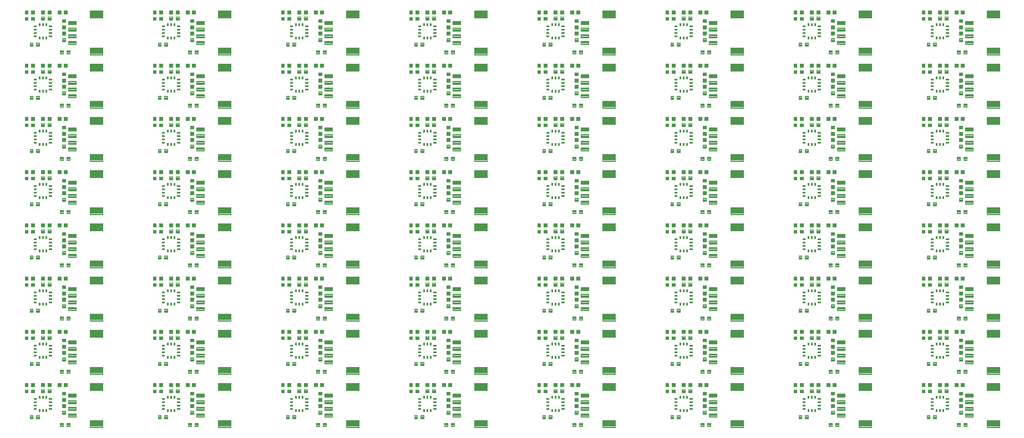
<source format=gtp>
G04 EAGLE Gerber RS-274X export*
G75*
%MOMM*%
%FSLAX34Y34*%
%LPD*%
%INSolderpaste Top*%
%IPPOS*%
%AMOC8*
5,1,8,0,0,1.08239X$1,22.5*%
G01*
%ADD10C,0.102000*%
%ADD11C,0.096000*%


D10*
X72420Y57264D02*
X67440Y57264D01*
X67440Y62244D01*
X72420Y62244D01*
X72420Y57264D01*
X72420Y58233D02*
X67440Y58233D01*
X67440Y59202D02*
X72420Y59202D01*
X72420Y60171D02*
X67440Y60171D01*
X67440Y61140D02*
X72420Y61140D01*
X72420Y62109D02*
X67440Y62109D01*
X77440Y57264D02*
X82420Y57264D01*
X77440Y57264D02*
X77440Y62244D01*
X82420Y62244D01*
X82420Y57264D01*
X82420Y58233D02*
X77440Y58233D01*
X77440Y59202D02*
X82420Y59202D01*
X82420Y60171D02*
X77440Y60171D01*
X77440Y61140D02*
X82420Y61140D01*
X82420Y62109D02*
X77440Y62109D01*
X102713Y62498D02*
X107693Y62498D01*
X107693Y57518D01*
X102713Y57518D01*
X102713Y62498D01*
X102713Y58487D02*
X107693Y58487D01*
X107693Y59456D02*
X102713Y59456D01*
X102713Y60425D02*
X107693Y60425D01*
X107693Y61394D02*
X102713Y61394D01*
X102713Y62363D02*
X107693Y62363D01*
X97693Y62498D02*
X92713Y62498D01*
X97693Y62498D02*
X97693Y57518D01*
X92713Y57518D01*
X92713Y62498D01*
X92713Y58487D02*
X97693Y58487D01*
X97693Y59456D02*
X92713Y59456D01*
X92713Y60425D02*
X97693Y60425D01*
X97693Y61394D02*
X92713Y61394D01*
X92713Y62363D02*
X97693Y62363D01*
X129554Y48798D02*
X129554Y43818D01*
X124574Y43818D01*
X124574Y48798D01*
X129554Y48798D01*
X129554Y44787D02*
X124574Y44787D01*
X124574Y45756D02*
X129554Y45756D01*
X129554Y46725D02*
X124574Y46725D01*
X124574Y47694D02*
X129554Y47694D01*
X129554Y48663D02*
X124574Y48663D01*
X129554Y53818D02*
X129554Y58798D01*
X129554Y53818D02*
X124574Y53818D01*
X124574Y58798D01*
X129554Y58798D01*
X129554Y54787D02*
X124574Y54787D01*
X124574Y55756D02*
X129554Y55756D01*
X129554Y56725D02*
X124574Y56725D01*
X124574Y57694D02*
X129554Y57694D01*
X129554Y58663D02*
X124574Y58663D01*
X124574Y39494D02*
X124574Y34514D01*
X124574Y39494D02*
X129554Y39494D01*
X129554Y34514D01*
X124574Y34514D01*
X124574Y35483D02*
X129554Y35483D01*
X129554Y36452D02*
X124574Y36452D01*
X124574Y37421D02*
X129554Y37421D01*
X129554Y38390D02*
X124574Y38390D01*
X124574Y39359D02*
X129554Y39359D01*
X124574Y29494D02*
X124574Y24514D01*
X124574Y29494D02*
X129554Y29494D01*
X129554Y24514D01*
X124574Y24514D01*
X124574Y25483D02*
X129554Y25483D01*
X129554Y26452D02*
X124574Y26452D01*
X124574Y27421D02*
X129554Y27421D01*
X129554Y28390D02*
X124574Y28390D01*
X124574Y29359D02*
X129554Y29359D01*
X97566Y66598D02*
X92586Y66598D01*
X92586Y71578D01*
X97566Y71578D01*
X97566Y66598D01*
X97566Y67567D02*
X92586Y67567D01*
X92586Y68536D02*
X97566Y68536D01*
X97566Y69505D02*
X92586Y69505D01*
X92586Y70474D02*
X97566Y70474D01*
X97566Y71443D02*
X92586Y71443D01*
X102586Y66598D02*
X107566Y66598D01*
X102586Y66598D02*
X102586Y71578D01*
X107566Y71578D01*
X107566Y66598D01*
X107566Y67567D02*
X102586Y67567D01*
X102586Y68536D02*
X107566Y68536D01*
X107566Y69505D02*
X102586Y69505D01*
X102586Y70474D02*
X107566Y70474D01*
X107566Y71443D02*
X102586Y71443D01*
X82420Y71578D02*
X77440Y71578D01*
X82420Y71578D02*
X82420Y66598D01*
X77440Y66598D01*
X77440Y71578D01*
X77440Y67567D02*
X82420Y67567D01*
X82420Y68536D02*
X77440Y68536D01*
X77440Y69505D02*
X82420Y69505D01*
X82420Y70474D02*
X77440Y70474D01*
X77440Y71443D02*
X82420Y71443D01*
X72420Y71578D02*
X67440Y71578D01*
X72420Y71578D02*
X72420Y66598D01*
X67440Y66598D01*
X67440Y71578D01*
X67440Y67567D02*
X72420Y67567D01*
X72420Y68536D02*
X67440Y68536D01*
X67440Y69505D02*
X72420Y69505D01*
X72420Y70474D02*
X67440Y70474D01*
X67440Y71443D02*
X72420Y71443D01*
X121034Y6146D02*
X126014Y6146D01*
X121034Y6146D02*
X121034Y11126D01*
X126014Y11126D01*
X126014Y6146D01*
X126014Y7115D02*
X121034Y7115D01*
X121034Y8084D02*
X126014Y8084D01*
X126014Y9053D02*
X121034Y9053D01*
X121034Y10022D02*
X126014Y10022D01*
X126014Y10991D02*
X121034Y10991D01*
X131034Y6146D02*
X136014Y6146D01*
X131034Y6146D02*
X131034Y11126D01*
X136014Y11126D01*
X136014Y6146D01*
X136014Y7115D02*
X131034Y7115D01*
X131034Y8084D02*
X136014Y8084D01*
X136014Y9053D02*
X131034Y9053D01*
X131034Y10022D02*
X136014Y10022D01*
X136014Y10991D02*
X131034Y10991D01*
X108257Y34130D02*
X104477Y34130D01*
X108257Y34130D02*
X108257Y32150D01*
X104477Y32150D01*
X104477Y34130D01*
X104477Y33119D02*
X108257Y33119D01*
X108257Y34088D02*
X104477Y34088D01*
X104477Y39130D02*
X108257Y39130D01*
X108257Y37150D01*
X104477Y37150D01*
X104477Y39130D01*
X104477Y38119D02*
X108257Y38119D01*
X108257Y39088D02*
X104477Y39088D01*
X104477Y44130D02*
X108257Y44130D01*
X108257Y42150D01*
X104477Y42150D01*
X104477Y44130D01*
X104477Y43119D02*
X108257Y43119D01*
X108257Y44088D02*
X104477Y44088D01*
X104477Y49130D02*
X108257Y49130D01*
X108257Y47150D01*
X104477Y47150D01*
X104477Y49130D01*
X104477Y48119D02*
X108257Y48119D01*
X108257Y49088D02*
X104477Y49088D01*
X85007Y47150D02*
X81227Y47150D01*
X81227Y49130D01*
X85007Y49130D01*
X85007Y47150D01*
X85007Y48119D02*
X81227Y48119D01*
X81227Y49088D02*
X85007Y49088D01*
X85007Y42150D02*
X81227Y42150D01*
X81227Y44130D01*
X85007Y44130D01*
X85007Y42150D01*
X85007Y43119D02*
X81227Y43119D01*
X81227Y44088D02*
X85007Y44088D01*
X85007Y37150D02*
X81227Y37150D01*
X81227Y39130D01*
X85007Y39130D01*
X85007Y37150D01*
X85007Y38119D02*
X81227Y38119D01*
X81227Y39088D02*
X85007Y39088D01*
X85007Y32150D02*
X81227Y32150D01*
X81227Y34130D01*
X85007Y34130D01*
X85007Y32150D01*
X85007Y33119D02*
X81227Y33119D01*
X81227Y34088D02*
X85007Y34088D01*
X98752Y52530D02*
X100732Y52530D01*
X100732Y48750D01*
X98752Y48750D01*
X98752Y52530D01*
X98752Y49719D02*
X100732Y49719D01*
X100732Y50688D02*
X98752Y50688D01*
X98752Y51657D02*
X100732Y51657D01*
X95732Y52530D02*
X93752Y52530D01*
X95732Y52530D02*
X95732Y48750D01*
X93752Y48750D01*
X93752Y52530D01*
X93752Y49719D02*
X95732Y49719D01*
X95732Y50688D02*
X93752Y50688D01*
X93752Y51657D02*
X95732Y51657D01*
X90732Y52530D02*
X88752Y52530D01*
X90732Y52530D02*
X90732Y48750D01*
X88752Y48750D01*
X88752Y52530D01*
X88752Y49719D02*
X90732Y49719D01*
X90732Y50688D02*
X88752Y50688D01*
X88752Y51657D02*
X90732Y51657D01*
X90732Y28750D02*
X88752Y28750D01*
X88752Y32530D01*
X90732Y32530D01*
X90732Y28750D01*
X90732Y29719D02*
X88752Y29719D01*
X88752Y30688D02*
X90732Y30688D01*
X90732Y31657D02*
X88752Y31657D01*
X93752Y28750D02*
X95732Y28750D01*
X93752Y28750D02*
X93752Y32530D01*
X95732Y32530D01*
X95732Y28750D01*
X95732Y29719D02*
X93752Y29719D01*
X93752Y30688D02*
X95732Y30688D01*
X95732Y31657D02*
X93752Y31657D01*
X98752Y28750D02*
X100732Y28750D01*
X98752Y28750D02*
X98752Y32530D01*
X100732Y32530D01*
X100732Y28750D01*
X100732Y29719D02*
X98752Y29719D01*
X98752Y30688D02*
X100732Y30688D01*
X100732Y31657D02*
X98752Y31657D01*
X127478Y71578D02*
X132458Y71578D01*
X132458Y66598D01*
X127478Y66598D01*
X127478Y71578D01*
X127478Y67567D02*
X132458Y67567D01*
X132458Y68536D02*
X127478Y68536D01*
X127478Y69505D02*
X132458Y69505D01*
X132458Y70474D02*
X127478Y70474D01*
X127478Y71443D02*
X132458Y71443D01*
X122458Y71578D02*
X117478Y71578D01*
X122458Y71578D02*
X122458Y66598D01*
X117478Y66598D01*
X117478Y71578D01*
X117478Y67567D02*
X122458Y67567D01*
X122458Y68536D02*
X117478Y68536D01*
X117478Y69505D02*
X122458Y69505D01*
X122458Y70474D02*
X117478Y70474D01*
X117478Y71443D02*
X122458Y71443D01*
D11*
X185970Y15620D02*
X185970Y4580D01*
X166930Y4580D01*
X166930Y15620D01*
X185970Y15620D01*
X185970Y5492D02*
X166930Y5492D01*
X166930Y6404D02*
X185970Y6404D01*
X185970Y7316D02*
X166930Y7316D01*
X166930Y8228D02*
X185970Y8228D01*
X185970Y9140D02*
X166930Y9140D01*
X166930Y10052D02*
X185970Y10052D01*
X185970Y10964D02*
X166930Y10964D01*
X166930Y11876D02*
X185970Y11876D01*
X185970Y12788D02*
X166930Y12788D01*
X166930Y13700D02*
X185970Y13700D01*
X185970Y14612D02*
X166930Y14612D01*
X166930Y15524D02*
X185970Y15524D01*
X185970Y60580D02*
X185970Y71620D01*
X185970Y60580D02*
X166930Y60580D01*
X166930Y71620D01*
X185970Y71620D01*
X185970Y61492D02*
X166930Y61492D01*
X166930Y62404D02*
X185970Y62404D01*
X185970Y63316D02*
X166930Y63316D01*
X166930Y64228D02*
X185970Y64228D01*
X185970Y65140D02*
X166930Y65140D01*
X166930Y66052D02*
X185970Y66052D01*
X185970Y66964D02*
X166930Y66964D01*
X166930Y67876D02*
X185970Y67876D01*
X185970Y68788D02*
X166930Y68788D01*
X166930Y69700D02*
X185970Y69700D01*
X185970Y70612D02*
X166930Y70612D01*
X166930Y71524D02*
X185970Y71524D01*
D10*
X145940Y25590D02*
X145940Y20610D01*
X133460Y20610D01*
X133460Y25590D01*
X145940Y25590D01*
X145940Y21579D02*
X133460Y21579D01*
X133460Y22548D02*
X145940Y22548D01*
X145940Y23517D02*
X133460Y23517D01*
X133460Y24486D02*
X145940Y24486D01*
X145940Y25455D02*
X133460Y25455D01*
X145940Y30610D02*
X145940Y35590D01*
X145940Y30610D02*
X133460Y30610D01*
X133460Y35590D01*
X145940Y35590D01*
X145940Y31579D02*
X133460Y31579D01*
X133460Y32548D02*
X145940Y32548D01*
X145940Y33517D02*
X133460Y33517D01*
X133460Y34486D02*
X145940Y34486D01*
X145940Y35455D02*
X133460Y35455D01*
X145940Y40610D02*
X145940Y45590D01*
X145940Y40610D02*
X133460Y40610D01*
X133460Y45590D01*
X145940Y45590D01*
X145940Y41579D02*
X133460Y41579D01*
X133460Y42548D02*
X145940Y42548D01*
X145940Y43517D02*
X133460Y43517D01*
X133460Y44486D02*
X145940Y44486D01*
X145940Y45455D02*
X133460Y45455D01*
X145940Y50610D02*
X145940Y55590D01*
X145940Y50610D02*
X133460Y50610D01*
X133460Y55590D01*
X145940Y55590D01*
X145940Y51579D02*
X133460Y51579D01*
X133460Y52548D02*
X145940Y52548D01*
X145940Y53517D02*
X133460Y53517D01*
X133460Y54486D02*
X145940Y54486D01*
X145940Y55455D02*
X133460Y55455D01*
X90040Y22810D02*
X85060Y22810D01*
X90040Y22810D02*
X90040Y17830D01*
X85060Y17830D01*
X85060Y22810D01*
X85060Y18799D02*
X90040Y18799D01*
X90040Y19768D02*
X85060Y19768D01*
X85060Y20737D02*
X90040Y20737D01*
X90040Y21706D02*
X85060Y21706D01*
X85060Y22675D02*
X90040Y22675D01*
X80040Y22810D02*
X75060Y22810D01*
X80040Y22810D02*
X80040Y17830D01*
X75060Y17830D01*
X75060Y22810D01*
X75060Y18799D02*
X80040Y18799D01*
X80040Y19768D02*
X75060Y19768D01*
X75060Y20737D02*
X80040Y20737D01*
X80040Y21706D02*
X75060Y21706D01*
X75060Y22675D02*
X80040Y22675D01*
X263020Y57264D02*
X268000Y57264D01*
X263020Y57264D02*
X263020Y62244D01*
X268000Y62244D01*
X268000Y57264D01*
X268000Y58233D02*
X263020Y58233D01*
X263020Y59202D02*
X268000Y59202D01*
X268000Y60171D02*
X263020Y60171D01*
X263020Y61140D02*
X268000Y61140D01*
X268000Y62109D02*
X263020Y62109D01*
X273020Y57264D02*
X278000Y57264D01*
X273020Y57264D02*
X273020Y62244D01*
X278000Y62244D01*
X278000Y57264D01*
X278000Y58233D02*
X273020Y58233D01*
X273020Y59202D02*
X278000Y59202D01*
X278000Y60171D02*
X273020Y60171D01*
X273020Y61140D02*
X278000Y61140D01*
X278000Y62109D02*
X273020Y62109D01*
X298293Y62498D02*
X303273Y62498D01*
X303273Y57518D01*
X298293Y57518D01*
X298293Y62498D01*
X298293Y58487D02*
X303273Y58487D01*
X303273Y59456D02*
X298293Y59456D01*
X298293Y60425D02*
X303273Y60425D01*
X303273Y61394D02*
X298293Y61394D01*
X298293Y62363D02*
X303273Y62363D01*
X293273Y62498D02*
X288293Y62498D01*
X293273Y62498D02*
X293273Y57518D01*
X288293Y57518D01*
X288293Y62498D01*
X288293Y58487D02*
X293273Y58487D01*
X293273Y59456D02*
X288293Y59456D01*
X288293Y60425D02*
X293273Y60425D01*
X293273Y61394D02*
X288293Y61394D01*
X288293Y62363D02*
X293273Y62363D01*
X325134Y48798D02*
X325134Y43818D01*
X320154Y43818D01*
X320154Y48798D01*
X325134Y48798D01*
X325134Y44787D02*
X320154Y44787D01*
X320154Y45756D02*
X325134Y45756D01*
X325134Y46725D02*
X320154Y46725D01*
X320154Y47694D02*
X325134Y47694D01*
X325134Y48663D02*
X320154Y48663D01*
X325134Y53818D02*
X325134Y58798D01*
X325134Y53818D02*
X320154Y53818D01*
X320154Y58798D01*
X325134Y58798D01*
X325134Y54787D02*
X320154Y54787D01*
X320154Y55756D02*
X325134Y55756D01*
X325134Y56725D02*
X320154Y56725D01*
X320154Y57694D02*
X325134Y57694D01*
X325134Y58663D02*
X320154Y58663D01*
X320154Y39494D02*
X320154Y34514D01*
X320154Y39494D02*
X325134Y39494D01*
X325134Y34514D01*
X320154Y34514D01*
X320154Y35483D02*
X325134Y35483D01*
X325134Y36452D02*
X320154Y36452D01*
X320154Y37421D02*
X325134Y37421D01*
X325134Y38390D02*
X320154Y38390D01*
X320154Y39359D02*
X325134Y39359D01*
X320154Y29494D02*
X320154Y24514D01*
X320154Y29494D02*
X325134Y29494D01*
X325134Y24514D01*
X320154Y24514D01*
X320154Y25483D02*
X325134Y25483D01*
X325134Y26452D02*
X320154Y26452D01*
X320154Y27421D02*
X325134Y27421D01*
X325134Y28390D02*
X320154Y28390D01*
X320154Y29359D02*
X325134Y29359D01*
X293146Y66598D02*
X288166Y66598D01*
X288166Y71578D01*
X293146Y71578D01*
X293146Y66598D01*
X293146Y67567D02*
X288166Y67567D01*
X288166Y68536D02*
X293146Y68536D01*
X293146Y69505D02*
X288166Y69505D01*
X288166Y70474D02*
X293146Y70474D01*
X293146Y71443D02*
X288166Y71443D01*
X298166Y66598D02*
X303146Y66598D01*
X298166Y66598D02*
X298166Y71578D01*
X303146Y71578D01*
X303146Y66598D01*
X303146Y67567D02*
X298166Y67567D01*
X298166Y68536D02*
X303146Y68536D01*
X303146Y69505D02*
X298166Y69505D01*
X298166Y70474D02*
X303146Y70474D01*
X303146Y71443D02*
X298166Y71443D01*
X278000Y71578D02*
X273020Y71578D01*
X278000Y71578D02*
X278000Y66598D01*
X273020Y66598D01*
X273020Y71578D01*
X273020Y67567D02*
X278000Y67567D01*
X278000Y68536D02*
X273020Y68536D01*
X273020Y69505D02*
X278000Y69505D01*
X278000Y70474D02*
X273020Y70474D01*
X273020Y71443D02*
X278000Y71443D01*
X268000Y71578D02*
X263020Y71578D01*
X268000Y71578D02*
X268000Y66598D01*
X263020Y66598D01*
X263020Y71578D01*
X263020Y67567D02*
X268000Y67567D01*
X268000Y68536D02*
X263020Y68536D01*
X263020Y69505D02*
X268000Y69505D01*
X268000Y70474D02*
X263020Y70474D01*
X263020Y71443D02*
X268000Y71443D01*
X316614Y6146D02*
X321594Y6146D01*
X316614Y6146D02*
X316614Y11126D01*
X321594Y11126D01*
X321594Y6146D01*
X321594Y7115D02*
X316614Y7115D01*
X316614Y8084D02*
X321594Y8084D01*
X321594Y9053D02*
X316614Y9053D01*
X316614Y10022D02*
X321594Y10022D01*
X321594Y10991D02*
X316614Y10991D01*
X326614Y6146D02*
X331594Y6146D01*
X326614Y6146D02*
X326614Y11126D01*
X331594Y11126D01*
X331594Y6146D01*
X331594Y7115D02*
X326614Y7115D01*
X326614Y8084D02*
X331594Y8084D01*
X331594Y9053D02*
X326614Y9053D01*
X326614Y10022D02*
X331594Y10022D01*
X331594Y10991D02*
X326614Y10991D01*
X303837Y34130D02*
X300057Y34130D01*
X303837Y34130D02*
X303837Y32150D01*
X300057Y32150D01*
X300057Y34130D01*
X300057Y33119D02*
X303837Y33119D01*
X303837Y34088D02*
X300057Y34088D01*
X300057Y39130D02*
X303837Y39130D01*
X303837Y37150D01*
X300057Y37150D01*
X300057Y39130D01*
X300057Y38119D02*
X303837Y38119D01*
X303837Y39088D02*
X300057Y39088D01*
X300057Y44130D02*
X303837Y44130D01*
X303837Y42150D01*
X300057Y42150D01*
X300057Y44130D01*
X300057Y43119D02*
X303837Y43119D01*
X303837Y44088D02*
X300057Y44088D01*
X300057Y49130D02*
X303837Y49130D01*
X303837Y47150D01*
X300057Y47150D01*
X300057Y49130D01*
X300057Y48119D02*
X303837Y48119D01*
X303837Y49088D02*
X300057Y49088D01*
X280587Y47150D02*
X276807Y47150D01*
X276807Y49130D01*
X280587Y49130D01*
X280587Y47150D01*
X280587Y48119D02*
X276807Y48119D01*
X276807Y49088D02*
X280587Y49088D01*
X280587Y42150D02*
X276807Y42150D01*
X276807Y44130D01*
X280587Y44130D01*
X280587Y42150D01*
X280587Y43119D02*
X276807Y43119D01*
X276807Y44088D02*
X280587Y44088D01*
X280587Y37150D02*
X276807Y37150D01*
X276807Y39130D01*
X280587Y39130D01*
X280587Y37150D01*
X280587Y38119D02*
X276807Y38119D01*
X276807Y39088D02*
X280587Y39088D01*
X280587Y32150D02*
X276807Y32150D01*
X276807Y34130D01*
X280587Y34130D01*
X280587Y32150D01*
X280587Y33119D02*
X276807Y33119D01*
X276807Y34088D02*
X280587Y34088D01*
X294332Y52530D02*
X296312Y52530D01*
X296312Y48750D01*
X294332Y48750D01*
X294332Y52530D01*
X294332Y49719D02*
X296312Y49719D01*
X296312Y50688D02*
X294332Y50688D01*
X294332Y51657D02*
X296312Y51657D01*
X291312Y52530D02*
X289332Y52530D01*
X291312Y52530D02*
X291312Y48750D01*
X289332Y48750D01*
X289332Y52530D01*
X289332Y49719D02*
X291312Y49719D01*
X291312Y50688D02*
X289332Y50688D01*
X289332Y51657D02*
X291312Y51657D01*
X286312Y52530D02*
X284332Y52530D01*
X286312Y52530D02*
X286312Y48750D01*
X284332Y48750D01*
X284332Y52530D01*
X284332Y49719D02*
X286312Y49719D01*
X286312Y50688D02*
X284332Y50688D01*
X284332Y51657D02*
X286312Y51657D01*
X286312Y28750D02*
X284332Y28750D01*
X284332Y32530D01*
X286312Y32530D01*
X286312Y28750D01*
X286312Y29719D02*
X284332Y29719D01*
X284332Y30688D02*
X286312Y30688D01*
X286312Y31657D02*
X284332Y31657D01*
X289332Y28750D02*
X291312Y28750D01*
X289332Y28750D02*
X289332Y32530D01*
X291312Y32530D01*
X291312Y28750D01*
X291312Y29719D02*
X289332Y29719D01*
X289332Y30688D02*
X291312Y30688D01*
X291312Y31657D02*
X289332Y31657D01*
X294332Y28750D02*
X296312Y28750D01*
X294332Y28750D02*
X294332Y32530D01*
X296312Y32530D01*
X296312Y28750D01*
X296312Y29719D02*
X294332Y29719D01*
X294332Y30688D02*
X296312Y30688D01*
X296312Y31657D02*
X294332Y31657D01*
X323058Y71578D02*
X328038Y71578D01*
X328038Y66598D01*
X323058Y66598D01*
X323058Y71578D01*
X323058Y67567D02*
X328038Y67567D01*
X328038Y68536D02*
X323058Y68536D01*
X323058Y69505D02*
X328038Y69505D01*
X328038Y70474D02*
X323058Y70474D01*
X323058Y71443D02*
X328038Y71443D01*
X318038Y71578D02*
X313058Y71578D01*
X318038Y71578D02*
X318038Y66598D01*
X313058Y66598D01*
X313058Y71578D01*
X313058Y67567D02*
X318038Y67567D01*
X318038Y68536D02*
X313058Y68536D01*
X313058Y69505D02*
X318038Y69505D01*
X318038Y70474D02*
X313058Y70474D01*
X313058Y71443D02*
X318038Y71443D01*
D11*
X381550Y15620D02*
X381550Y4580D01*
X362510Y4580D01*
X362510Y15620D01*
X381550Y15620D01*
X381550Y5492D02*
X362510Y5492D01*
X362510Y6404D02*
X381550Y6404D01*
X381550Y7316D02*
X362510Y7316D01*
X362510Y8228D02*
X381550Y8228D01*
X381550Y9140D02*
X362510Y9140D01*
X362510Y10052D02*
X381550Y10052D01*
X381550Y10964D02*
X362510Y10964D01*
X362510Y11876D02*
X381550Y11876D01*
X381550Y12788D02*
X362510Y12788D01*
X362510Y13700D02*
X381550Y13700D01*
X381550Y14612D02*
X362510Y14612D01*
X362510Y15524D02*
X381550Y15524D01*
X381550Y60580D02*
X381550Y71620D01*
X381550Y60580D02*
X362510Y60580D01*
X362510Y71620D01*
X381550Y71620D01*
X381550Y61492D02*
X362510Y61492D01*
X362510Y62404D02*
X381550Y62404D01*
X381550Y63316D02*
X362510Y63316D01*
X362510Y64228D02*
X381550Y64228D01*
X381550Y65140D02*
X362510Y65140D01*
X362510Y66052D02*
X381550Y66052D01*
X381550Y66964D02*
X362510Y66964D01*
X362510Y67876D02*
X381550Y67876D01*
X381550Y68788D02*
X362510Y68788D01*
X362510Y69700D02*
X381550Y69700D01*
X381550Y70612D02*
X362510Y70612D01*
X362510Y71524D02*
X381550Y71524D01*
D10*
X341520Y25590D02*
X341520Y20610D01*
X329040Y20610D01*
X329040Y25590D01*
X341520Y25590D01*
X341520Y21579D02*
X329040Y21579D01*
X329040Y22548D02*
X341520Y22548D01*
X341520Y23517D02*
X329040Y23517D01*
X329040Y24486D02*
X341520Y24486D01*
X341520Y25455D02*
X329040Y25455D01*
X341520Y30610D02*
X341520Y35590D01*
X341520Y30610D02*
X329040Y30610D01*
X329040Y35590D01*
X341520Y35590D01*
X341520Y31579D02*
X329040Y31579D01*
X329040Y32548D02*
X341520Y32548D01*
X341520Y33517D02*
X329040Y33517D01*
X329040Y34486D02*
X341520Y34486D01*
X341520Y35455D02*
X329040Y35455D01*
X341520Y40610D02*
X341520Y45590D01*
X341520Y40610D02*
X329040Y40610D01*
X329040Y45590D01*
X341520Y45590D01*
X341520Y41579D02*
X329040Y41579D01*
X329040Y42548D02*
X341520Y42548D01*
X341520Y43517D02*
X329040Y43517D01*
X329040Y44486D02*
X341520Y44486D01*
X341520Y45455D02*
X329040Y45455D01*
X341520Y50610D02*
X341520Y55590D01*
X341520Y50610D02*
X329040Y50610D01*
X329040Y55590D01*
X341520Y55590D01*
X341520Y51579D02*
X329040Y51579D01*
X329040Y52548D02*
X341520Y52548D01*
X341520Y53517D02*
X329040Y53517D01*
X329040Y54486D02*
X341520Y54486D01*
X341520Y55455D02*
X329040Y55455D01*
X285620Y22810D02*
X280640Y22810D01*
X285620Y22810D02*
X285620Y17830D01*
X280640Y17830D01*
X280640Y22810D01*
X280640Y18799D02*
X285620Y18799D01*
X285620Y19768D02*
X280640Y19768D01*
X280640Y20737D02*
X285620Y20737D01*
X285620Y21706D02*
X280640Y21706D01*
X280640Y22675D02*
X285620Y22675D01*
X275620Y22810D02*
X270640Y22810D01*
X275620Y22810D02*
X275620Y17830D01*
X270640Y17830D01*
X270640Y22810D01*
X270640Y18799D02*
X275620Y18799D01*
X275620Y19768D02*
X270640Y19768D01*
X270640Y20737D02*
X275620Y20737D01*
X275620Y21706D02*
X270640Y21706D01*
X270640Y22675D02*
X275620Y22675D01*
X458600Y57264D02*
X463580Y57264D01*
X458600Y57264D02*
X458600Y62244D01*
X463580Y62244D01*
X463580Y57264D01*
X463580Y58233D02*
X458600Y58233D01*
X458600Y59202D02*
X463580Y59202D01*
X463580Y60171D02*
X458600Y60171D01*
X458600Y61140D02*
X463580Y61140D01*
X463580Y62109D02*
X458600Y62109D01*
X468600Y57264D02*
X473580Y57264D01*
X468600Y57264D02*
X468600Y62244D01*
X473580Y62244D01*
X473580Y57264D01*
X473580Y58233D02*
X468600Y58233D01*
X468600Y59202D02*
X473580Y59202D01*
X473580Y60171D02*
X468600Y60171D01*
X468600Y61140D02*
X473580Y61140D01*
X473580Y62109D02*
X468600Y62109D01*
X493873Y62498D02*
X498853Y62498D01*
X498853Y57518D01*
X493873Y57518D01*
X493873Y62498D01*
X493873Y58487D02*
X498853Y58487D01*
X498853Y59456D02*
X493873Y59456D01*
X493873Y60425D02*
X498853Y60425D01*
X498853Y61394D02*
X493873Y61394D01*
X493873Y62363D02*
X498853Y62363D01*
X488853Y62498D02*
X483873Y62498D01*
X488853Y62498D02*
X488853Y57518D01*
X483873Y57518D01*
X483873Y62498D01*
X483873Y58487D02*
X488853Y58487D01*
X488853Y59456D02*
X483873Y59456D01*
X483873Y60425D02*
X488853Y60425D01*
X488853Y61394D02*
X483873Y61394D01*
X483873Y62363D02*
X488853Y62363D01*
X520714Y48798D02*
X520714Y43818D01*
X515734Y43818D01*
X515734Y48798D01*
X520714Y48798D01*
X520714Y44787D02*
X515734Y44787D01*
X515734Y45756D02*
X520714Y45756D01*
X520714Y46725D02*
X515734Y46725D01*
X515734Y47694D02*
X520714Y47694D01*
X520714Y48663D02*
X515734Y48663D01*
X520714Y53818D02*
X520714Y58798D01*
X520714Y53818D02*
X515734Y53818D01*
X515734Y58798D01*
X520714Y58798D01*
X520714Y54787D02*
X515734Y54787D01*
X515734Y55756D02*
X520714Y55756D01*
X520714Y56725D02*
X515734Y56725D01*
X515734Y57694D02*
X520714Y57694D01*
X520714Y58663D02*
X515734Y58663D01*
X515734Y39494D02*
X515734Y34514D01*
X515734Y39494D02*
X520714Y39494D01*
X520714Y34514D01*
X515734Y34514D01*
X515734Y35483D02*
X520714Y35483D01*
X520714Y36452D02*
X515734Y36452D01*
X515734Y37421D02*
X520714Y37421D01*
X520714Y38390D02*
X515734Y38390D01*
X515734Y39359D02*
X520714Y39359D01*
X515734Y29494D02*
X515734Y24514D01*
X515734Y29494D02*
X520714Y29494D01*
X520714Y24514D01*
X515734Y24514D01*
X515734Y25483D02*
X520714Y25483D01*
X520714Y26452D02*
X515734Y26452D01*
X515734Y27421D02*
X520714Y27421D01*
X520714Y28390D02*
X515734Y28390D01*
X515734Y29359D02*
X520714Y29359D01*
X488726Y66598D02*
X483746Y66598D01*
X483746Y71578D01*
X488726Y71578D01*
X488726Y66598D01*
X488726Y67567D02*
X483746Y67567D01*
X483746Y68536D02*
X488726Y68536D01*
X488726Y69505D02*
X483746Y69505D01*
X483746Y70474D02*
X488726Y70474D01*
X488726Y71443D02*
X483746Y71443D01*
X493746Y66598D02*
X498726Y66598D01*
X493746Y66598D02*
X493746Y71578D01*
X498726Y71578D01*
X498726Y66598D01*
X498726Y67567D02*
X493746Y67567D01*
X493746Y68536D02*
X498726Y68536D01*
X498726Y69505D02*
X493746Y69505D01*
X493746Y70474D02*
X498726Y70474D01*
X498726Y71443D02*
X493746Y71443D01*
X473580Y71578D02*
X468600Y71578D01*
X473580Y71578D02*
X473580Y66598D01*
X468600Y66598D01*
X468600Y71578D01*
X468600Y67567D02*
X473580Y67567D01*
X473580Y68536D02*
X468600Y68536D01*
X468600Y69505D02*
X473580Y69505D01*
X473580Y70474D02*
X468600Y70474D01*
X468600Y71443D02*
X473580Y71443D01*
X463580Y71578D02*
X458600Y71578D01*
X463580Y71578D02*
X463580Y66598D01*
X458600Y66598D01*
X458600Y71578D01*
X458600Y67567D02*
X463580Y67567D01*
X463580Y68536D02*
X458600Y68536D01*
X458600Y69505D02*
X463580Y69505D01*
X463580Y70474D02*
X458600Y70474D01*
X458600Y71443D02*
X463580Y71443D01*
X512194Y6146D02*
X517174Y6146D01*
X512194Y6146D02*
X512194Y11126D01*
X517174Y11126D01*
X517174Y6146D01*
X517174Y7115D02*
X512194Y7115D01*
X512194Y8084D02*
X517174Y8084D01*
X517174Y9053D02*
X512194Y9053D01*
X512194Y10022D02*
X517174Y10022D01*
X517174Y10991D02*
X512194Y10991D01*
X522194Y6146D02*
X527174Y6146D01*
X522194Y6146D02*
X522194Y11126D01*
X527174Y11126D01*
X527174Y6146D01*
X527174Y7115D02*
X522194Y7115D01*
X522194Y8084D02*
X527174Y8084D01*
X527174Y9053D02*
X522194Y9053D01*
X522194Y10022D02*
X527174Y10022D01*
X527174Y10991D02*
X522194Y10991D01*
X499417Y34130D02*
X495637Y34130D01*
X499417Y34130D02*
X499417Y32150D01*
X495637Y32150D01*
X495637Y34130D01*
X495637Y33119D02*
X499417Y33119D01*
X499417Y34088D02*
X495637Y34088D01*
X495637Y39130D02*
X499417Y39130D01*
X499417Y37150D01*
X495637Y37150D01*
X495637Y39130D01*
X495637Y38119D02*
X499417Y38119D01*
X499417Y39088D02*
X495637Y39088D01*
X495637Y44130D02*
X499417Y44130D01*
X499417Y42150D01*
X495637Y42150D01*
X495637Y44130D01*
X495637Y43119D02*
X499417Y43119D01*
X499417Y44088D02*
X495637Y44088D01*
X495637Y49130D02*
X499417Y49130D01*
X499417Y47150D01*
X495637Y47150D01*
X495637Y49130D01*
X495637Y48119D02*
X499417Y48119D01*
X499417Y49088D02*
X495637Y49088D01*
X476167Y47150D02*
X472387Y47150D01*
X472387Y49130D01*
X476167Y49130D01*
X476167Y47150D01*
X476167Y48119D02*
X472387Y48119D01*
X472387Y49088D02*
X476167Y49088D01*
X476167Y42150D02*
X472387Y42150D01*
X472387Y44130D01*
X476167Y44130D01*
X476167Y42150D01*
X476167Y43119D02*
X472387Y43119D01*
X472387Y44088D02*
X476167Y44088D01*
X476167Y37150D02*
X472387Y37150D01*
X472387Y39130D01*
X476167Y39130D01*
X476167Y37150D01*
X476167Y38119D02*
X472387Y38119D01*
X472387Y39088D02*
X476167Y39088D01*
X476167Y32150D02*
X472387Y32150D01*
X472387Y34130D01*
X476167Y34130D01*
X476167Y32150D01*
X476167Y33119D02*
X472387Y33119D01*
X472387Y34088D02*
X476167Y34088D01*
X489912Y52530D02*
X491892Y52530D01*
X491892Y48750D01*
X489912Y48750D01*
X489912Y52530D01*
X489912Y49719D02*
X491892Y49719D01*
X491892Y50688D02*
X489912Y50688D01*
X489912Y51657D02*
X491892Y51657D01*
X486892Y52530D02*
X484912Y52530D01*
X486892Y52530D02*
X486892Y48750D01*
X484912Y48750D01*
X484912Y52530D01*
X484912Y49719D02*
X486892Y49719D01*
X486892Y50688D02*
X484912Y50688D01*
X484912Y51657D02*
X486892Y51657D01*
X481892Y52530D02*
X479912Y52530D01*
X481892Y52530D02*
X481892Y48750D01*
X479912Y48750D01*
X479912Y52530D01*
X479912Y49719D02*
X481892Y49719D01*
X481892Y50688D02*
X479912Y50688D01*
X479912Y51657D02*
X481892Y51657D01*
X481892Y28750D02*
X479912Y28750D01*
X479912Y32530D01*
X481892Y32530D01*
X481892Y28750D01*
X481892Y29719D02*
X479912Y29719D01*
X479912Y30688D02*
X481892Y30688D01*
X481892Y31657D02*
X479912Y31657D01*
X484912Y28750D02*
X486892Y28750D01*
X484912Y28750D02*
X484912Y32530D01*
X486892Y32530D01*
X486892Y28750D01*
X486892Y29719D02*
X484912Y29719D01*
X484912Y30688D02*
X486892Y30688D01*
X486892Y31657D02*
X484912Y31657D01*
X489912Y28750D02*
X491892Y28750D01*
X489912Y28750D02*
X489912Y32530D01*
X491892Y32530D01*
X491892Y28750D01*
X491892Y29719D02*
X489912Y29719D01*
X489912Y30688D02*
X491892Y30688D01*
X491892Y31657D02*
X489912Y31657D01*
X518638Y71578D02*
X523618Y71578D01*
X523618Y66598D01*
X518638Y66598D01*
X518638Y71578D01*
X518638Y67567D02*
X523618Y67567D01*
X523618Y68536D02*
X518638Y68536D01*
X518638Y69505D02*
X523618Y69505D01*
X523618Y70474D02*
X518638Y70474D01*
X518638Y71443D02*
X523618Y71443D01*
X513618Y71578D02*
X508638Y71578D01*
X513618Y71578D02*
X513618Y66598D01*
X508638Y66598D01*
X508638Y71578D01*
X508638Y67567D02*
X513618Y67567D01*
X513618Y68536D02*
X508638Y68536D01*
X508638Y69505D02*
X513618Y69505D01*
X513618Y70474D02*
X508638Y70474D01*
X508638Y71443D02*
X513618Y71443D01*
D11*
X577130Y15620D02*
X577130Y4580D01*
X558090Y4580D01*
X558090Y15620D01*
X577130Y15620D01*
X577130Y5492D02*
X558090Y5492D01*
X558090Y6404D02*
X577130Y6404D01*
X577130Y7316D02*
X558090Y7316D01*
X558090Y8228D02*
X577130Y8228D01*
X577130Y9140D02*
X558090Y9140D01*
X558090Y10052D02*
X577130Y10052D01*
X577130Y10964D02*
X558090Y10964D01*
X558090Y11876D02*
X577130Y11876D01*
X577130Y12788D02*
X558090Y12788D01*
X558090Y13700D02*
X577130Y13700D01*
X577130Y14612D02*
X558090Y14612D01*
X558090Y15524D02*
X577130Y15524D01*
X577130Y60580D02*
X577130Y71620D01*
X577130Y60580D02*
X558090Y60580D01*
X558090Y71620D01*
X577130Y71620D01*
X577130Y61492D02*
X558090Y61492D01*
X558090Y62404D02*
X577130Y62404D01*
X577130Y63316D02*
X558090Y63316D01*
X558090Y64228D02*
X577130Y64228D01*
X577130Y65140D02*
X558090Y65140D01*
X558090Y66052D02*
X577130Y66052D01*
X577130Y66964D02*
X558090Y66964D01*
X558090Y67876D02*
X577130Y67876D01*
X577130Y68788D02*
X558090Y68788D01*
X558090Y69700D02*
X577130Y69700D01*
X577130Y70612D02*
X558090Y70612D01*
X558090Y71524D02*
X577130Y71524D01*
D10*
X537100Y25590D02*
X537100Y20610D01*
X524620Y20610D01*
X524620Y25590D01*
X537100Y25590D01*
X537100Y21579D02*
X524620Y21579D01*
X524620Y22548D02*
X537100Y22548D01*
X537100Y23517D02*
X524620Y23517D01*
X524620Y24486D02*
X537100Y24486D01*
X537100Y25455D02*
X524620Y25455D01*
X537100Y30610D02*
X537100Y35590D01*
X537100Y30610D02*
X524620Y30610D01*
X524620Y35590D01*
X537100Y35590D01*
X537100Y31579D02*
X524620Y31579D01*
X524620Y32548D02*
X537100Y32548D01*
X537100Y33517D02*
X524620Y33517D01*
X524620Y34486D02*
X537100Y34486D01*
X537100Y35455D02*
X524620Y35455D01*
X537100Y40610D02*
X537100Y45590D01*
X537100Y40610D02*
X524620Y40610D01*
X524620Y45590D01*
X537100Y45590D01*
X537100Y41579D02*
X524620Y41579D01*
X524620Y42548D02*
X537100Y42548D01*
X537100Y43517D02*
X524620Y43517D01*
X524620Y44486D02*
X537100Y44486D01*
X537100Y45455D02*
X524620Y45455D01*
X537100Y50610D02*
X537100Y55590D01*
X537100Y50610D02*
X524620Y50610D01*
X524620Y55590D01*
X537100Y55590D01*
X537100Y51579D02*
X524620Y51579D01*
X524620Y52548D02*
X537100Y52548D01*
X537100Y53517D02*
X524620Y53517D01*
X524620Y54486D02*
X537100Y54486D01*
X537100Y55455D02*
X524620Y55455D01*
X481200Y22810D02*
X476220Y22810D01*
X481200Y22810D02*
X481200Y17830D01*
X476220Y17830D01*
X476220Y22810D01*
X476220Y18799D02*
X481200Y18799D01*
X481200Y19768D02*
X476220Y19768D01*
X476220Y20737D02*
X481200Y20737D01*
X481200Y21706D02*
X476220Y21706D01*
X476220Y22675D02*
X481200Y22675D01*
X471200Y22810D02*
X466220Y22810D01*
X471200Y22810D02*
X471200Y17830D01*
X466220Y17830D01*
X466220Y22810D01*
X466220Y18799D02*
X471200Y18799D01*
X471200Y19768D02*
X466220Y19768D01*
X466220Y20737D02*
X471200Y20737D01*
X471200Y21706D02*
X466220Y21706D01*
X466220Y22675D02*
X471200Y22675D01*
X654180Y57264D02*
X659160Y57264D01*
X654180Y57264D02*
X654180Y62244D01*
X659160Y62244D01*
X659160Y57264D01*
X659160Y58233D02*
X654180Y58233D01*
X654180Y59202D02*
X659160Y59202D01*
X659160Y60171D02*
X654180Y60171D01*
X654180Y61140D02*
X659160Y61140D01*
X659160Y62109D02*
X654180Y62109D01*
X664180Y57264D02*
X669160Y57264D01*
X664180Y57264D02*
X664180Y62244D01*
X669160Y62244D01*
X669160Y57264D01*
X669160Y58233D02*
X664180Y58233D01*
X664180Y59202D02*
X669160Y59202D01*
X669160Y60171D02*
X664180Y60171D01*
X664180Y61140D02*
X669160Y61140D01*
X669160Y62109D02*
X664180Y62109D01*
X689453Y62498D02*
X694433Y62498D01*
X694433Y57518D01*
X689453Y57518D01*
X689453Y62498D01*
X689453Y58487D02*
X694433Y58487D01*
X694433Y59456D02*
X689453Y59456D01*
X689453Y60425D02*
X694433Y60425D01*
X694433Y61394D02*
X689453Y61394D01*
X689453Y62363D02*
X694433Y62363D01*
X684433Y62498D02*
X679453Y62498D01*
X684433Y62498D02*
X684433Y57518D01*
X679453Y57518D01*
X679453Y62498D01*
X679453Y58487D02*
X684433Y58487D01*
X684433Y59456D02*
X679453Y59456D01*
X679453Y60425D02*
X684433Y60425D01*
X684433Y61394D02*
X679453Y61394D01*
X679453Y62363D02*
X684433Y62363D01*
X716294Y48798D02*
X716294Y43818D01*
X711314Y43818D01*
X711314Y48798D01*
X716294Y48798D01*
X716294Y44787D02*
X711314Y44787D01*
X711314Y45756D02*
X716294Y45756D01*
X716294Y46725D02*
X711314Y46725D01*
X711314Y47694D02*
X716294Y47694D01*
X716294Y48663D02*
X711314Y48663D01*
X716294Y53818D02*
X716294Y58798D01*
X716294Y53818D02*
X711314Y53818D01*
X711314Y58798D01*
X716294Y58798D01*
X716294Y54787D02*
X711314Y54787D01*
X711314Y55756D02*
X716294Y55756D01*
X716294Y56725D02*
X711314Y56725D01*
X711314Y57694D02*
X716294Y57694D01*
X716294Y58663D02*
X711314Y58663D01*
X711314Y39494D02*
X711314Y34514D01*
X711314Y39494D02*
X716294Y39494D01*
X716294Y34514D01*
X711314Y34514D01*
X711314Y35483D02*
X716294Y35483D01*
X716294Y36452D02*
X711314Y36452D01*
X711314Y37421D02*
X716294Y37421D01*
X716294Y38390D02*
X711314Y38390D01*
X711314Y39359D02*
X716294Y39359D01*
X711314Y29494D02*
X711314Y24514D01*
X711314Y29494D02*
X716294Y29494D01*
X716294Y24514D01*
X711314Y24514D01*
X711314Y25483D02*
X716294Y25483D01*
X716294Y26452D02*
X711314Y26452D01*
X711314Y27421D02*
X716294Y27421D01*
X716294Y28390D02*
X711314Y28390D01*
X711314Y29359D02*
X716294Y29359D01*
X684306Y66598D02*
X679326Y66598D01*
X679326Y71578D01*
X684306Y71578D01*
X684306Y66598D01*
X684306Y67567D02*
X679326Y67567D01*
X679326Y68536D02*
X684306Y68536D01*
X684306Y69505D02*
X679326Y69505D01*
X679326Y70474D02*
X684306Y70474D01*
X684306Y71443D02*
X679326Y71443D01*
X689326Y66598D02*
X694306Y66598D01*
X689326Y66598D02*
X689326Y71578D01*
X694306Y71578D01*
X694306Y66598D01*
X694306Y67567D02*
X689326Y67567D01*
X689326Y68536D02*
X694306Y68536D01*
X694306Y69505D02*
X689326Y69505D01*
X689326Y70474D02*
X694306Y70474D01*
X694306Y71443D02*
X689326Y71443D01*
X669160Y71578D02*
X664180Y71578D01*
X669160Y71578D02*
X669160Y66598D01*
X664180Y66598D01*
X664180Y71578D01*
X664180Y67567D02*
X669160Y67567D01*
X669160Y68536D02*
X664180Y68536D01*
X664180Y69505D02*
X669160Y69505D01*
X669160Y70474D02*
X664180Y70474D01*
X664180Y71443D02*
X669160Y71443D01*
X659160Y71578D02*
X654180Y71578D01*
X659160Y71578D02*
X659160Y66598D01*
X654180Y66598D01*
X654180Y71578D01*
X654180Y67567D02*
X659160Y67567D01*
X659160Y68536D02*
X654180Y68536D01*
X654180Y69505D02*
X659160Y69505D01*
X659160Y70474D02*
X654180Y70474D01*
X654180Y71443D02*
X659160Y71443D01*
X707774Y6146D02*
X712754Y6146D01*
X707774Y6146D02*
X707774Y11126D01*
X712754Y11126D01*
X712754Y6146D01*
X712754Y7115D02*
X707774Y7115D01*
X707774Y8084D02*
X712754Y8084D01*
X712754Y9053D02*
X707774Y9053D01*
X707774Y10022D02*
X712754Y10022D01*
X712754Y10991D02*
X707774Y10991D01*
X717774Y6146D02*
X722754Y6146D01*
X717774Y6146D02*
X717774Y11126D01*
X722754Y11126D01*
X722754Y6146D01*
X722754Y7115D02*
X717774Y7115D01*
X717774Y8084D02*
X722754Y8084D01*
X722754Y9053D02*
X717774Y9053D01*
X717774Y10022D02*
X722754Y10022D01*
X722754Y10991D02*
X717774Y10991D01*
X694997Y34130D02*
X691217Y34130D01*
X694997Y34130D02*
X694997Y32150D01*
X691217Y32150D01*
X691217Y34130D01*
X691217Y33119D02*
X694997Y33119D01*
X694997Y34088D02*
X691217Y34088D01*
X691217Y39130D02*
X694997Y39130D01*
X694997Y37150D01*
X691217Y37150D01*
X691217Y39130D01*
X691217Y38119D02*
X694997Y38119D01*
X694997Y39088D02*
X691217Y39088D01*
X691217Y44130D02*
X694997Y44130D01*
X694997Y42150D01*
X691217Y42150D01*
X691217Y44130D01*
X691217Y43119D02*
X694997Y43119D01*
X694997Y44088D02*
X691217Y44088D01*
X691217Y49130D02*
X694997Y49130D01*
X694997Y47150D01*
X691217Y47150D01*
X691217Y49130D01*
X691217Y48119D02*
X694997Y48119D01*
X694997Y49088D02*
X691217Y49088D01*
X671747Y47150D02*
X667967Y47150D01*
X667967Y49130D01*
X671747Y49130D01*
X671747Y47150D01*
X671747Y48119D02*
X667967Y48119D01*
X667967Y49088D02*
X671747Y49088D01*
X671747Y42150D02*
X667967Y42150D01*
X667967Y44130D01*
X671747Y44130D01*
X671747Y42150D01*
X671747Y43119D02*
X667967Y43119D01*
X667967Y44088D02*
X671747Y44088D01*
X671747Y37150D02*
X667967Y37150D01*
X667967Y39130D01*
X671747Y39130D01*
X671747Y37150D01*
X671747Y38119D02*
X667967Y38119D01*
X667967Y39088D02*
X671747Y39088D01*
X671747Y32150D02*
X667967Y32150D01*
X667967Y34130D01*
X671747Y34130D01*
X671747Y32150D01*
X671747Y33119D02*
X667967Y33119D01*
X667967Y34088D02*
X671747Y34088D01*
X685492Y52530D02*
X687472Y52530D01*
X687472Y48750D01*
X685492Y48750D01*
X685492Y52530D01*
X685492Y49719D02*
X687472Y49719D01*
X687472Y50688D02*
X685492Y50688D01*
X685492Y51657D02*
X687472Y51657D01*
X682472Y52530D02*
X680492Y52530D01*
X682472Y52530D02*
X682472Y48750D01*
X680492Y48750D01*
X680492Y52530D01*
X680492Y49719D02*
X682472Y49719D01*
X682472Y50688D02*
X680492Y50688D01*
X680492Y51657D02*
X682472Y51657D01*
X677472Y52530D02*
X675492Y52530D01*
X677472Y52530D02*
X677472Y48750D01*
X675492Y48750D01*
X675492Y52530D01*
X675492Y49719D02*
X677472Y49719D01*
X677472Y50688D02*
X675492Y50688D01*
X675492Y51657D02*
X677472Y51657D01*
X677472Y28750D02*
X675492Y28750D01*
X675492Y32530D01*
X677472Y32530D01*
X677472Y28750D01*
X677472Y29719D02*
X675492Y29719D01*
X675492Y30688D02*
X677472Y30688D01*
X677472Y31657D02*
X675492Y31657D01*
X680492Y28750D02*
X682472Y28750D01*
X680492Y28750D02*
X680492Y32530D01*
X682472Y32530D01*
X682472Y28750D01*
X682472Y29719D02*
X680492Y29719D01*
X680492Y30688D02*
X682472Y30688D01*
X682472Y31657D02*
X680492Y31657D01*
X685492Y28750D02*
X687472Y28750D01*
X685492Y28750D02*
X685492Y32530D01*
X687472Y32530D01*
X687472Y28750D01*
X687472Y29719D02*
X685492Y29719D01*
X685492Y30688D02*
X687472Y30688D01*
X687472Y31657D02*
X685492Y31657D01*
X714218Y71578D02*
X719198Y71578D01*
X719198Y66598D01*
X714218Y66598D01*
X714218Y71578D01*
X714218Y67567D02*
X719198Y67567D01*
X719198Y68536D02*
X714218Y68536D01*
X714218Y69505D02*
X719198Y69505D01*
X719198Y70474D02*
X714218Y70474D01*
X714218Y71443D02*
X719198Y71443D01*
X709198Y71578D02*
X704218Y71578D01*
X709198Y71578D02*
X709198Y66598D01*
X704218Y66598D01*
X704218Y71578D01*
X704218Y67567D02*
X709198Y67567D01*
X709198Y68536D02*
X704218Y68536D01*
X704218Y69505D02*
X709198Y69505D01*
X709198Y70474D02*
X704218Y70474D01*
X704218Y71443D02*
X709198Y71443D01*
D11*
X772710Y15620D02*
X772710Y4580D01*
X753670Y4580D01*
X753670Y15620D01*
X772710Y15620D01*
X772710Y5492D02*
X753670Y5492D01*
X753670Y6404D02*
X772710Y6404D01*
X772710Y7316D02*
X753670Y7316D01*
X753670Y8228D02*
X772710Y8228D01*
X772710Y9140D02*
X753670Y9140D01*
X753670Y10052D02*
X772710Y10052D01*
X772710Y10964D02*
X753670Y10964D01*
X753670Y11876D02*
X772710Y11876D01*
X772710Y12788D02*
X753670Y12788D01*
X753670Y13700D02*
X772710Y13700D01*
X772710Y14612D02*
X753670Y14612D01*
X753670Y15524D02*
X772710Y15524D01*
X772710Y60580D02*
X772710Y71620D01*
X772710Y60580D02*
X753670Y60580D01*
X753670Y71620D01*
X772710Y71620D01*
X772710Y61492D02*
X753670Y61492D01*
X753670Y62404D02*
X772710Y62404D01*
X772710Y63316D02*
X753670Y63316D01*
X753670Y64228D02*
X772710Y64228D01*
X772710Y65140D02*
X753670Y65140D01*
X753670Y66052D02*
X772710Y66052D01*
X772710Y66964D02*
X753670Y66964D01*
X753670Y67876D02*
X772710Y67876D01*
X772710Y68788D02*
X753670Y68788D01*
X753670Y69700D02*
X772710Y69700D01*
X772710Y70612D02*
X753670Y70612D01*
X753670Y71524D02*
X772710Y71524D01*
D10*
X732680Y25590D02*
X732680Y20610D01*
X720200Y20610D01*
X720200Y25590D01*
X732680Y25590D01*
X732680Y21579D02*
X720200Y21579D01*
X720200Y22548D02*
X732680Y22548D01*
X732680Y23517D02*
X720200Y23517D01*
X720200Y24486D02*
X732680Y24486D01*
X732680Y25455D02*
X720200Y25455D01*
X732680Y30610D02*
X732680Y35590D01*
X732680Y30610D02*
X720200Y30610D01*
X720200Y35590D01*
X732680Y35590D01*
X732680Y31579D02*
X720200Y31579D01*
X720200Y32548D02*
X732680Y32548D01*
X732680Y33517D02*
X720200Y33517D01*
X720200Y34486D02*
X732680Y34486D01*
X732680Y35455D02*
X720200Y35455D01*
X732680Y40610D02*
X732680Y45590D01*
X732680Y40610D02*
X720200Y40610D01*
X720200Y45590D01*
X732680Y45590D01*
X732680Y41579D02*
X720200Y41579D01*
X720200Y42548D02*
X732680Y42548D01*
X732680Y43517D02*
X720200Y43517D01*
X720200Y44486D02*
X732680Y44486D01*
X732680Y45455D02*
X720200Y45455D01*
X732680Y50610D02*
X732680Y55590D01*
X732680Y50610D02*
X720200Y50610D01*
X720200Y55590D01*
X732680Y55590D01*
X732680Y51579D02*
X720200Y51579D01*
X720200Y52548D02*
X732680Y52548D01*
X732680Y53517D02*
X720200Y53517D01*
X720200Y54486D02*
X732680Y54486D01*
X732680Y55455D02*
X720200Y55455D01*
X676780Y22810D02*
X671800Y22810D01*
X676780Y22810D02*
X676780Y17830D01*
X671800Y17830D01*
X671800Y22810D01*
X671800Y18799D02*
X676780Y18799D01*
X676780Y19768D02*
X671800Y19768D01*
X671800Y20737D02*
X676780Y20737D01*
X676780Y21706D02*
X671800Y21706D01*
X671800Y22675D02*
X676780Y22675D01*
X666780Y22810D02*
X661800Y22810D01*
X666780Y22810D02*
X666780Y17830D01*
X661800Y17830D01*
X661800Y22810D01*
X661800Y18799D02*
X666780Y18799D01*
X666780Y19768D02*
X661800Y19768D01*
X661800Y20737D02*
X666780Y20737D01*
X666780Y21706D02*
X661800Y21706D01*
X661800Y22675D02*
X666780Y22675D01*
X849760Y57264D02*
X854740Y57264D01*
X849760Y57264D02*
X849760Y62244D01*
X854740Y62244D01*
X854740Y57264D01*
X854740Y58233D02*
X849760Y58233D01*
X849760Y59202D02*
X854740Y59202D01*
X854740Y60171D02*
X849760Y60171D01*
X849760Y61140D02*
X854740Y61140D01*
X854740Y62109D02*
X849760Y62109D01*
X859760Y57264D02*
X864740Y57264D01*
X859760Y57264D02*
X859760Y62244D01*
X864740Y62244D01*
X864740Y57264D01*
X864740Y58233D02*
X859760Y58233D01*
X859760Y59202D02*
X864740Y59202D01*
X864740Y60171D02*
X859760Y60171D01*
X859760Y61140D02*
X864740Y61140D01*
X864740Y62109D02*
X859760Y62109D01*
X885033Y62498D02*
X890013Y62498D01*
X890013Y57518D01*
X885033Y57518D01*
X885033Y62498D01*
X885033Y58487D02*
X890013Y58487D01*
X890013Y59456D02*
X885033Y59456D01*
X885033Y60425D02*
X890013Y60425D01*
X890013Y61394D02*
X885033Y61394D01*
X885033Y62363D02*
X890013Y62363D01*
X880013Y62498D02*
X875033Y62498D01*
X880013Y62498D02*
X880013Y57518D01*
X875033Y57518D01*
X875033Y62498D01*
X875033Y58487D02*
X880013Y58487D01*
X880013Y59456D02*
X875033Y59456D01*
X875033Y60425D02*
X880013Y60425D01*
X880013Y61394D02*
X875033Y61394D01*
X875033Y62363D02*
X880013Y62363D01*
X911874Y48798D02*
X911874Y43818D01*
X906894Y43818D01*
X906894Y48798D01*
X911874Y48798D01*
X911874Y44787D02*
X906894Y44787D01*
X906894Y45756D02*
X911874Y45756D01*
X911874Y46725D02*
X906894Y46725D01*
X906894Y47694D02*
X911874Y47694D01*
X911874Y48663D02*
X906894Y48663D01*
X911874Y53818D02*
X911874Y58798D01*
X911874Y53818D02*
X906894Y53818D01*
X906894Y58798D01*
X911874Y58798D01*
X911874Y54787D02*
X906894Y54787D01*
X906894Y55756D02*
X911874Y55756D01*
X911874Y56725D02*
X906894Y56725D01*
X906894Y57694D02*
X911874Y57694D01*
X911874Y58663D02*
X906894Y58663D01*
X906894Y39494D02*
X906894Y34514D01*
X906894Y39494D02*
X911874Y39494D01*
X911874Y34514D01*
X906894Y34514D01*
X906894Y35483D02*
X911874Y35483D01*
X911874Y36452D02*
X906894Y36452D01*
X906894Y37421D02*
X911874Y37421D01*
X911874Y38390D02*
X906894Y38390D01*
X906894Y39359D02*
X911874Y39359D01*
X906894Y29494D02*
X906894Y24514D01*
X906894Y29494D02*
X911874Y29494D01*
X911874Y24514D01*
X906894Y24514D01*
X906894Y25483D02*
X911874Y25483D01*
X911874Y26452D02*
X906894Y26452D01*
X906894Y27421D02*
X911874Y27421D01*
X911874Y28390D02*
X906894Y28390D01*
X906894Y29359D02*
X911874Y29359D01*
X879886Y66598D02*
X874906Y66598D01*
X874906Y71578D01*
X879886Y71578D01*
X879886Y66598D01*
X879886Y67567D02*
X874906Y67567D01*
X874906Y68536D02*
X879886Y68536D01*
X879886Y69505D02*
X874906Y69505D01*
X874906Y70474D02*
X879886Y70474D01*
X879886Y71443D02*
X874906Y71443D01*
X884906Y66598D02*
X889886Y66598D01*
X884906Y66598D02*
X884906Y71578D01*
X889886Y71578D01*
X889886Y66598D01*
X889886Y67567D02*
X884906Y67567D01*
X884906Y68536D02*
X889886Y68536D01*
X889886Y69505D02*
X884906Y69505D01*
X884906Y70474D02*
X889886Y70474D01*
X889886Y71443D02*
X884906Y71443D01*
X864740Y71578D02*
X859760Y71578D01*
X864740Y71578D02*
X864740Y66598D01*
X859760Y66598D01*
X859760Y71578D01*
X859760Y67567D02*
X864740Y67567D01*
X864740Y68536D02*
X859760Y68536D01*
X859760Y69505D02*
X864740Y69505D01*
X864740Y70474D02*
X859760Y70474D01*
X859760Y71443D02*
X864740Y71443D01*
X854740Y71578D02*
X849760Y71578D01*
X854740Y71578D02*
X854740Y66598D01*
X849760Y66598D01*
X849760Y71578D01*
X849760Y67567D02*
X854740Y67567D01*
X854740Y68536D02*
X849760Y68536D01*
X849760Y69505D02*
X854740Y69505D01*
X854740Y70474D02*
X849760Y70474D01*
X849760Y71443D02*
X854740Y71443D01*
X903354Y6146D02*
X908334Y6146D01*
X903354Y6146D02*
X903354Y11126D01*
X908334Y11126D01*
X908334Y6146D01*
X908334Y7115D02*
X903354Y7115D01*
X903354Y8084D02*
X908334Y8084D01*
X908334Y9053D02*
X903354Y9053D01*
X903354Y10022D02*
X908334Y10022D01*
X908334Y10991D02*
X903354Y10991D01*
X913354Y6146D02*
X918334Y6146D01*
X913354Y6146D02*
X913354Y11126D01*
X918334Y11126D01*
X918334Y6146D01*
X918334Y7115D02*
X913354Y7115D01*
X913354Y8084D02*
X918334Y8084D01*
X918334Y9053D02*
X913354Y9053D01*
X913354Y10022D02*
X918334Y10022D01*
X918334Y10991D02*
X913354Y10991D01*
X890577Y34130D02*
X886797Y34130D01*
X890577Y34130D02*
X890577Y32150D01*
X886797Y32150D01*
X886797Y34130D01*
X886797Y33119D02*
X890577Y33119D01*
X890577Y34088D02*
X886797Y34088D01*
X886797Y39130D02*
X890577Y39130D01*
X890577Y37150D01*
X886797Y37150D01*
X886797Y39130D01*
X886797Y38119D02*
X890577Y38119D01*
X890577Y39088D02*
X886797Y39088D01*
X886797Y44130D02*
X890577Y44130D01*
X890577Y42150D01*
X886797Y42150D01*
X886797Y44130D01*
X886797Y43119D02*
X890577Y43119D01*
X890577Y44088D02*
X886797Y44088D01*
X886797Y49130D02*
X890577Y49130D01*
X890577Y47150D01*
X886797Y47150D01*
X886797Y49130D01*
X886797Y48119D02*
X890577Y48119D01*
X890577Y49088D02*
X886797Y49088D01*
X867327Y47150D02*
X863547Y47150D01*
X863547Y49130D01*
X867327Y49130D01*
X867327Y47150D01*
X867327Y48119D02*
X863547Y48119D01*
X863547Y49088D02*
X867327Y49088D01*
X867327Y42150D02*
X863547Y42150D01*
X863547Y44130D01*
X867327Y44130D01*
X867327Y42150D01*
X867327Y43119D02*
X863547Y43119D01*
X863547Y44088D02*
X867327Y44088D01*
X867327Y37150D02*
X863547Y37150D01*
X863547Y39130D01*
X867327Y39130D01*
X867327Y37150D01*
X867327Y38119D02*
X863547Y38119D01*
X863547Y39088D02*
X867327Y39088D01*
X867327Y32150D02*
X863547Y32150D01*
X863547Y34130D01*
X867327Y34130D01*
X867327Y32150D01*
X867327Y33119D02*
X863547Y33119D01*
X863547Y34088D02*
X867327Y34088D01*
X881072Y52530D02*
X883052Y52530D01*
X883052Y48750D01*
X881072Y48750D01*
X881072Y52530D01*
X881072Y49719D02*
X883052Y49719D01*
X883052Y50688D02*
X881072Y50688D01*
X881072Y51657D02*
X883052Y51657D01*
X878052Y52530D02*
X876072Y52530D01*
X878052Y52530D02*
X878052Y48750D01*
X876072Y48750D01*
X876072Y52530D01*
X876072Y49719D02*
X878052Y49719D01*
X878052Y50688D02*
X876072Y50688D01*
X876072Y51657D02*
X878052Y51657D01*
X873052Y52530D02*
X871072Y52530D01*
X873052Y52530D02*
X873052Y48750D01*
X871072Y48750D01*
X871072Y52530D01*
X871072Y49719D02*
X873052Y49719D01*
X873052Y50688D02*
X871072Y50688D01*
X871072Y51657D02*
X873052Y51657D01*
X873052Y28750D02*
X871072Y28750D01*
X871072Y32530D01*
X873052Y32530D01*
X873052Y28750D01*
X873052Y29719D02*
X871072Y29719D01*
X871072Y30688D02*
X873052Y30688D01*
X873052Y31657D02*
X871072Y31657D01*
X876072Y28750D02*
X878052Y28750D01*
X876072Y28750D02*
X876072Y32530D01*
X878052Y32530D01*
X878052Y28750D01*
X878052Y29719D02*
X876072Y29719D01*
X876072Y30688D02*
X878052Y30688D01*
X878052Y31657D02*
X876072Y31657D01*
X881072Y28750D02*
X883052Y28750D01*
X881072Y28750D02*
X881072Y32530D01*
X883052Y32530D01*
X883052Y28750D01*
X883052Y29719D02*
X881072Y29719D01*
X881072Y30688D02*
X883052Y30688D01*
X883052Y31657D02*
X881072Y31657D01*
X909798Y71578D02*
X914778Y71578D01*
X914778Y66598D01*
X909798Y66598D01*
X909798Y71578D01*
X909798Y67567D02*
X914778Y67567D01*
X914778Y68536D02*
X909798Y68536D01*
X909798Y69505D02*
X914778Y69505D01*
X914778Y70474D02*
X909798Y70474D01*
X909798Y71443D02*
X914778Y71443D01*
X904778Y71578D02*
X899798Y71578D01*
X904778Y71578D02*
X904778Y66598D01*
X899798Y66598D01*
X899798Y71578D01*
X899798Y67567D02*
X904778Y67567D01*
X904778Y68536D02*
X899798Y68536D01*
X899798Y69505D02*
X904778Y69505D01*
X904778Y70474D02*
X899798Y70474D01*
X899798Y71443D02*
X904778Y71443D01*
D11*
X968290Y15620D02*
X968290Y4580D01*
X949250Y4580D01*
X949250Y15620D01*
X968290Y15620D01*
X968290Y5492D02*
X949250Y5492D01*
X949250Y6404D02*
X968290Y6404D01*
X968290Y7316D02*
X949250Y7316D01*
X949250Y8228D02*
X968290Y8228D01*
X968290Y9140D02*
X949250Y9140D01*
X949250Y10052D02*
X968290Y10052D01*
X968290Y10964D02*
X949250Y10964D01*
X949250Y11876D02*
X968290Y11876D01*
X968290Y12788D02*
X949250Y12788D01*
X949250Y13700D02*
X968290Y13700D01*
X968290Y14612D02*
X949250Y14612D01*
X949250Y15524D02*
X968290Y15524D01*
X968290Y60580D02*
X968290Y71620D01*
X968290Y60580D02*
X949250Y60580D01*
X949250Y71620D01*
X968290Y71620D01*
X968290Y61492D02*
X949250Y61492D01*
X949250Y62404D02*
X968290Y62404D01*
X968290Y63316D02*
X949250Y63316D01*
X949250Y64228D02*
X968290Y64228D01*
X968290Y65140D02*
X949250Y65140D01*
X949250Y66052D02*
X968290Y66052D01*
X968290Y66964D02*
X949250Y66964D01*
X949250Y67876D02*
X968290Y67876D01*
X968290Y68788D02*
X949250Y68788D01*
X949250Y69700D02*
X968290Y69700D01*
X968290Y70612D02*
X949250Y70612D01*
X949250Y71524D02*
X968290Y71524D01*
D10*
X928260Y25590D02*
X928260Y20610D01*
X915780Y20610D01*
X915780Y25590D01*
X928260Y25590D01*
X928260Y21579D02*
X915780Y21579D01*
X915780Y22548D02*
X928260Y22548D01*
X928260Y23517D02*
X915780Y23517D01*
X915780Y24486D02*
X928260Y24486D01*
X928260Y25455D02*
X915780Y25455D01*
X928260Y30610D02*
X928260Y35590D01*
X928260Y30610D02*
X915780Y30610D01*
X915780Y35590D01*
X928260Y35590D01*
X928260Y31579D02*
X915780Y31579D01*
X915780Y32548D02*
X928260Y32548D01*
X928260Y33517D02*
X915780Y33517D01*
X915780Y34486D02*
X928260Y34486D01*
X928260Y35455D02*
X915780Y35455D01*
X928260Y40610D02*
X928260Y45590D01*
X928260Y40610D02*
X915780Y40610D01*
X915780Y45590D01*
X928260Y45590D01*
X928260Y41579D02*
X915780Y41579D01*
X915780Y42548D02*
X928260Y42548D01*
X928260Y43517D02*
X915780Y43517D01*
X915780Y44486D02*
X928260Y44486D01*
X928260Y45455D02*
X915780Y45455D01*
X928260Y50610D02*
X928260Y55590D01*
X928260Y50610D02*
X915780Y50610D01*
X915780Y55590D01*
X928260Y55590D01*
X928260Y51579D02*
X915780Y51579D01*
X915780Y52548D02*
X928260Y52548D01*
X928260Y53517D02*
X915780Y53517D01*
X915780Y54486D02*
X928260Y54486D01*
X928260Y55455D02*
X915780Y55455D01*
X872360Y22810D02*
X867380Y22810D01*
X872360Y22810D02*
X872360Y17830D01*
X867380Y17830D01*
X867380Y22810D01*
X867380Y18799D02*
X872360Y18799D01*
X872360Y19768D02*
X867380Y19768D01*
X867380Y20737D02*
X872360Y20737D01*
X872360Y21706D02*
X867380Y21706D01*
X867380Y22675D02*
X872360Y22675D01*
X862360Y22810D02*
X857380Y22810D01*
X862360Y22810D02*
X862360Y17830D01*
X857380Y17830D01*
X857380Y22810D01*
X857380Y18799D02*
X862360Y18799D01*
X862360Y19768D02*
X857380Y19768D01*
X857380Y20737D02*
X862360Y20737D01*
X862360Y21706D02*
X857380Y21706D01*
X857380Y22675D02*
X862360Y22675D01*
X1045340Y57264D02*
X1050320Y57264D01*
X1045340Y57264D02*
X1045340Y62244D01*
X1050320Y62244D01*
X1050320Y57264D01*
X1050320Y58233D02*
X1045340Y58233D01*
X1045340Y59202D02*
X1050320Y59202D01*
X1050320Y60171D02*
X1045340Y60171D01*
X1045340Y61140D02*
X1050320Y61140D01*
X1050320Y62109D02*
X1045340Y62109D01*
X1055340Y57264D02*
X1060320Y57264D01*
X1055340Y57264D02*
X1055340Y62244D01*
X1060320Y62244D01*
X1060320Y57264D01*
X1060320Y58233D02*
X1055340Y58233D01*
X1055340Y59202D02*
X1060320Y59202D01*
X1060320Y60171D02*
X1055340Y60171D01*
X1055340Y61140D02*
X1060320Y61140D01*
X1060320Y62109D02*
X1055340Y62109D01*
X1080613Y62498D02*
X1085593Y62498D01*
X1085593Y57518D01*
X1080613Y57518D01*
X1080613Y62498D01*
X1080613Y58487D02*
X1085593Y58487D01*
X1085593Y59456D02*
X1080613Y59456D01*
X1080613Y60425D02*
X1085593Y60425D01*
X1085593Y61394D02*
X1080613Y61394D01*
X1080613Y62363D02*
X1085593Y62363D01*
X1075593Y62498D02*
X1070613Y62498D01*
X1075593Y62498D02*
X1075593Y57518D01*
X1070613Y57518D01*
X1070613Y62498D01*
X1070613Y58487D02*
X1075593Y58487D01*
X1075593Y59456D02*
X1070613Y59456D01*
X1070613Y60425D02*
X1075593Y60425D01*
X1075593Y61394D02*
X1070613Y61394D01*
X1070613Y62363D02*
X1075593Y62363D01*
X1107454Y48798D02*
X1107454Y43818D01*
X1102474Y43818D01*
X1102474Y48798D01*
X1107454Y48798D01*
X1107454Y44787D02*
X1102474Y44787D01*
X1102474Y45756D02*
X1107454Y45756D01*
X1107454Y46725D02*
X1102474Y46725D01*
X1102474Y47694D02*
X1107454Y47694D01*
X1107454Y48663D02*
X1102474Y48663D01*
X1107454Y53818D02*
X1107454Y58798D01*
X1107454Y53818D02*
X1102474Y53818D01*
X1102474Y58798D01*
X1107454Y58798D01*
X1107454Y54787D02*
X1102474Y54787D01*
X1102474Y55756D02*
X1107454Y55756D01*
X1107454Y56725D02*
X1102474Y56725D01*
X1102474Y57694D02*
X1107454Y57694D01*
X1107454Y58663D02*
X1102474Y58663D01*
X1102474Y39494D02*
X1102474Y34514D01*
X1102474Y39494D02*
X1107454Y39494D01*
X1107454Y34514D01*
X1102474Y34514D01*
X1102474Y35483D02*
X1107454Y35483D01*
X1107454Y36452D02*
X1102474Y36452D01*
X1102474Y37421D02*
X1107454Y37421D01*
X1107454Y38390D02*
X1102474Y38390D01*
X1102474Y39359D02*
X1107454Y39359D01*
X1102474Y29494D02*
X1102474Y24514D01*
X1102474Y29494D02*
X1107454Y29494D01*
X1107454Y24514D01*
X1102474Y24514D01*
X1102474Y25483D02*
X1107454Y25483D01*
X1107454Y26452D02*
X1102474Y26452D01*
X1102474Y27421D02*
X1107454Y27421D01*
X1107454Y28390D02*
X1102474Y28390D01*
X1102474Y29359D02*
X1107454Y29359D01*
X1075466Y66598D02*
X1070486Y66598D01*
X1070486Y71578D01*
X1075466Y71578D01*
X1075466Y66598D01*
X1075466Y67567D02*
X1070486Y67567D01*
X1070486Y68536D02*
X1075466Y68536D01*
X1075466Y69505D02*
X1070486Y69505D01*
X1070486Y70474D02*
X1075466Y70474D01*
X1075466Y71443D02*
X1070486Y71443D01*
X1080486Y66598D02*
X1085466Y66598D01*
X1080486Y66598D02*
X1080486Y71578D01*
X1085466Y71578D01*
X1085466Y66598D01*
X1085466Y67567D02*
X1080486Y67567D01*
X1080486Y68536D02*
X1085466Y68536D01*
X1085466Y69505D02*
X1080486Y69505D01*
X1080486Y70474D02*
X1085466Y70474D01*
X1085466Y71443D02*
X1080486Y71443D01*
X1060320Y71578D02*
X1055340Y71578D01*
X1060320Y71578D02*
X1060320Y66598D01*
X1055340Y66598D01*
X1055340Y71578D01*
X1055340Y67567D02*
X1060320Y67567D01*
X1060320Y68536D02*
X1055340Y68536D01*
X1055340Y69505D02*
X1060320Y69505D01*
X1060320Y70474D02*
X1055340Y70474D01*
X1055340Y71443D02*
X1060320Y71443D01*
X1050320Y71578D02*
X1045340Y71578D01*
X1050320Y71578D02*
X1050320Y66598D01*
X1045340Y66598D01*
X1045340Y71578D01*
X1045340Y67567D02*
X1050320Y67567D01*
X1050320Y68536D02*
X1045340Y68536D01*
X1045340Y69505D02*
X1050320Y69505D01*
X1050320Y70474D02*
X1045340Y70474D01*
X1045340Y71443D02*
X1050320Y71443D01*
X1098934Y6146D02*
X1103914Y6146D01*
X1098934Y6146D02*
X1098934Y11126D01*
X1103914Y11126D01*
X1103914Y6146D01*
X1103914Y7115D02*
X1098934Y7115D01*
X1098934Y8084D02*
X1103914Y8084D01*
X1103914Y9053D02*
X1098934Y9053D01*
X1098934Y10022D02*
X1103914Y10022D01*
X1103914Y10991D02*
X1098934Y10991D01*
X1108934Y6146D02*
X1113914Y6146D01*
X1108934Y6146D02*
X1108934Y11126D01*
X1113914Y11126D01*
X1113914Y6146D01*
X1113914Y7115D02*
X1108934Y7115D01*
X1108934Y8084D02*
X1113914Y8084D01*
X1113914Y9053D02*
X1108934Y9053D01*
X1108934Y10022D02*
X1113914Y10022D01*
X1113914Y10991D02*
X1108934Y10991D01*
X1086157Y34130D02*
X1082377Y34130D01*
X1086157Y34130D02*
X1086157Y32150D01*
X1082377Y32150D01*
X1082377Y34130D01*
X1082377Y33119D02*
X1086157Y33119D01*
X1086157Y34088D02*
X1082377Y34088D01*
X1082377Y39130D02*
X1086157Y39130D01*
X1086157Y37150D01*
X1082377Y37150D01*
X1082377Y39130D01*
X1082377Y38119D02*
X1086157Y38119D01*
X1086157Y39088D02*
X1082377Y39088D01*
X1082377Y44130D02*
X1086157Y44130D01*
X1086157Y42150D01*
X1082377Y42150D01*
X1082377Y44130D01*
X1082377Y43119D02*
X1086157Y43119D01*
X1086157Y44088D02*
X1082377Y44088D01*
X1082377Y49130D02*
X1086157Y49130D01*
X1086157Y47150D01*
X1082377Y47150D01*
X1082377Y49130D01*
X1082377Y48119D02*
X1086157Y48119D01*
X1086157Y49088D02*
X1082377Y49088D01*
X1062907Y47150D02*
X1059127Y47150D01*
X1059127Y49130D01*
X1062907Y49130D01*
X1062907Y47150D01*
X1062907Y48119D02*
X1059127Y48119D01*
X1059127Y49088D02*
X1062907Y49088D01*
X1062907Y42150D02*
X1059127Y42150D01*
X1059127Y44130D01*
X1062907Y44130D01*
X1062907Y42150D01*
X1062907Y43119D02*
X1059127Y43119D01*
X1059127Y44088D02*
X1062907Y44088D01*
X1062907Y37150D02*
X1059127Y37150D01*
X1059127Y39130D01*
X1062907Y39130D01*
X1062907Y37150D01*
X1062907Y38119D02*
X1059127Y38119D01*
X1059127Y39088D02*
X1062907Y39088D01*
X1062907Y32150D02*
X1059127Y32150D01*
X1059127Y34130D01*
X1062907Y34130D01*
X1062907Y32150D01*
X1062907Y33119D02*
X1059127Y33119D01*
X1059127Y34088D02*
X1062907Y34088D01*
X1076652Y52530D02*
X1078632Y52530D01*
X1078632Y48750D01*
X1076652Y48750D01*
X1076652Y52530D01*
X1076652Y49719D02*
X1078632Y49719D01*
X1078632Y50688D02*
X1076652Y50688D01*
X1076652Y51657D02*
X1078632Y51657D01*
X1073632Y52530D02*
X1071652Y52530D01*
X1073632Y52530D02*
X1073632Y48750D01*
X1071652Y48750D01*
X1071652Y52530D01*
X1071652Y49719D02*
X1073632Y49719D01*
X1073632Y50688D02*
X1071652Y50688D01*
X1071652Y51657D02*
X1073632Y51657D01*
X1068632Y52530D02*
X1066652Y52530D01*
X1068632Y52530D02*
X1068632Y48750D01*
X1066652Y48750D01*
X1066652Y52530D01*
X1066652Y49719D02*
X1068632Y49719D01*
X1068632Y50688D02*
X1066652Y50688D01*
X1066652Y51657D02*
X1068632Y51657D01*
X1068632Y28750D02*
X1066652Y28750D01*
X1066652Y32530D01*
X1068632Y32530D01*
X1068632Y28750D01*
X1068632Y29719D02*
X1066652Y29719D01*
X1066652Y30688D02*
X1068632Y30688D01*
X1068632Y31657D02*
X1066652Y31657D01*
X1071652Y28750D02*
X1073632Y28750D01*
X1071652Y28750D02*
X1071652Y32530D01*
X1073632Y32530D01*
X1073632Y28750D01*
X1073632Y29719D02*
X1071652Y29719D01*
X1071652Y30688D02*
X1073632Y30688D01*
X1073632Y31657D02*
X1071652Y31657D01*
X1076652Y28750D02*
X1078632Y28750D01*
X1076652Y28750D02*
X1076652Y32530D01*
X1078632Y32530D01*
X1078632Y28750D01*
X1078632Y29719D02*
X1076652Y29719D01*
X1076652Y30688D02*
X1078632Y30688D01*
X1078632Y31657D02*
X1076652Y31657D01*
X1105378Y71578D02*
X1110358Y71578D01*
X1110358Y66598D01*
X1105378Y66598D01*
X1105378Y71578D01*
X1105378Y67567D02*
X1110358Y67567D01*
X1110358Y68536D02*
X1105378Y68536D01*
X1105378Y69505D02*
X1110358Y69505D01*
X1110358Y70474D02*
X1105378Y70474D01*
X1105378Y71443D02*
X1110358Y71443D01*
X1100358Y71578D02*
X1095378Y71578D01*
X1100358Y71578D02*
X1100358Y66598D01*
X1095378Y66598D01*
X1095378Y71578D01*
X1095378Y67567D02*
X1100358Y67567D01*
X1100358Y68536D02*
X1095378Y68536D01*
X1095378Y69505D02*
X1100358Y69505D01*
X1100358Y70474D02*
X1095378Y70474D01*
X1095378Y71443D02*
X1100358Y71443D01*
D11*
X1163870Y15620D02*
X1163870Y4580D01*
X1144830Y4580D01*
X1144830Y15620D01*
X1163870Y15620D01*
X1163870Y5492D02*
X1144830Y5492D01*
X1144830Y6404D02*
X1163870Y6404D01*
X1163870Y7316D02*
X1144830Y7316D01*
X1144830Y8228D02*
X1163870Y8228D01*
X1163870Y9140D02*
X1144830Y9140D01*
X1144830Y10052D02*
X1163870Y10052D01*
X1163870Y10964D02*
X1144830Y10964D01*
X1144830Y11876D02*
X1163870Y11876D01*
X1163870Y12788D02*
X1144830Y12788D01*
X1144830Y13700D02*
X1163870Y13700D01*
X1163870Y14612D02*
X1144830Y14612D01*
X1144830Y15524D02*
X1163870Y15524D01*
X1163870Y60580D02*
X1163870Y71620D01*
X1163870Y60580D02*
X1144830Y60580D01*
X1144830Y71620D01*
X1163870Y71620D01*
X1163870Y61492D02*
X1144830Y61492D01*
X1144830Y62404D02*
X1163870Y62404D01*
X1163870Y63316D02*
X1144830Y63316D01*
X1144830Y64228D02*
X1163870Y64228D01*
X1163870Y65140D02*
X1144830Y65140D01*
X1144830Y66052D02*
X1163870Y66052D01*
X1163870Y66964D02*
X1144830Y66964D01*
X1144830Y67876D02*
X1163870Y67876D01*
X1163870Y68788D02*
X1144830Y68788D01*
X1144830Y69700D02*
X1163870Y69700D01*
X1163870Y70612D02*
X1144830Y70612D01*
X1144830Y71524D02*
X1163870Y71524D01*
D10*
X1123840Y25590D02*
X1123840Y20610D01*
X1111360Y20610D01*
X1111360Y25590D01*
X1123840Y25590D01*
X1123840Y21579D02*
X1111360Y21579D01*
X1111360Y22548D02*
X1123840Y22548D01*
X1123840Y23517D02*
X1111360Y23517D01*
X1111360Y24486D02*
X1123840Y24486D01*
X1123840Y25455D02*
X1111360Y25455D01*
X1123840Y30610D02*
X1123840Y35590D01*
X1123840Y30610D02*
X1111360Y30610D01*
X1111360Y35590D01*
X1123840Y35590D01*
X1123840Y31579D02*
X1111360Y31579D01*
X1111360Y32548D02*
X1123840Y32548D01*
X1123840Y33517D02*
X1111360Y33517D01*
X1111360Y34486D02*
X1123840Y34486D01*
X1123840Y35455D02*
X1111360Y35455D01*
X1123840Y40610D02*
X1123840Y45590D01*
X1123840Y40610D02*
X1111360Y40610D01*
X1111360Y45590D01*
X1123840Y45590D01*
X1123840Y41579D02*
X1111360Y41579D01*
X1111360Y42548D02*
X1123840Y42548D01*
X1123840Y43517D02*
X1111360Y43517D01*
X1111360Y44486D02*
X1123840Y44486D01*
X1123840Y45455D02*
X1111360Y45455D01*
X1123840Y50610D02*
X1123840Y55590D01*
X1123840Y50610D02*
X1111360Y50610D01*
X1111360Y55590D01*
X1123840Y55590D01*
X1123840Y51579D02*
X1111360Y51579D01*
X1111360Y52548D02*
X1123840Y52548D01*
X1123840Y53517D02*
X1111360Y53517D01*
X1111360Y54486D02*
X1123840Y54486D01*
X1123840Y55455D02*
X1111360Y55455D01*
X1067940Y22810D02*
X1062960Y22810D01*
X1067940Y22810D02*
X1067940Y17830D01*
X1062960Y17830D01*
X1062960Y22810D01*
X1062960Y18799D02*
X1067940Y18799D01*
X1067940Y19768D02*
X1062960Y19768D01*
X1062960Y20737D02*
X1067940Y20737D01*
X1067940Y21706D02*
X1062960Y21706D01*
X1062960Y22675D02*
X1067940Y22675D01*
X1057940Y22810D02*
X1052960Y22810D01*
X1057940Y22810D02*
X1057940Y17830D01*
X1052960Y17830D01*
X1052960Y22810D01*
X1052960Y18799D02*
X1057940Y18799D01*
X1057940Y19768D02*
X1052960Y19768D01*
X1052960Y20737D02*
X1057940Y20737D01*
X1057940Y21706D02*
X1052960Y21706D01*
X1052960Y22675D02*
X1057940Y22675D01*
X1240920Y57264D02*
X1245900Y57264D01*
X1240920Y57264D02*
X1240920Y62244D01*
X1245900Y62244D01*
X1245900Y57264D01*
X1245900Y58233D02*
X1240920Y58233D01*
X1240920Y59202D02*
X1245900Y59202D01*
X1245900Y60171D02*
X1240920Y60171D01*
X1240920Y61140D02*
X1245900Y61140D01*
X1245900Y62109D02*
X1240920Y62109D01*
X1250920Y57264D02*
X1255900Y57264D01*
X1250920Y57264D02*
X1250920Y62244D01*
X1255900Y62244D01*
X1255900Y57264D01*
X1255900Y58233D02*
X1250920Y58233D01*
X1250920Y59202D02*
X1255900Y59202D01*
X1255900Y60171D02*
X1250920Y60171D01*
X1250920Y61140D02*
X1255900Y61140D01*
X1255900Y62109D02*
X1250920Y62109D01*
X1276193Y62498D02*
X1281173Y62498D01*
X1281173Y57518D01*
X1276193Y57518D01*
X1276193Y62498D01*
X1276193Y58487D02*
X1281173Y58487D01*
X1281173Y59456D02*
X1276193Y59456D01*
X1276193Y60425D02*
X1281173Y60425D01*
X1281173Y61394D02*
X1276193Y61394D01*
X1276193Y62363D02*
X1281173Y62363D01*
X1271173Y62498D02*
X1266193Y62498D01*
X1271173Y62498D02*
X1271173Y57518D01*
X1266193Y57518D01*
X1266193Y62498D01*
X1266193Y58487D02*
X1271173Y58487D01*
X1271173Y59456D02*
X1266193Y59456D01*
X1266193Y60425D02*
X1271173Y60425D01*
X1271173Y61394D02*
X1266193Y61394D01*
X1266193Y62363D02*
X1271173Y62363D01*
X1303034Y48798D02*
X1303034Y43818D01*
X1298054Y43818D01*
X1298054Y48798D01*
X1303034Y48798D01*
X1303034Y44787D02*
X1298054Y44787D01*
X1298054Y45756D02*
X1303034Y45756D01*
X1303034Y46725D02*
X1298054Y46725D01*
X1298054Y47694D02*
X1303034Y47694D01*
X1303034Y48663D02*
X1298054Y48663D01*
X1303034Y53818D02*
X1303034Y58798D01*
X1303034Y53818D02*
X1298054Y53818D01*
X1298054Y58798D01*
X1303034Y58798D01*
X1303034Y54787D02*
X1298054Y54787D01*
X1298054Y55756D02*
X1303034Y55756D01*
X1303034Y56725D02*
X1298054Y56725D01*
X1298054Y57694D02*
X1303034Y57694D01*
X1303034Y58663D02*
X1298054Y58663D01*
X1298054Y39494D02*
X1298054Y34514D01*
X1298054Y39494D02*
X1303034Y39494D01*
X1303034Y34514D01*
X1298054Y34514D01*
X1298054Y35483D02*
X1303034Y35483D01*
X1303034Y36452D02*
X1298054Y36452D01*
X1298054Y37421D02*
X1303034Y37421D01*
X1303034Y38390D02*
X1298054Y38390D01*
X1298054Y39359D02*
X1303034Y39359D01*
X1298054Y29494D02*
X1298054Y24514D01*
X1298054Y29494D02*
X1303034Y29494D01*
X1303034Y24514D01*
X1298054Y24514D01*
X1298054Y25483D02*
X1303034Y25483D01*
X1303034Y26452D02*
X1298054Y26452D01*
X1298054Y27421D02*
X1303034Y27421D01*
X1303034Y28390D02*
X1298054Y28390D01*
X1298054Y29359D02*
X1303034Y29359D01*
X1271046Y66598D02*
X1266066Y66598D01*
X1266066Y71578D01*
X1271046Y71578D01*
X1271046Y66598D01*
X1271046Y67567D02*
X1266066Y67567D01*
X1266066Y68536D02*
X1271046Y68536D01*
X1271046Y69505D02*
X1266066Y69505D01*
X1266066Y70474D02*
X1271046Y70474D01*
X1271046Y71443D02*
X1266066Y71443D01*
X1276066Y66598D02*
X1281046Y66598D01*
X1276066Y66598D02*
X1276066Y71578D01*
X1281046Y71578D01*
X1281046Y66598D01*
X1281046Y67567D02*
X1276066Y67567D01*
X1276066Y68536D02*
X1281046Y68536D01*
X1281046Y69505D02*
X1276066Y69505D01*
X1276066Y70474D02*
X1281046Y70474D01*
X1281046Y71443D02*
X1276066Y71443D01*
X1255900Y71578D02*
X1250920Y71578D01*
X1255900Y71578D02*
X1255900Y66598D01*
X1250920Y66598D01*
X1250920Y71578D01*
X1250920Y67567D02*
X1255900Y67567D01*
X1255900Y68536D02*
X1250920Y68536D01*
X1250920Y69505D02*
X1255900Y69505D01*
X1255900Y70474D02*
X1250920Y70474D01*
X1250920Y71443D02*
X1255900Y71443D01*
X1245900Y71578D02*
X1240920Y71578D01*
X1245900Y71578D02*
X1245900Y66598D01*
X1240920Y66598D01*
X1240920Y71578D01*
X1240920Y67567D02*
X1245900Y67567D01*
X1245900Y68536D02*
X1240920Y68536D01*
X1240920Y69505D02*
X1245900Y69505D01*
X1245900Y70474D02*
X1240920Y70474D01*
X1240920Y71443D02*
X1245900Y71443D01*
X1294514Y6146D02*
X1299494Y6146D01*
X1294514Y6146D02*
X1294514Y11126D01*
X1299494Y11126D01*
X1299494Y6146D01*
X1299494Y7115D02*
X1294514Y7115D01*
X1294514Y8084D02*
X1299494Y8084D01*
X1299494Y9053D02*
X1294514Y9053D01*
X1294514Y10022D02*
X1299494Y10022D01*
X1299494Y10991D02*
X1294514Y10991D01*
X1304514Y6146D02*
X1309494Y6146D01*
X1304514Y6146D02*
X1304514Y11126D01*
X1309494Y11126D01*
X1309494Y6146D01*
X1309494Y7115D02*
X1304514Y7115D01*
X1304514Y8084D02*
X1309494Y8084D01*
X1309494Y9053D02*
X1304514Y9053D01*
X1304514Y10022D02*
X1309494Y10022D01*
X1309494Y10991D02*
X1304514Y10991D01*
X1281737Y34130D02*
X1277957Y34130D01*
X1281737Y34130D02*
X1281737Y32150D01*
X1277957Y32150D01*
X1277957Y34130D01*
X1277957Y33119D02*
X1281737Y33119D01*
X1281737Y34088D02*
X1277957Y34088D01*
X1277957Y39130D02*
X1281737Y39130D01*
X1281737Y37150D01*
X1277957Y37150D01*
X1277957Y39130D01*
X1277957Y38119D02*
X1281737Y38119D01*
X1281737Y39088D02*
X1277957Y39088D01*
X1277957Y44130D02*
X1281737Y44130D01*
X1281737Y42150D01*
X1277957Y42150D01*
X1277957Y44130D01*
X1277957Y43119D02*
X1281737Y43119D01*
X1281737Y44088D02*
X1277957Y44088D01*
X1277957Y49130D02*
X1281737Y49130D01*
X1281737Y47150D01*
X1277957Y47150D01*
X1277957Y49130D01*
X1277957Y48119D02*
X1281737Y48119D01*
X1281737Y49088D02*
X1277957Y49088D01*
X1258487Y47150D02*
X1254707Y47150D01*
X1254707Y49130D01*
X1258487Y49130D01*
X1258487Y47150D01*
X1258487Y48119D02*
X1254707Y48119D01*
X1254707Y49088D02*
X1258487Y49088D01*
X1258487Y42150D02*
X1254707Y42150D01*
X1254707Y44130D01*
X1258487Y44130D01*
X1258487Y42150D01*
X1258487Y43119D02*
X1254707Y43119D01*
X1254707Y44088D02*
X1258487Y44088D01*
X1258487Y37150D02*
X1254707Y37150D01*
X1254707Y39130D01*
X1258487Y39130D01*
X1258487Y37150D01*
X1258487Y38119D02*
X1254707Y38119D01*
X1254707Y39088D02*
X1258487Y39088D01*
X1258487Y32150D02*
X1254707Y32150D01*
X1254707Y34130D01*
X1258487Y34130D01*
X1258487Y32150D01*
X1258487Y33119D02*
X1254707Y33119D01*
X1254707Y34088D02*
X1258487Y34088D01*
X1272232Y52530D02*
X1274212Y52530D01*
X1274212Y48750D01*
X1272232Y48750D01*
X1272232Y52530D01*
X1272232Y49719D02*
X1274212Y49719D01*
X1274212Y50688D02*
X1272232Y50688D01*
X1272232Y51657D02*
X1274212Y51657D01*
X1269212Y52530D02*
X1267232Y52530D01*
X1269212Y52530D02*
X1269212Y48750D01*
X1267232Y48750D01*
X1267232Y52530D01*
X1267232Y49719D02*
X1269212Y49719D01*
X1269212Y50688D02*
X1267232Y50688D01*
X1267232Y51657D02*
X1269212Y51657D01*
X1264212Y52530D02*
X1262232Y52530D01*
X1264212Y52530D02*
X1264212Y48750D01*
X1262232Y48750D01*
X1262232Y52530D01*
X1262232Y49719D02*
X1264212Y49719D01*
X1264212Y50688D02*
X1262232Y50688D01*
X1262232Y51657D02*
X1264212Y51657D01*
X1264212Y28750D02*
X1262232Y28750D01*
X1262232Y32530D01*
X1264212Y32530D01*
X1264212Y28750D01*
X1264212Y29719D02*
X1262232Y29719D01*
X1262232Y30688D02*
X1264212Y30688D01*
X1264212Y31657D02*
X1262232Y31657D01*
X1267232Y28750D02*
X1269212Y28750D01*
X1267232Y28750D02*
X1267232Y32530D01*
X1269212Y32530D01*
X1269212Y28750D01*
X1269212Y29719D02*
X1267232Y29719D01*
X1267232Y30688D02*
X1269212Y30688D01*
X1269212Y31657D02*
X1267232Y31657D01*
X1272232Y28750D02*
X1274212Y28750D01*
X1272232Y28750D02*
X1272232Y32530D01*
X1274212Y32530D01*
X1274212Y28750D01*
X1274212Y29719D02*
X1272232Y29719D01*
X1272232Y30688D02*
X1274212Y30688D01*
X1274212Y31657D02*
X1272232Y31657D01*
X1300958Y71578D02*
X1305938Y71578D01*
X1305938Y66598D01*
X1300958Y66598D01*
X1300958Y71578D01*
X1300958Y67567D02*
X1305938Y67567D01*
X1305938Y68536D02*
X1300958Y68536D01*
X1300958Y69505D02*
X1305938Y69505D01*
X1305938Y70474D02*
X1300958Y70474D01*
X1300958Y71443D02*
X1305938Y71443D01*
X1295938Y71578D02*
X1290958Y71578D01*
X1295938Y71578D02*
X1295938Y66598D01*
X1290958Y66598D01*
X1290958Y71578D01*
X1290958Y67567D02*
X1295938Y67567D01*
X1295938Y68536D02*
X1290958Y68536D01*
X1290958Y69505D02*
X1295938Y69505D01*
X1295938Y70474D02*
X1290958Y70474D01*
X1290958Y71443D02*
X1295938Y71443D01*
D11*
X1359450Y15620D02*
X1359450Y4580D01*
X1340410Y4580D01*
X1340410Y15620D01*
X1359450Y15620D01*
X1359450Y5492D02*
X1340410Y5492D01*
X1340410Y6404D02*
X1359450Y6404D01*
X1359450Y7316D02*
X1340410Y7316D01*
X1340410Y8228D02*
X1359450Y8228D01*
X1359450Y9140D02*
X1340410Y9140D01*
X1340410Y10052D02*
X1359450Y10052D01*
X1359450Y10964D02*
X1340410Y10964D01*
X1340410Y11876D02*
X1359450Y11876D01*
X1359450Y12788D02*
X1340410Y12788D01*
X1340410Y13700D02*
X1359450Y13700D01*
X1359450Y14612D02*
X1340410Y14612D01*
X1340410Y15524D02*
X1359450Y15524D01*
X1359450Y60580D02*
X1359450Y71620D01*
X1359450Y60580D02*
X1340410Y60580D01*
X1340410Y71620D01*
X1359450Y71620D01*
X1359450Y61492D02*
X1340410Y61492D01*
X1340410Y62404D02*
X1359450Y62404D01*
X1359450Y63316D02*
X1340410Y63316D01*
X1340410Y64228D02*
X1359450Y64228D01*
X1359450Y65140D02*
X1340410Y65140D01*
X1340410Y66052D02*
X1359450Y66052D01*
X1359450Y66964D02*
X1340410Y66964D01*
X1340410Y67876D02*
X1359450Y67876D01*
X1359450Y68788D02*
X1340410Y68788D01*
X1340410Y69700D02*
X1359450Y69700D01*
X1359450Y70612D02*
X1340410Y70612D01*
X1340410Y71524D02*
X1359450Y71524D01*
D10*
X1319420Y25590D02*
X1319420Y20610D01*
X1306940Y20610D01*
X1306940Y25590D01*
X1319420Y25590D01*
X1319420Y21579D02*
X1306940Y21579D01*
X1306940Y22548D02*
X1319420Y22548D01*
X1319420Y23517D02*
X1306940Y23517D01*
X1306940Y24486D02*
X1319420Y24486D01*
X1319420Y25455D02*
X1306940Y25455D01*
X1319420Y30610D02*
X1319420Y35590D01*
X1319420Y30610D02*
X1306940Y30610D01*
X1306940Y35590D01*
X1319420Y35590D01*
X1319420Y31579D02*
X1306940Y31579D01*
X1306940Y32548D02*
X1319420Y32548D01*
X1319420Y33517D02*
X1306940Y33517D01*
X1306940Y34486D02*
X1319420Y34486D01*
X1319420Y35455D02*
X1306940Y35455D01*
X1319420Y40610D02*
X1319420Y45590D01*
X1319420Y40610D02*
X1306940Y40610D01*
X1306940Y45590D01*
X1319420Y45590D01*
X1319420Y41579D02*
X1306940Y41579D01*
X1306940Y42548D02*
X1319420Y42548D01*
X1319420Y43517D02*
X1306940Y43517D01*
X1306940Y44486D02*
X1319420Y44486D01*
X1319420Y45455D02*
X1306940Y45455D01*
X1319420Y50610D02*
X1319420Y55590D01*
X1319420Y50610D02*
X1306940Y50610D01*
X1306940Y55590D01*
X1319420Y55590D01*
X1319420Y51579D02*
X1306940Y51579D01*
X1306940Y52548D02*
X1319420Y52548D01*
X1319420Y53517D02*
X1306940Y53517D01*
X1306940Y54486D02*
X1319420Y54486D01*
X1319420Y55455D02*
X1306940Y55455D01*
X1263520Y22810D02*
X1258540Y22810D01*
X1263520Y22810D02*
X1263520Y17830D01*
X1258540Y17830D01*
X1258540Y22810D01*
X1258540Y18799D02*
X1263520Y18799D01*
X1263520Y19768D02*
X1258540Y19768D01*
X1258540Y20737D02*
X1263520Y20737D01*
X1263520Y21706D02*
X1258540Y21706D01*
X1258540Y22675D02*
X1263520Y22675D01*
X1253520Y22810D02*
X1248540Y22810D01*
X1253520Y22810D02*
X1253520Y17830D01*
X1248540Y17830D01*
X1248540Y22810D01*
X1248540Y18799D02*
X1253520Y18799D01*
X1253520Y19768D02*
X1248540Y19768D01*
X1248540Y20737D02*
X1253520Y20737D01*
X1253520Y21706D02*
X1248540Y21706D01*
X1248540Y22675D02*
X1253520Y22675D01*
X1436500Y57264D02*
X1441480Y57264D01*
X1436500Y57264D02*
X1436500Y62244D01*
X1441480Y62244D01*
X1441480Y57264D01*
X1441480Y58233D02*
X1436500Y58233D01*
X1436500Y59202D02*
X1441480Y59202D01*
X1441480Y60171D02*
X1436500Y60171D01*
X1436500Y61140D02*
X1441480Y61140D01*
X1441480Y62109D02*
X1436500Y62109D01*
X1446500Y57264D02*
X1451480Y57264D01*
X1446500Y57264D02*
X1446500Y62244D01*
X1451480Y62244D01*
X1451480Y57264D01*
X1451480Y58233D02*
X1446500Y58233D01*
X1446500Y59202D02*
X1451480Y59202D01*
X1451480Y60171D02*
X1446500Y60171D01*
X1446500Y61140D02*
X1451480Y61140D01*
X1451480Y62109D02*
X1446500Y62109D01*
X1471773Y62498D02*
X1476753Y62498D01*
X1476753Y57518D01*
X1471773Y57518D01*
X1471773Y62498D01*
X1471773Y58487D02*
X1476753Y58487D01*
X1476753Y59456D02*
X1471773Y59456D01*
X1471773Y60425D02*
X1476753Y60425D01*
X1476753Y61394D02*
X1471773Y61394D01*
X1471773Y62363D02*
X1476753Y62363D01*
X1466753Y62498D02*
X1461773Y62498D01*
X1466753Y62498D02*
X1466753Y57518D01*
X1461773Y57518D01*
X1461773Y62498D01*
X1461773Y58487D02*
X1466753Y58487D01*
X1466753Y59456D02*
X1461773Y59456D01*
X1461773Y60425D02*
X1466753Y60425D01*
X1466753Y61394D02*
X1461773Y61394D01*
X1461773Y62363D02*
X1466753Y62363D01*
X1498614Y48798D02*
X1498614Y43818D01*
X1493634Y43818D01*
X1493634Y48798D01*
X1498614Y48798D01*
X1498614Y44787D02*
X1493634Y44787D01*
X1493634Y45756D02*
X1498614Y45756D01*
X1498614Y46725D02*
X1493634Y46725D01*
X1493634Y47694D02*
X1498614Y47694D01*
X1498614Y48663D02*
X1493634Y48663D01*
X1498614Y53818D02*
X1498614Y58798D01*
X1498614Y53818D02*
X1493634Y53818D01*
X1493634Y58798D01*
X1498614Y58798D01*
X1498614Y54787D02*
X1493634Y54787D01*
X1493634Y55756D02*
X1498614Y55756D01*
X1498614Y56725D02*
X1493634Y56725D01*
X1493634Y57694D02*
X1498614Y57694D01*
X1498614Y58663D02*
X1493634Y58663D01*
X1493634Y39494D02*
X1493634Y34514D01*
X1493634Y39494D02*
X1498614Y39494D01*
X1498614Y34514D01*
X1493634Y34514D01*
X1493634Y35483D02*
X1498614Y35483D01*
X1498614Y36452D02*
X1493634Y36452D01*
X1493634Y37421D02*
X1498614Y37421D01*
X1498614Y38390D02*
X1493634Y38390D01*
X1493634Y39359D02*
X1498614Y39359D01*
X1493634Y29494D02*
X1493634Y24514D01*
X1493634Y29494D02*
X1498614Y29494D01*
X1498614Y24514D01*
X1493634Y24514D01*
X1493634Y25483D02*
X1498614Y25483D01*
X1498614Y26452D02*
X1493634Y26452D01*
X1493634Y27421D02*
X1498614Y27421D01*
X1498614Y28390D02*
X1493634Y28390D01*
X1493634Y29359D02*
X1498614Y29359D01*
X1466626Y66598D02*
X1461646Y66598D01*
X1461646Y71578D01*
X1466626Y71578D01*
X1466626Y66598D01*
X1466626Y67567D02*
X1461646Y67567D01*
X1461646Y68536D02*
X1466626Y68536D01*
X1466626Y69505D02*
X1461646Y69505D01*
X1461646Y70474D02*
X1466626Y70474D01*
X1466626Y71443D02*
X1461646Y71443D01*
X1471646Y66598D02*
X1476626Y66598D01*
X1471646Y66598D02*
X1471646Y71578D01*
X1476626Y71578D01*
X1476626Y66598D01*
X1476626Y67567D02*
X1471646Y67567D01*
X1471646Y68536D02*
X1476626Y68536D01*
X1476626Y69505D02*
X1471646Y69505D01*
X1471646Y70474D02*
X1476626Y70474D01*
X1476626Y71443D02*
X1471646Y71443D01*
X1451480Y71578D02*
X1446500Y71578D01*
X1451480Y71578D02*
X1451480Y66598D01*
X1446500Y66598D01*
X1446500Y71578D01*
X1446500Y67567D02*
X1451480Y67567D01*
X1451480Y68536D02*
X1446500Y68536D01*
X1446500Y69505D02*
X1451480Y69505D01*
X1451480Y70474D02*
X1446500Y70474D01*
X1446500Y71443D02*
X1451480Y71443D01*
X1441480Y71578D02*
X1436500Y71578D01*
X1441480Y71578D02*
X1441480Y66598D01*
X1436500Y66598D01*
X1436500Y71578D01*
X1436500Y67567D02*
X1441480Y67567D01*
X1441480Y68536D02*
X1436500Y68536D01*
X1436500Y69505D02*
X1441480Y69505D01*
X1441480Y70474D02*
X1436500Y70474D01*
X1436500Y71443D02*
X1441480Y71443D01*
X1490094Y6146D02*
X1495074Y6146D01*
X1490094Y6146D02*
X1490094Y11126D01*
X1495074Y11126D01*
X1495074Y6146D01*
X1495074Y7115D02*
X1490094Y7115D01*
X1490094Y8084D02*
X1495074Y8084D01*
X1495074Y9053D02*
X1490094Y9053D01*
X1490094Y10022D02*
X1495074Y10022D01*
X1495074Y10991D02*
X1490094Y10991D01*
X1500094Y6146D02*
X1505074Y6146D01*
X1500094Y6146D02*
X1500094Y11126D01*
X1505074Y11126D01*
X1505074Y6146D01*
X1505074Y7115D02*
X1500094Y7115D01*
X1500094Y8084D02*
X1505074Y8084D01*
X1505074Y9053D02*
X1500094Y9053D01*
X1500094Y10022D02*
X1505074Y10022D01*
X1505074Y10991D02*
X1500094Y10991D01*
X1477317Y34130D02*
X1473537Y34130D01*
X1477317Y34130D02*
X1477317Y32150D01*
X1473537Y32150D01*
X1473537Y34130D01*
X1473537Y33119D02*
X1477317Y33119D01*
X1477317Y34088D02*
X1473537Y34088D01*
X1473537Y39130D02*
X1477317Y39130D01*
X1477317Y37150D01*
X1473537Y37150D01*
X1473537Y39130D01*
X1473537Y38119D02*
X1477317Y38119D01*
X1477317Y39088D02*
X1473537Y39088D01*
X1473537Y44130D02*
X1477317Y44130D01*
X1477317Y42150D01*
X1473537Y42150D01*
X1473537Y44130D01*
X1473537Y43119D02*
X1477317Y43119D01*
X1477317Y44088D02*
X1473537Y44088D01*
X1473537Y49130D02*
X1477317Y49130D01*
X1477317Y47150D01*
X1473537Y47150D01*
X1473537Y49130D01*
X1473537Y48119D02*
X1477317Y48119D01*
X1477317Y49088D02*
X1473537Y49088D01*
X1454067Y47150D02*
X1450287Y47150D01*
X1450287Y49130D01*
X1454067Y49130D01*
X1454067Y47150D01*
X1454067Y48119D02*
X1450287Y48119D01*
X1450287Y49088D02*
X1454067Y49088D01*
X1454067Y42150D02*
X1450287Y42150D01*
X1450287Y44130D01*
X1454067Y44130D01*
X1454067Y42150D01*
X1454067Y43119D02*
X1450287Y43119D01*
X1450287Y44088D02*
X1454067Y44088D01*
X1454067Y37150D02*
X1450287Y37150D01*
X1450287Y39130D01*
X1454067Y39130D01*
X1454067Y37150D01*
X1454067Y38119D02*
X1450287Y38119D01*
X1450287Y39088D02*
X1454067Y39088D01*
X1454067Y32150D02*
X1450287Y32150D01*
X1450287Y34130D01*
X1454067Y34130D01*
X1454067Y32150D01*
X1454067Y33119D02*
X1450287Y33119D01*
X1450287Y34088D02*
X1454067Y34088D01*
X1467812Y52530D02*
X1469792Y52530D01*
X1469792Y48750D01*
X1467812Y48750D01*
X1467812Y52530D01*
X1467812Y49719D02*
X1469792Y49719D01*
X1469792Y50688D02*
X1467812Y50688D01*
X1467812Y51657D02*
X1469792Y51657D01*
X1464792Y52530D02*
X1462812Y52530D01*
X1464792Y52530D02*
X1464792Y48750D01*
X1462812Y48750D01*
X1462812Y52530D01*
X1462812Y49719D02*
X1464792Y49719D01*
X1464792Y50688D02*
X1462812Y50688D01*
X1462812Y51657D02*
X1464792Y51657D01*
X1459792Y52530D02*
X1457812Y52530D01*
X1459792Y52530D02*
X1459792Y48750D01*
X1457812Y48750D01*
X1457812Y52530D01*
X1457812Y49719D02*
X1459792Y49719D01*
X1459792Y50688D02*
X1457812Y50688D01*
X1457812Y51657D02*
X1459792Y51657D01*
X1459792Y28750D02*
X1457812Y28750D01*
X1457812Y32530D01*
X1459792Y32530D01*
X1459792Y28750D01*
X1459792Y29719D02*
X1457812Y29719D01*
X1457812Y30688D02*
X1459792Y30688D01*
X1459792Y31657D02*
X1457812Y31657D01*
X1462812Y28750D02*
X1464792Y28750D01*
X1462812Y28750D02*
X1462812Y32530D01*
X1464792Y32530D01*
X1464792Y28750D01*
X1464792Y29719D02*
X1462812Y29719D01*
X1462812Y30688D02*
X1464792Y30688D01*
X1464792Y31657D02*
X1462812Y31657D01*
X1467812Y28750D02*
X1469792Y28750D01*
X1467812Y28750D02*
X1467812Y32530D01*
X1469792Y32530D01*
X1469792Y28750D01*
X1469792Y29719D02*
X1467812Y29719D01*
X1467812Y30688D02*
X1469792Y30688D01*
X1469792Y31657D02*
X1467812Y31657D01*
X1496538Y71578D02*
X1501518Y71578D01*
X1501518Y66598D01*
X1496538Y66598D01*
X1496538Y71578D01*
X1496538Y67567D02*
X1501518Y67567D01*
X1501518Y68536D02*
X1496538Y68536D01*
X1496538Y69505D02*
X1501518Y69505D01*
X1501518Y70474D02*
X1496538Y70474D01*
X1496538Y71443D02*
X1501518Y71443D01*
X1491518Y71578D02*
X1486538Y71578D01*
X1491518Y71578D02*
X1491518Y66598D01*
X1486538Y66598D01*
X1486538Y71578D01*
X1486538Y67567D02*
X1491518Y67567D01*
X1491518Y68536D02*
X1486538Y68536D01*
X1486538Y69505D02*
X1491518Y69505D01*
X1491518Y70474D02*
X1486538Y70474D01*
X1486538Y71443D02*
X1491518Y71443D01*
D11*
X1555030Y15620D02*
X1555030Y4580D01*
X1535990Y4580D01*
X1535990Y15620D01*
X1555030Y15620D01*
X1555030Y5492D02*
X1535990Y5492D01*
X1535990Y6404D02*
X1555030Y6404D01*
X1555030Y7316D02*
X1535990Y7316D01*
X1535990Y8228D02*
X1555030Y8228D01*
X1555030Y9140D02*
X1535990Y9140D01*
X1535990Y10052D02*
X1555030Y10052D01*
X1555030Y10964D02*
X1535990Y10964D01*
X1535990Y11876D02*
X1555030Y11876D01*
X1555030Y12788D02*
X1535990Y12788D01*
X1535990Y13700D02*
X1555030Y13700D01*
X1555030Y14612D02*
X1535990Y14612D01*
X1535990Y15524D02*
X1555030Y15524D01*
X1555030Y60580D02*
X1555030Y71620D01*
X1555030Y60580D02*
X1535990Y60580D01*
X1535990Y71620D01*
X1555030Y71620D01*
X1555030Y61492D02*
X1535990Y61492D01*
X1535990Y62404D02*
X1555030Y62404D01*
X1555030Y63316D02*
X1535990Y63316D01*
X1535990Y64228D02*
X1555030Y64228D01*
X1555030Y65140D02*
X1535990Y65140D01*
X1535990Y66052D02*
X1555030Y66052D01*
X1555030Y66964D02*
X1535990Y66964D01*
X1535990Y67876D02*
X1555030Y67876D01*
X1555030Y68788D02*
X1535990Y68788D01*
X1535990Y69700D02*
X1555030Y69700D01*
X1555030Y70612D02*
X1535990Y70612D01*
X1535990Y71524D02*
X1555030Y71524D01*
D10*
X1515000Y25590D02*
X1515000Y20610D01*
X1502520Y20610D01*
X1502520Y25590D01*
X1515000Y25590D01*
X1515000Y21579D02*
X1502520Y21579D01*
X1502520Y22548D02*
X1515000Y22548D01*
X1515000Y23517D02*
X1502520Y23517D01*
X1502520Y24486D02*
X1515000Y24486D01*
X1515000Y25455D02*
X1502520Y25455D01*
X1515000Y30610D02*
X1515000Y35590D01*
X1515000Y30610D02*
X1502520Y30610D01*
X1502520Y35590D01*
X1515000Y35590D01*
X1515000Y31579D02*
X1502520Y31579D01*
X1502520Y32548D02*
X1515000Y32548D01*
X1515000Y33517D02*
X1502520Y33517D01*
X1502520Y34486D02*
X1515000Y34486D01*
X1515000Y35455D02*
X1502520Y35455D01*
X1515000Y40610D02*
X1515000Y45590D01*
X1515000Y40610D02*
X1502520Y40610D01*
X1502520Y45590D01*
X1515000Y45590D01*
X1515000Y41579D02*
X1502520Y41579D01*
X1502520Y42548D02*
X1515000Y42548D01*
X1515000Y43517D02*
X1502520Y43517D01*
X1502520Y44486D02*
X1515000Y44486D01*
X1515000Y45455D02*
X1502520Y45455D01*
X1515000Y50610D02*
X1515000Y55590D01*
X1515000Y50610D02*
X1502520Y50610D01*
X1502520Y55590D01*
X1515000Y55590D01*
X1515000Y51579D02*
X1502520Y51579D01*
X1502520Y52548D02*
X1515000Y52548D01*
X1515000Y53517D02*
X1502520Y53517D01*
X1502520Y54486D02*
X1515000Y54486D01*
X1515000Y55455D02*
X1502520Y55455D01*
X1459100Y22810D02*
X1454120Y22810D01*
X1459100Y22810D02*
X1459100Y17830D01*
X1454120Y17830D01*
X1454120Y22810D01*
X1454120Y18799D02*
X1459100Y18799D01*
X1459100Y19768D02*
X1454120Y19768D01*
X1454120Y20737D02*
X1459100Y20737D01*
X1459100Y21706D02*
X1454120Y21706D01*
X1454120Y22675D02*
X1459100Y22675D01*
X1449100Y22810D02*
X1444120Y22810D01*
X1449100Y22810D02*
X1449100Y17830D01*
X1444120Y17830D01*
X1444120Y22810D01*
X1444120Y18799D02*
X1449100Y18799D01*
X1449100Y19768D02*
X1444120Y19768D01*
X1444120Y20737D02*
X1449100Y20737D01*
X1449100Y21706D02*
X1444120Y21706D01*
X1444120Y22675D02*
X1449100Y22675D01*
X72420Y138544D02*
X67440Y138544D01*
X67440Y143524D01*
X72420Y143524D01*
X72420Y138544D01*
X72420Y139513D02*
X67440Y139513D01*
X67440Y140482D02*
X72420Y140482D01*
X72420Y141451D02*
X67440Y141451D01*
X67440Y142420D02*
X72420Y142420D01*
X72420Y143389D02*
X67440Y143389D01*
X77440Y138544D02*
X82420Y138544D01*
X77440Y138544D02*
X77440Y143524D01*
X82420Y143524D01*
X82420Y138544D01*
X82420Y139513D02*
X77440Y139513D01*
X77440Y140482D02*
X82420Y140482D01*
X82420Y141451D02*
X77440Y141451D01*
X77440Y142420D02*
X82420Y142420D01*
X82420Y143389D02*
X77440Y143389D01*
X102713Y143778D02*
X107693Y143778D01*
X107693Y138798D01*
X102713Y138798D01*
X102713Y143778D01*
X102713Y139767D02*
X107693Y139767D01*
X107693Y140736D02*
X102713Y140736D01*
X102713Y141705D02*
X107693Y141705D01*
X107693Y142674D02*
X102713Y142674D01*
X102713Y143643D02*
X107693Y143643D01*
X97693Y143778D02*
X92713Y143778D01*
X97693Y143778D02*
X97693Y138798D01*
X92713Y138798D01*
X92713Y143778D01*
X92713Y139767D02*
X97693Y139767D01*
X97693Y140736D02*
X92713Y140736D01*
X92713Y141705D02*
X97693Y141705D01*
X97693Y142674D02*
X92713Y142674D01*
X92713Y143643D02*
X97693Y143643D01*
X129554Y130078D02*
X129554Y125098D01*
X124574Y125098D01*
X124574Y130078D01*
X129554Y130078D01*
X129554Y126067D02*
X124574Y126067D01*
X124574Y127036D02*
X129554Y127036D01*
X129554Y128005D02*
X124574Y128005D01*
X124574Y128974D02*
X129554Y128974D01*
X129554Y129943D02*
X124574Y129943D01*
X129554Y135098D02*
X129554Y140078D01*
X129554Y135098D02*
X124574Y135098D01*
X124574Y140078D01*
X129554Y140078D01*
X129554Y136067D02*
X124574Y136067D01*
X124574Y137036D02*
X129554Y137036D01*
X129554Y138005D02*
X124574Y138005D01*
X124574Y138974D02*
X129554Y138974D01*
X129554Y139943D02*
X124574Y139943D01*
X124574Y120774D02*
X124574Y115794D01*
X124574Y120774D02*
X129554Y120774D01*
X129554Y115794D01*
X124574Y115794D01*
X124574Y116763D02*
X129554Y116763D01*
X129554Y117732D02*
X124574Y117732D01*
X124574Y118701D02*
X129554Y118701D01*
X129554Y119670D02*
X124574Y119670D01*
X124574Y120639D02*
X129554Y120639D01*
X124574Y110774D02*
X124574Y105794D01*
X124574Y110774D02*
X129554Y110774D01*
X129554Y105794D01*
X124574Y105794D01*
X124574Y106763D02*
X129554Y106763D01*
X129554Y107732D02*
X124574Y107732D01*
X124574Y108701D02*
X129554Y108701D01*
X129554Y109670D02*
X124574Y109670D01*
X124574Y110639D02*
X129554Y110639D01*
X97566Y147878D02*
X92586Y147878D01*
X92586Y152858D01*
X97566Y152858D01*
X97566Y147878D01*
X97566Y148847D02*
X92586Y148847D01*
X92586Y149816D02*
X97566Y149816D01*
X97566Y150785D02*
X92586Y150785D01*
X92586Y151754D02*
X97566Y151754D01*
X97566Y152723D02*
X92586Y152723D01*
X102586Y147878D02*
X107566Y147878D01*
X102586Y147878D02*
X102586Y152858D01*
X107566Y152858D01*
X107566Y147878D01*
X107566Y148847D02*
X102586Y148847D01*
X102586Y149816D02*
X107566Y149816D01*
X107566Y150785D02*
X102586Y150785D01*
X102586Y151754D02*
X107566Y151754D01*
X107566Y152723D02*
X102586Y152723D01*
X82420Y152858D02*
X77440Y152858D01*
X82420Y152858D02*
X82420Y147878D01*
X77440Y147878D01*
X77440Y152858D01*
X77440Y148847D02*
X82420Y148847D01*
X82420Y149816D02*
X77440Y149816D01*
X77440Y150785D02*
X82420Y150785D01*
X82420Y151754D02*
X77440Y151754D01*
X77440Y152723D02*
X82420Y152723D01*
X72420Y152858D02*
X67440Y152858D01*
X72420Y152858D02*
X72420Y147878D01*
X67440Y147878D01*
X67440Y152858D01*
X67440Y148847D02*
X72420Y148847D01*
X72420Y149816D02*
X67440Y149816D01*
X67440Y150785D02*
X72420Y150785D01*
X72420Y151754D02*
X67440Y151754D01*
X67440Y152723D02*
X72420Y152723D01*
X121034Y87426D02*
X126014Y87426D01*
X121034Y87426D02*
X121034Y92406D01*
X126014Y92406D01*
X126014Y87426D01*
X126014Y88395D02*
X121034Y88395D01*
X121034Y89364D02*
X126014Y89364D01*
X126014Y90333D02*
X121034Y90333D01*
X121034Y91302D02*
X126014Y91302D01*
X126014Y92271D02*
X121034Y92271D01*
X131034Y87426D02*
X136014Y87426D01*
X131034Y87426D02*
X131034Y92406D01*
X136014Y92406D01*
X136014Y87426D01*
X136014Y88395D02*
X131034Y88395D01*
X131034Y89364D02*
X136014Y89364D01*
X136014Y90333D02*
X131034Y90333D01*
X131034Y91302D02*
X136014Y91302D01*
X136014Y92271D02*
X131034Y92271D01*
X108257Y115410D02*
X104477Y115410D01*
X108257Y115410D02*
X108257Y113430D01*
X104477Y113430D01*
X104477Y115410D01*
X104477Y114399D02*
X108257Y114399D01*
X108257Y115368D02*
X104477Y115368D01*
X104477Y120410D02*
X108257Y120410D01*
X108257Y118430D01*
X104477Y118430D01*
X104477Y120410D01*
X104477Y119399D02*
X108257Y119399D01*
X108257Y120368D02*
X104477Y120368D01*
X104477Y125410D02*
X108257Y125410D01*
X108257Y123430D01*
X104477Y123430D01*
X104477Y125410D01*
X104477Y124399D02*
X108257Y124399D01*
X108257Y125368D02*
X104477Y125368D01*
X104477Y130410D02*
X108257Y130410D01*
X108257Y128430D01*
X104477Y128430D01*
X104477Y130410D01*
X104477Y129399D02*
X108257Y129399D01*
X108257Y130368D02*
X104477Y130368D01*
X85007Y128430D02*
X81227Y128430D01*
X81227Y130410D01*
X85007Y130410D01*
X85007Y128430D01*
X85007Y129399D02*
X81227Y129399D01*
X81227Y130368D02*
X85007Y130368D01*
X85007Y123430D02*
X81227Y123430D01*
X81227Y125410D01*
X85007Y125410D01*
X85007Y123430D01*
X85007Y124399D02*
X81227Y124399D01*
X81227Y125368D02*
X85007Y125368D01*
X85007Y118430D02*
X81227Y118430D01*
X81227Y120410D01*
X85007Y120410D01*
X85007Y118430D01*
X85007Y119399D02*
X81227Y119399D01*
X81227Y120368D02*
X85007Y120368D01*
X85007Y113430D02*
X81227Y113430D01*
X81227Y115410D01*
X85007Y115410D01*
X85007Y113430D01*
X85007Y114399D02*
X81227Y114399D01*
X81227Y115368D02*
X85007Y115368D01*
X98752Y133810D02*
X100732Y133810D01*
X100732Y130030D01*
X98752Y130030D01*
X98752Y133810D01*
X98752Y130999D02*
X100732Y130999D01*
X100732Y131968D02*
X98752Y131968D01*
X98752Y132937D02*
X100732Y132937D01*
X95732Y133810D02*
X93752Y133810D01*
X95732Y133810D02*
X95732Y130030D01*
X93752Y130030D01*
X93752Y133810D01*
X93752Y130999D02*
X95732Y130999D01*
X95732Y131968D02*
X93752Y131968D01*
X93752Y132937D02*
X95732Y132937D01*
X90732Y133810D02*
X88752Y133810D01*
X90732Y133810D02*
X90732Y130030D01*
X88752Y130030D01*
X88752Y133810D01*
X88752Y130999D02*
X90732Y130999D01*
X90732Y131968D02*
X88752Y131968D01*
X88752Y132937D02*
X90732Y132937D01*
X90732Y110030D02*
X88752Y110030D01*
X88752Y113810D01*
X90732Y113810D01*
X90732Y110030D01*
X90732Y110999D02*
X88752Y110999D01*
X88752Y111968D02*
X90732Y111968D01*
X90732Y112937D02*
X88752Y112937D01*
X93752Y110030D02*
X95732Y110030D01*
X93752Y110030D02*
X93752Y113810D01*
X95732Y113810D01*
X95732Y110030D01*
X95732Y110999D02*
X93752Y110999D01*
X93752Y111968D02*
X95732Y111968D01*
X95732Y112937D02*
X93752Y112937D01*
X98752Y110030D02*
X100732Y110030D01*
X98752Y110030D02*
X98752Y113810D01*
X100732Y113810D01*
X100732Y110030D01*
X100732Y110999D02*
X98752Y110999D01*
X98752Y111968D02*
X100732Y111968D01*
X100732Y112937D02*
X98752Y112937D01*
X127478Y152858D02*
X132458Y152858D01*
X132458Y147878D01*
X127478Y147878D01*
X127478Y152858D01*
X127478Y148847D02*
X132458Y148847D01*
X132458Y149816D02*
X127478Y149816D01*
X127478Y150785D02*
X132458Y150785D01*
X132458Y151754D02*
X127478Y151754D01*
X127478Y152723D02*
X132458Y152723D01*
X122458Y152858D02*
X117478Y152858D01*
X122458Y152858D02*
X122458Y147878D01*
X117478Y147878D01*
X117478Y152858D01*
X117478Y148847D02*
X122458Y148847D01*
X122458Y149816D02*
X117478Y149816D01*
X117478Y150785D02*
X122458Y150785D01*
X122458Y151754D02*
X117478Y151754D01*
X117478Y152723D02*
X122458Y152723D01*
D11*
X185970Y96900D02*
X185970Y85860D01*
X166930Y85860D01*
X166930Y96900D01*
X185970Y96900D01*
X185970Y86772D02*
X166930Y86772D01*
X166930Y87684D02*
X185970Y87684D01*
X185970Y88596D02*
X166930Y88596D01*
X166930Y89508D02*
X185970Y89508D01*
X185970Y90420D02*
X166930Y90420D01*
X166930Y91332D02*
X185970Y91332D01*
X185970Y92244D02*
X166930Y92244D01*
X166930Y93156D02*
X185970Y93156D01*
X185970Y94068D02*
X166930Y94068D01*
X166930Y94980D02*
X185970Y94980D01*
X185970Y95892D02*
X166930Y95892D01*
X166930Y96804D02*
X185970Y96804D01*
X185970Y141860D02*
X185970Y152900D01*
X185970Y141860D02*
X166930Y141860D01*
X166930Y152900D01*
X185970Y152900D01*
X185970Y142772D02*
X166930Y142772D01*
X166930Y143684D02*
X185970Y143684D01*
X185970Y144596D02*
X166930Y144596D01*
X166930Y145508D02*
X185970Y145508D01*
X185970Y146420D02*
X166930Y146420D01*
X166930Y147332D02*
X185970Y147332D01*
X185970Y148244D02*
X166930Y148244D01*
X166930Y149156D02*
X185970Y149156D01*
X185970Y150068D02*
X166930Y150068D01*
X166930Y150980D02*
X185970Y150980D01*
X185970Y151892D02*
X166930Y151892D01*
X166930Y152804D02*
X185970Y152804D01*
D10*
X145940Y106870D02*
X145940Y101890D01*
X133460Y101890D01*
X133460Y106870D01*
X145940Y106870D01*
X145940Y102859D02*
X133460Y102859D01*
X133460Y103828D02*
X145940Y103828D01*
X145940Y104797D02*
X133460Y104797D01*
X133460Y105766D02*
X145940Y105766D01*
X145940Y106735D02*
X133460Y106735D01*
X145940Y111890D02*
X145940Y116870D01*
X145940Y111890D02*
X133460Y111890D01*
X133460Y116870D01*
X145940Y116870D01*
X145940Y112859D02*
X133460Y112859D01*
X133460Y113828D02*
X145940Y113828D01*
X145940Y114797D02*
X133460Y114797D01*
X133460Y115766D02*
X145940Y115766D01*
X145940Y116735D02*
X133460Y116735D01*
X145940Y121890D02*
X145940Y126870D01*
X145940Y121890D02*
X133460Y121890D01*
X133460Y126870D01*
X145940Y126870D01*
X145940Y122859D02*
X133460Y122859D01*
X133460Y123828D02*
X145940Y123828D01*
X145940Y124797D02*
X133460Y124797D01*
X133460Y125766D02*
X145940Y125766D01*
X145940Y126735D02*
X133460Y126735D01*
X145940Y131890D02*
X145940Y136870D01*
X145940Y131890D02*
X133460Y131890D01*
X133460Y136870D01*
X145940Y136870D01*
X145940Y132859D02*
X133460Y132859D01*
X133460Y133828D02*
X145940Y133828D01*
X145940Y134797D02*
X133460Y134797D01*
X133460Y135766D02*
X145940Y135766D01*
X145940Y136735D02*
X133460Y136735D01*
X90040Y104090D02*
X85060Y104090D01*
X90040Y104090D02*
X90040Y99110D01*
X85060Y99110D01*
X85060Y104090D01*
X85060Y100079D02*
X90040Y100079D01*
X90040Y101048D02*
X85060Y101048D01*
X85060Y102017D02*
X90040Y102017D01*
X90040Y102986D02*
X85060Y102986D01*
X85060Y103955D02*
X90040Y103955D01*
X80040Y104090D02*
X75060Y104090D01*
X80040Y104090D02*
X80040Y99110D01*
X75060Y99110D01*
X75060Y104090D01*
X75060Y100079D02*
X80040Y100079D01*
X80040Y101048D02*
X75060Y101048D01*
X75060Y102017D02*
X80040Y102017D01*
X80040Y102986D02*
X75060Y102986D01*
X75060Y103955D02*
X80040Y103955D01*
X263020Y138544D02*
X268000Y138544D01*
X263020Y138544D02*
X263020Y143524D01*
X268000Y143524D01*
X268000Y138544D01*
X268000Y139513D02*
X263020Y139513D01*
X263020Y140482D02*
X268000Y140482D01*
X268000Y141451D02*
X263020Y141451D01*
X263020Y142420D02*
X268000Y142420D01*
X268000Y143389D02*
X263020Y143389D01*
X273020Y138544D02*
X278000Y138544D01*
X273020Y138544D02*
X273020Y143524D01*
X278000Y143524D01*
X278000Y138544D01*
X278000Y139513D02*
X273020Y139513D01*
X273020Y140482D02*
X278000Y140482D01*
X278000Y141451D02*
X273020Y141451D01*
X273020Y142420D02*
X278000Y142420D01*
X278000Y143389D02*
X273020Y143389D01*
X298293Y143778D02*
X303273Y143778D01*
X303273Y138798D01*
X298293Y138798D01*
X298293Y143778D01*
X298293Y139767D02*
X303273Y139767D01*
X303273Y140736D02*
X298293Y140736D01*
X298293Y141705D02*
X303273Y141705D01*
X303273Y142674D02*
X298293Y142674D01*
X298293Y143643D02*
X303273Y143643D01*
X293273Y143778D02*
X288293Y143778D01*
X293273Y143778D02*
X293273Y138798D01*
X288293Y138798D01*
X288293Y143778D01*
X288293Y139767D02*
X293273Y139767D01*
X293273Y140736D02*
X288293Y140736D01*
X288293Y141705D02*
X293273Y141705D01*
X293273Y142674D02*
X288293Y142674D01*
X288293Y143643D02*
X293273Y143643D01*
X325134Y130078D02*
X325134Y125098D01*
X320154Y125098D01*
X320154Y130078D01*
X325134Y130078D01*
X325134Y126067D02*
X320154Y126067D01*
X320154Y127036D02*
X325134Y127036D01*
X325134Y128005D02*
X320154Y128005D01*
X320154Y128974D02*
X325134Y128974D01*
X325134Y129943D02*
X320154Y129943D01*
X325134Y135098D02*
X325134Y140078D01*
X325134Y135098D02*
X320154Y135098D01*
X320154Y140078D01*
X325134Y140078D01*
X325134Y136067D02*
X320154Y136067D01*
X320154Y137036D02*
X325134Y137036D01*
X325134Y138005D02*
X320154Y138005D01*
X320154Y138974D02*
X325134Y138974D01*
X325134Y139943D02*
X320154Y139943D01*
X320154Y120774D02*
X320154Y115794D01*
X320154Y120774D02*
X325134Y120774D01*
X325134Y115794D01*
X320154Y115794D01*
X320154Y116763D02*
X325134Y116763D01*
X325134Y117732D02*
X320154Y117732D01*
X320154Y118701D02*
X325134Y118701D01*
X325134Y119670D02*
X320154Y119670D01*
X320154Y120639D02*
X325134Y120639D01*
X320154Y110774D02*
X320154Y105794D01*
X320154Y110774D02*
X325134Y110774D01*
X325134Y105794D01*
X320154Y105794D01*
X320154Y106763D02*
X325134Y106763D01*
X325134Y107732D02*
X320154Y107732D01*
X320154Y108701D02*
X325134Y108701D01*
X325134Y109670D02*
X320154Y109670D01*
X320154Y110639D02*
X325134Y110639D01*
X293146Y147878D02*
X288166Y147878D01*
X288166Y152858D01*
X293146Y152858D01*
X293146Y147878D01*
X293146Y148847D02*
X288166Y148847D01*
X288166Y149816D02*
X293146Y149816D01*
X293146Y150785D02*
X288166Y150785D01*
X288166Y151754D02*
X293146Y151754D01*
X293146Y152723D02*
X288166Y152723D01*
X298166Y147878D02*
X303146Y147878D01*
X298166Y147878D02*
X298166Y152858D01*
X303146Y152858D01*
X303146Y147878D01*
X303146Y148847D02*
X298166Y148847D01*
X298166Y149816D02*
X303146Y149816D01*
X303146Y150785D02*
X298166Y150785D01*
X298166Y151754D02*
X303146Y151754D01*
X303146Y152723D02*
X298166Y152723D01*
X278000Y152858D02*
X273020Y152858D01*
X278000Y152858D02*
X278000Y147878D01*
X273020Y147878D01*
X273020Y152858D01*
X273020Y148847D02*
X278000Y148847D01*
X278000Y149816D02*
X273020Y149816D01*
X273020Y150785D02*
X278000Y150785D01*
X278000Y151754D02*
X273020Y151754D01*
X273020Y152723D02*
X278000Y152723D01*
X268000Y152858D02*
X263020Y152858D01*
X268000Y152858D02*
X268000Y147878D01*
X263020Y147878D01*
X263020Y152858D01*
X263020Y148847D02*
X268000Y148847D01*
X268000Y149816D02*
X263020Y149816D01*
X263020Y150785D02*
X268000Y150785D01*
X268000Y151754D02*
X263020Y151754D01*
X263020Y152723D02*
X268000Y152723D01*
X316614Y87426D02*
X321594Y87426D01*
X316614Y87426D02*
X316614Y92406D01*
X321594Y92406D01*
X321594Y87426D01*
X321594Y88395D02*
X316614Y88395D01*
X316614Y89364D02*
X321594Y89364D01*
X321594Y90333D02*
X316614Y90333D01*
X316614Y91302D02*
X321594Y91302D01*
X321594Y92271D02*
X316614Y92271D01*
X326614Y87426D02*
X331594Y87426D01*
X326614Y87426D02*
X326614Y92406D01*
X331594Y92406D01*
X331594Y87426D01*
X331594Y88395D02*
X326614Y88395D01*
X326614Y89364D02*
X331594Y89364D01*
X331594Y90333D02*
X326614Y90333D01*
X326614Y91302D02*
X331594Y91302D01*
X331594Y92271D02*
X326614Y92271D01*
X303837Y115410D02*
X300057Y115410D01*
X303837Y115410D02*
X303837Y113430D01*
X300057Y113430D01*
X300057Y115410D01*
X300057Y114399D02*
X303837Y114399D01*
X303837Y115368D02*
X300057Y115368D01*
X300057Y120410D02*
X303837Y120410D01*
X303837Y118430D01*
X300057Y118430D01*
X300057Y120410D01*
X300057Y119399D02*
X303837Y119399D01*
X303837Y120368D02*
X300057Y120368D01*
X300057Y125410D02*
X303837Y125410D01*
X303837Y123430D01*
X300057Y123430D01*
X300057Y125410D01*
X300057Y124399D02*
X303837Y124399D01*
X303837Y125368D02*
X300057Y125368D01*
X300057Y130410D02*
X303837Y130410D01*
X303837Y128430D01*
X300057Y128430D01*
X300057Y130410D01*
X300057Y129399D02*
X303837Y129399D01*
X303837Y130368D02*
X300057Y130368D01*
X280587Y128430D02*
X276807Y128430D01*
X276807Y130410D01*
X280587Y130410D01*
X280587Y128430D01*
X280587Y129399D02*
X276807Y129399D01*
X276807Y130368D02*
X280587Y130368D01*
X280587Y123430D02*
X276807Y123430D01*
X276807Y125410D01*
X280587Y125410D01*
X280587Y123430D01*
X280587Y124399D02*
X276807Y124399D01*
X276807Y125368D02*
X280587Y125368D01*
X280587Y118430D02*
X276807Y118430D01*
X276807Y120410D01*
X280587Y120410D01*
X280587Y118430D01*
X280587Y119399D02*
X276807Y119399D01*
X276807Y120368D02*
X280587Y120368D01*
X280587Y113430D02*
X276807Y113430D01*
X276807Y115410D01*
X280587Y115410D01*
X280587Y113430D01*
X280587Y114399D02*
X276807Y114399D01*
X276807Y115368D02*
X280587Y115368D01*
X294332Y133810D02*
X296312Y133810D01*
X296312Y130030D01*
X294332Y130030D01*
X294332Y133810D01*
X294332Y130999D02*
X296312Y130999D01*
X296312Y131968D02*
X294332Y131968D01*
X294332Y132937D02*
X296312Y132937D01*
X291312Y133810D02*
X289332Y133810D01*
X291312Y133810D02*
X291312Y130030D01*
X289332Y130030D01*
X289332Y133810D01*
X289332Y130999D02*
X291312Y130999D01*
X291312Y131968D02*
X289332Y131968D01*
X289332Y132937D02*
X291312Y132937D01*
X286312Y133810D02*
X284332Y133810D01*
X286312Y133810D02*
X286312Y130030D01*
X284332Y130030D01*
X284332Y133810D01*
X284332Y130999D02*
X286312Y130999D01*
X286312Y131968D02*
X284332Y131968D01*
X284332Y132937D02*
X286312Y132937D01*
X286312Y110030D02*
X284332Y110030D01*
X284332Y113810D01*
X286312Y113810D01*
X286312Y110030D01*
X286312Y110999D02*
X284332Y110999D01*
X284332Y111968D02*
X286312Y111968D01*
X286312Y112937D02*
X284332Y112937D01*
X289332Y110030D02*
X291312Y110030D01*
X289332Y110030D02*
X289332Y113810D01*
X291312Y113810D01*
X291312Y110030D01*
X291312Y110999D02*
X289332Y110999D01*
X289332Y111968D02*
X291312Y111968D01*
X291312Y112937D02*
X289332Y112937D01*
X294332Y110030D02*
X296312Y110030D01*
X294332Y110030D02*
X294332Y113810D01*
X296312Y113810D01*
X296312Y110030D01*
X296312Y110999D02*
X294332Y110999D01*
X294332Y111968D02*
X296312Y111968D01*
X296312Y112937D02*
X294332Y112937D01*
X323058Y152858D02*
X328038Y152858D01*
X328038Y147878D01*
X323058Y147878D01*
X323058Y152858D01*
X323058Y148847D02*
X328038Y148847D01*
X328038Y149816D02*
X323058Y149816D01*
X323058Y150785D02*
X328038Y150785D01*
X328038Y151754D02*
X323058Y151754D01*
X323058Y152723D02*
X328038Y152723D01*
X318038Y152858D02*
X313058Y152858D01*
X318038Y152858D02*
X318038Y147878D01*
X313058Y147878D01*
X313058Y152858D01*
X313058Y148847D02*
X318038Y148847D01*
X318038Y149816D02*
X313058Y149816D01*
X313058Y150785D02*
X318038Y150785D01*
X318038Y151754D02*
X313058Y151754D01*
X313058Y152723D02*
X318038Y152723D01*
D11*
X381550Y96900D02*
X381550Y85860D01*
X362510Y85860D01*
X362510Y96900D01*
X381550Y96900D01*
X381550Y86772D02*
X362510Y86772D01*
X362510Y87684D02*
X381550Y87684D01*
X381550Y88596D02*
X362510Y88596D01*
X362510Y89508D02*
X381550Y89508D01*
X381550Y90420D02*
X362510Y90420D01*
X362510Y91332D02*
X381550Y91332D01*
X381550Y92244D02*
X362510Y92244D01*
X362510Y93156D02*
X381550Y93156D01*
X381550Y94068D02*
X362510Y94068D01*
X362510Y94980D02*
X381550Y94980D01*
X381550Y95892D02*
X362510Y95892D01*
X362510Y96804D02*
X381550Y96804D01*
X381550Y141860D02*
X381550Y152900D01*
X381550Y141860D02*
X362510Y141860D01*
X362510Y152900D01*
X381550Y152900D01*
X381550Y142772D02*
X362510Y142772D01*
X362510Y143684D02*
X381550Y143684D01*
X381550Y144596D02*
X362510Y144596D01*
X362510Y145508D02*
X381550Y145508D01*
X381550Y146420D02*
X362510Y146420D01*
X362510Y147332D02*
X381550Y147332D01*
X381550Y148244D02*
X362510Y148244D01*
X362510Y149156D02*
X381550Y149156D01*
X381550Y150068D02*
X362510Y150068D01*
X362510Y150980D02*
X381550Y150980D01*
X381550Y151892D02*
X362510Y151892D01*
X362510Y152804D02*
X381550Y152804D01*
D10*
X341520Y106870D02*
X341520Y101890D01*
X329040Y101890D01*
X329040Y106870D01*
X341520Y106870D01*
X341520Y102859D02*
X329040Y102859D01*
X329040Y103828D02*
X341520Y103828D01*
X341520Y104797D02*
X329040Y104797D01*
X329040Y105766D02*
X341520Y105766D01*
X341520Y106735D02*
X329040Y106735D01*
X341520Y111890D02*
X341520Y116870D01*
X341520Y111890D02*
X329040Y111890D01*
X329040Y116870D01*
X341520Y116870D01*
X341520Y112859D02*
X329040Y112859D01*
X329040Y113828D02*
X341520Y113828D01*
X341520Y114797D02*
X329040Y114797D01*
X329040Y115766D02*
X341520Y115766D01*
X341520Y116735D02*
X329040Y116735D01*
X341520Y121890D02*
X341520Y126870D01*
X341520Y121890D02*
X329040Y121890D01*
X329040Y126870D01*
X341520Y126870D01*
X341520Y122859D02*
X329040Y122859D01*
X329040Y123828D02*
X341520Y123828D01*
X341520Y124797D02*
X329040Y124797D01*
X329040Y125766D02*
X341520Y125766D01*
X341520Y126735D02*
X329040Y126735D01*
X341520Y131890D02*
X341520Y136870D01*
X341520Y131890D02*
X329040Y131890D01*
X329040Y136870D01*
X341520Y136870D01*
X341520Y132859D02*
X329040Y132859D01*
X329040Y133828D02*
X341520Y133828D01*
X341520Y134797D02*
X329040Y134797D01*
X329040Y135766D02*
X341520Y135766D01*
X341520Y136735D02*
X329040Y136735D01*
X285620Y104090D02*
X280640Y104090D01*
X285620Y104090D02*
X285620Y99110D01*
X280640Y99110D01*
X280640Y104090D01*
X280640Y100079D02*
X285620Y100079D01*
X285620Y101048D02*
X280640Y101048D01*
X280640Y102017D02*
X285620Y102017D01*
X285620Y102986D02*
X280640Y102986D01*
X280640Y103955D02*
X285620Y103955D01*
X275620Y104090D02*
X270640Y104090D01*
X275620Y104090D02*
X275620Y99110D01*
X270640Y99110D01*
X270640Y104090D01*
X270640Y100079D02*
X275620Y100079D01*
X275620Y101048D02*
X270640Y101048D01*
X270640Y102017D02*
X275620Y102017D01*
X275620Y102986D02*
X270640Y102986D01*
X270640Y103955D02*
X275620Y103955D01*
X458600Y138544D02*
X463580Y138544D01*
X458600Y138544D02*
X458600Y143524D01*
X463580Y143524D01*
X463580Y138544D01*
X463580Y139513D02*
X458600Y139513D01*
X458600Y140482D02*
X463580Y140482D01*
X463580Y141451D02*
X458600Y141451D01*
X458600Y142420D02*
X463580Y142420D01*
X463580Y143389D02*
X458600Y143389D01*
X468600Y138544D02*
X473580Y138544D01*
X468600Y138544D02*
X468600Y143524D01*
X473580Y143524D01*
X473580Y138544D01*
X473580Y139513D02*
X468600Y139513D01*
X468600Y140482D02*
X473580Y140482D01*
X473580Y141451D02*
X468600Y141451D01*
X468600Y142420D02*
X473580Y142420D01*
X473580Y143389D02*
X468600Y143389D01*
X493873Y143778D02*
X498853Y143778D01*
X498853Y138798D01*
X493873Y138798D01*
X493873Y143778D01*
X493873Y139767D02*
X498853Y139767D01*
X498853Y140736D02*
X493873Y140736D01*
X493873Y141705D02*
X498853Y141705D01*
X498853Y142674D02*
X493873Y142674D01*
X493873Y143643D02*
X498853Y143643D01*
X488853Y143778D02*
X483873Y143778D01*
X488853Y143778D02*
X488853Y138798D01*
X483873Y138798D01*
X483873Y143778D01*
X483873Y139767D02*
X488853Y139767D01*
X488853Y140736D02*
X483873Y140736D01*
X483873Y141705D02*
X488853Y141705D01*
X488853Y142674D02*
X483873Y142674D01*
X483873Y143643D02*
X488853Y143643D01*
X520714Y130078D02*
X520714Y125098D01*
X515734Y125098D01*
X515734Y130078D01*
X520714Y130078D01*
X520714Y126067D02*
X515734Y126067D01*
X515734Y127036D02*
X520714Y127036D01*
X520714Y128005D02*
X515734Y128005D01*
X515734Y128974D02*
X520714Y128974D01*
X520714Y129943D02*
X515734Y129943D01*
X520714Y135098D02*
X520714Y140078D01*
X520714Y135098D02*
X515734Y135098D01*
X515734Y140078D01*
X520714Y140078D01*
X520714Y136067D02*
X515734Y136067D01*
X515734Y137036D02*
X520714Y137036D01*
X520714Y138005D02*
X515734Y138005D01*
X515734Y138974D02*
X520714Y138974D01*
X520714Y139943D02*
X515734Y139943D01*
X515734Y120774D02*
X515734Y115794D01*
X515734Y120774D02*
X520714Y120774D01*
X520714Y115794D01*
X515734Y115794D01*
X515734Y116763D02*
X520714Y116763D01*
X520714Y117732D02*
X515734Y117732D01*
X515734Y118701D02*
X520714Y118701D01*
X520714Y119670D02*
X515734Y119670D01*
X515734Y120639D02*
X520714Y120639D01*
X515734Y110774D02*
X515734Y105794D01*
X515734Y110774D02*
X520714Y110774D01*
X520714Y105794D01*
X515734Y105794D01*
X515734Y106763D02*
X520714Y106763D01*
X520714Y107732D02*
X515734Y107732D01*
X515734Y108701D02*
X520714Y108701D01*
X520714Y109670D02*
X515734Y109670D01*
X515734Y110639D02*
X520714Y110639D01*
X488726Y147878D02*
X483746Y147878D01*
X483746Y152858D01*
X488726Y152858D01*
X488726Y147878D01*
X488726Y148847D02*
X483746Y148847D01*
X483746Y149816D02*
X488726Y149816D01*
X488726Y150785D02*
X483746Y150785D01*
X483746Y151754D02*
X488726Y151754D01*
X488726Y152723D02*
X483746Y152723D01*
X493746Y147878D02*
X498726Y147878D01*
X493746Y147878D02*
X493746Y152858D01*
X498726Y152858D01*
X498726Y147878D01*
X498726Y148847D02*
X493746Y148847D01*
X493746Y149816D02*
X498726Y149816D01*
X498726Y150785D02*
X493746Y150785D01*
X493746Y151754D02*
X498726Y151754D01*
X498726Y152723D02*
X493746Y152723D01*
X473580Y152858D02*
X468600Y152858D01*
X473580Y152858D02*
X473580Y147878D01*
X468600Y147878D01*
X468600Y152858D01*
X468600Y148847D02*
X473580Y148847D01*
X473580Y149816D02*
X468600Y149816D01*
X468600Y150785D02*
X473580Y150785D01*
X473580Y151754D02*
X468600Y151754D01*
X468600Y152723D02*
X473580Y152723D01*
X463580Y152858D02*
X458600Y152858D01*
X463580Y152858D02*
X463580Y147878D01*
X458600Y147878D01*
X458600Y152858D01*
X458600Y148847D02*
X463580Y148847D01*
X463580Y149816D02*
X458600Y149816D01*
X458600Y150785D02*
X463580Y150785D01*
X463580Y151754D02*
X458600Y151754D01*
X458600Y152723D02*
X463580Y152723D01*
X512194Y87426D02*
X517174Y87426D01*
X512194Y87426D02*
X512194Y92406D01*
X517174Y92406D01*
X517174Y87426D01*
X517174Y88395D02*
X512194Y88395D01*
X512194Y89364D02*
X517174Y89364D01*
X517174Y90333D02*
X512194Y90333D01*
X512194Y91302D02*
X517174Y91302D01*
X517174Y92271D02*
X512194Y92271D01*
X522194Y87426D02*
X527174Y87426D01*
X522194Y87426D02*
X522194Y92406D01*
X527174Y92406D01*
X527174Y87426D01*
X527174Y88395D02*
X522194Y88395D01*
X522194Y89364D02*
X527174Y89364D01*
X527174Y90333D02*
X522194Y90333D01*
X522194Y91302D02*
X527174Y91302D01*
X527174Y92271D02*
X522194Y92271D01*
X499417Y115410D02*
X495637Y115410D01*
X499417Y115410D02*
X499417Y113430D01*
X495637Y113430D01*
X495637Y115410D01*
X495637Y114399D02*
X499417Y114399D01*
X499417Y115368D02*
X495637Y115368D01*
X495637Y120410D02*
X499417Y120410D01*
X499417Y118430D01*
X495637Y118430D01*
X495637Y120410D01*
X495637Y119399D02*
X499417Y119399D01*
X499417Y120368D02*
X495637Y120368D01*
X495637Y125410D02*
X499417Y125410D01*
X499417Y123430D01*
X495637Y123430D01*
X495637Y125410D01*
X495637Y124399D02*
X499417Y124399D01*
X499417Y125368D02*
X495637Y125368D01*
X495637Y130410D02*
X499417Y130410D01*
X499417Y128430D01*
X495637Y128430D01*
X495637Y130410D01*
X495637Y129399D02*
X499417Y129399D01*
X499417Y130368D02*
X495637Y130368D01*
X476167Y128430D02*
X472387Y128430D01*
X472387Y130410D01*
X476167Y130410D01*
X476167Y128430D01*
X476167Y129399D02*
X472387Y129399D01*
X472387Y130368D02*
X476167Y130368D01*
X476167Y123430D02*
X472387Y123430D01*
X472387Y125410D01*
X476167Y125410D01*
X476167Y123430D01*
X476167Y124399D02*
X472387Y124399D01*
X472387Y125368D02*
X476167Y125368D01*
X476167Y118430D02*
X472387Y118430D01*
X472387Y120410D01*
X476167Y120410D01*
X476167Y118430D01*
X476167Y119399D02*
X472387Y119399D01*
X472387Y120368D02*
X476167Y120368D01*
X476167Y113430D02*
X472387Y113430D01*
X472387Y115410D01*
X476167Y115410D01*
X476167Y113430D01*
X476167Y114399D02*
X472387Y114399D01*
X472387Y115368D02*
X476167Y115368D01*
X489912Y133810D02*
X491892Y133810D01*
X491892Y130030D01*
X489912Y130030D01*
X489912Y133810D01*
X489912Y130999D02*
X491892Y130999D01*
X491892Y131968D02*
X489912Y131968D01*
X489912Y132937D02*
X491892Y132937D01*
X486892Y133810D02*
X484912Y133810D01*
X486892Y133810D02*
X486892Y130030D01*
X484912Y130030D01*
X484912Y133810D01*
X484912Y130999D02*
X486892Y130999D01*
X486892Y131968D02*
X484912Y131968D01*
X484912Y132937D02*
X486892Y132937D01*
X481892Y133810D02*
X479912Y133810D01*
X481892Y133810D02*
X481892Y130030D01*
X479912Y130030D01*
X479912Y133810D01*
X479912Y130999D02*
X481892Y130999D01*
X481892Y131968D02*
X479912Y131968D01*
X479912Y132937D02*
X481892Y132937D01*
X481892Y110030D02*
X479912Y110030D01*
X479912Y113810D01*
X481892Y113810D01*
X481892Y110030D01*
X481892Y110999D02*
X479912Y110999D01*
X479912Y111968D02*
X481892Y111968D01*
X481892Y112937D02*
X479912Y112937D01*
X484912Y110030D02*
X486892Y110030D01*
X484912Y110030D02*
X484912Y113810D01*
X486892Y113810D01*
X486892Y110030D01*
X486892Y110999D02*
X484912Y110999D01*
X484912Y111968D02*
X486892Y111968D01*
X486892Y112937D02*
X484912Y112937D01*
X489912Y110030D02*
X491892Y110030D01*
X489912Y110030D02*
X489912Y113810D01*
X491892Y113810D01*
X491892Y110030D01*
X491892Y110999D02*
X489912Y110999D01*
X489912Y111968D02*
X491892Y111968D01*
X491892Y112937D02*
X489912Y112937D01*
X518638Y152858D02*
X523618Y152858D01*
X523618Y147878D01*
X518638Y147878D01*
X518638Y152858D01*
X518638Y148847D02*
X523618Y148847D01*
X523618Y149816D02*
X518638Y149816D01*
X518638Y150785D02*
X523618Y150785D01*
X523618Y151754D02*
X518638Y151754D01*
X518638Y152723D02*
X523618Y152723D01*
X513618Y152858D02*
X508638Y152858D01*
X513618Y152858D02*
X513618Y147878D01*
X508638Y147878D01*
X508638Y152858D01*
X508638Y148847D02*
X513618Y148847D01*
X513618Y149816D02*
X508638Y149816D01*
X508638Y150785D02*
X513618Y150785D01*
X513618Y151754D02*
X508638Y151754D01*
X508638Y152723D02*
X513618Y152723D01*
D11*
X577130Y96900D02*
X577130Y85860D01*
X558090Y85860D01*
X558090Y96900D01*
X577130Y96900D01*
X577130Y86772D02*
X558090Y86772D01*
X558090Y87684D02*
X577130Y87684D01*
X577130Y88596D02*
X558090Y88596D01*
X558090Y89508D02*
X577130Y89508D01*
X577130Y90420D02*
X558090Y90420D01*
X558090Y91332D02*
X577130Y91332D01*
X577130Y92244D02*
X558090Y92244D01*
X558090Y93156D02*
X577130Y93156D01*
X577130Y94068D02*
X558090Y94068D01*
X558090Y94980D02*
X577130Y94980D01*
X577130Y95892D02*
X558090Y95892D01*
X558090Y96804D02*
X577130Y96804D01*
X577130Y141860D02*
X577130Y152900D01*
X577130Y141860D02*
X558090Y141860D01*
X558090Y152900D01*
X577130Y152900D01*
X577130Y142772D02*
X558090Y142772D01*
X558090Y143684D02*
X577130Y143684D01*
X577130Y144596D02*
X558090Y144596D01*
X558090Y145508D02*
X577130Y145508D01*
X577130Y146420D02*
X558090Y146420D01*
X558090Y147332D02*
X577130Y147332D01*
X577130Y148244D02*
X558090Y148244D01*
X558090Y149156D02*
X577130Y149156D01*
X577130Y150068D02*
X558090Y150068D01*
X558090Y150980D02*
X577130Y150980D01*
X577130Y151892D02*
X558090Y151892D01*
X558090Y152804D02*
X577130Y152804D01*
D10*
X537100Y106870D02*
X537100Y101890D01*
X524620Y101890D01*
X524620Y106870D01*
X537100Y106870D01*
X537100Y102859D02*
X524620Y102859D01*
X524620Y103828D02*
X537100Y103828D01*
X537100Y104797D02*
X524620Y104797D01*
X524620Y105766D02*
X537100Y105766D01*
X537100Y106735D02*
X524620Y106735D01*
X537100Y111890D02*
X537100Y116870D01*
X537100Y111890D02*
X524620Y111890D01*
X524620Y116870D01*
X537100Y116870D01*
X537100Y112859D02*
X524620Y112859D01*
X524620Y113828D02*
X537100Y113828D01*
X537100Y114797D02*
X524620Y114797D01*
X524620Y115766D02*
X537100Y115766D01*
X537100Y116735D02*
X524620Y116735D01*
X537100Y121890D02*
X537100Y126870D01*
X537100Y121890D02*
X524620Y121890D01*
X524620Y126870D01*
X537100Y126870D01*
X537100Y122859D02*
X524620Y122859D01*
X524620Y123828D02*
X537100Y123828D01*
X537100Y124797D02*
X524620Y124797D01*
X524620Y125766D02*
X537100Y125766D01*
X537100Y126735D02*
X524620Y126735D01*
X537100Y131890D02*
X537100Y136870D01*
X537100Y131890D02*
X524620Y131890D01*
X524620Y136870D01*
X537100Y136870D01*
X537100Y132859D02*
X524620Y132859D01*
X524620Y133828D02*
X537100Y133828D01*
X537100Y134797D02*
X524620Y134797D01*
X524620Y135766D02*
X537100Y135766D01*
X537100Y136735D02*
X524620Y136735D01*
X481200Y104090D02*
X476220Y104090D01*
X481200Y104090D02*
X481200Y99110D01*
X476220Y99110D01*
X476220Y104090D01*
X476220Y100079D02*
X481200Y100079D01*
X481200Y101048D02*
X476220Y101048D01*
X476220Y102017D02*
X481200Y102017D01*
X481200Y102986D02*
X476220Y102986D01*
X476220Y103955D02*
X481200Y103955D01*
X471200Y104090D02*
X466220Y104090D01*
X471200Y104090D02*
X471200Y99110D01*
X466220Y99110D01*
X466220Y104090D01*
X466220Y100079D02*
X471200Y100079D01*
X471200Y101048D02*
X466220Y101048D01*
X466220Y102017D02*
X471200Y102017D01*
X471200Y102986D02*
X466220Y102986D01*
X466220Y103955D02*
X471200Y103955D01*
X654180Y138544D02*
X659160Y138544D01*
X654180Y138544D02*
X654180Y143524D01*
X659160Y143524D01*
X659160Y138544D01*
X659160Y139513D02*
X654180Y139513D01*
X654180Y140482D02*
X659160Y140482D01*
X659160Y141451D02*
X654180Y141451D01*
X654180Y142420D02*
X659160Y142420D01*
X659160Y143389D02*
X654180Y143389D01*
X664180Y138544D02*
X669160Y138544D01*
X664180Y138544D02*
X664180Y143524D01*
X669160Y143524D01*
X669160Y138544D01*
X669160Y139513D02*
X664180Y139513D01*
X664180Y140482D02*
X669160Y140482D01*
X669160Y141451D02*
X664180Y141451D01*
X664180Y142420D02*
X669160Y142420D01*
X669160Y143389D02*
X664180Y143389D01*
X689453Y143778D02*
X694433Y143778D01*
X694433Y138798D01*
X689453Y138798D01*
X689453Y143778D01*
X689453Y139767D02*
X694433Y139767D01*
X694433Y140736D02*
X689453Y140736D01*
X689453Y141705D02*
X694433Y141705D01*
X694433Y142674D02*
X689453Y142674D01*
X689453Y143643D02*
X694433Y143643D01*
X684433Y143778D02*
X679453Y143778D01*
X684433Y143778D02*
X684433Y138798D01*
X679453Y138798D01*
X679453Y143778D01*
X679453Y139767D02*
X684433Y139767D01*
X684433Y140736D02*
X679453Y140736D01*
X679453Y141705D02*
X684433Y141705D01*
X684433Y142674D02*
X679453Y142674D01*
X679453Y143643D02*
X684433Y143643D01*
X716294Y130078D02*
X716294Y125098D01*
X711314Y125098D01*
X711314Y130078D01*
X716294Y130078D01*
X716294Y126067D02*
X711314Y126067D01*
X711314Y127036D02*
X716294Y127036D01*
X716294Y128005D02*
X711314Y128005D01*
X711314Y128974D02*
X716294Y128974D01*
X716294Y129943D02*
X711314Y129943D01*
X716294Y135098D02*
X716294Y140078D01*
X716294Y135098D02*
X711314Y135098D01*
X711314Y140078D01*
X716294Y140078D01*
X716294Y136067D02*
X711314Y136067D01*
X711314Y137036D02*
X716294Y137036D01*
X716294Y138005D02*
X711314Y138005D01*
X711314Y138974D02*
X716294Y138974D01*
X716294Y139943D02*
X711314Y139943D01*
X711314Y120774D02*
X711314Y115794D01*
X711314Y120774D02*
X716294Y120774D01*
X716294Y115794D01*
X711314Y115794D01*
X711314Y116763D02*
X716294Y116763D01*
X716294Y117732D02*
X711314Y117732D01*
X711314Y118701D02*
X716294Y118701D01*
X716294Y119670D02*
X711314Y119670D01*
X711314Y120639D02*
X716294Y120639D01*
X711314Y110774D02*
X711314Y105794D01*
X711314Y110774D02*
X716294Y110774D01*
X716294Y105794D01*
X711314Y105794D01*
X711314Y106763D02*
X716294Y106763D01*
X716294Y107732D02*
X711314Y107732D01*
X711314Y108701D02*
X716294Y108701D01*
X716294Y109670D02*
X711314Y109670D01*
X711314Y110639D02*
X716294Y110639D01*
X684306Y147878D02*
X679326Y147878D01*
X679326Y152858D01*
X684306Y152858D01*
X684306Y147878D01*
X684306Y148847D02*
X679326Y148847D01*
X679326Y149816D02*
X684306Y149816D01*
X684306Y150785D02*
X679326Y150785D01*
X679326Y151754D02*
X684306Y151754D01*
X684306Y152723D02*
X679326Y152723D01*
X689326Y147878D02*
X694306Y147878D01*
X689326Y147878D02*
X689326Y152858D01*
X694306Y152858D01*
X694306Y147878D01*
X694306Y148847D02*
X689326Y148847D01*
X689326Y149816D02*
X694306Y149816D01*
X694306Y150785D02*
X689326Y150785D01*
X689326Y151754D02*
X694306Y151754D01*
X694306Y152723D02*
X689326Y152723D01*
X669160Y152858D02*
X664180Y152858D01*
X669160Y152858D02*
X669160Y147878D01*
X664180Y147878D01*
X664180Y152858D01*
X664180Y148847D02*
X669160Y148847D01*
X669160Y149816D02*
X664180Y149816D01*
X664180Y150785D02*
X669160Y150785D01*
X669160Y151754D02*
X664180Y151754D01*
X664180Y152723D02*
X669160Y152723D01*
X659160Y152858D02*
X654180Y152858D01*
X659160Y152858D02*
X659160Y147878D01*
X654180Y147878D01*
X654180Y152858D01*
X654180Y148847D02*
X659160Y148847D01*
X659160Y149816D02*
X654180Y149816D01*
X654180Y150785D02*
X659160Y150785D01*
X659160Y151754D02*
X654180Y151754D01*
X654180Y152723D02*
X659160Y152723D01*
X707774Y87426D02*
X712754Y87426D01*
X707774Y87426D02*
X707774Y92406D01*
X712754Y92406D01*
X712754Y87426D01*
X712754Y88395D02*
X707774Y88395D01*
X707774Y89364D02*
X712754Y89364D01*
X712754Y90333D02*
X707774Y90333D01*
X707774Y91302D02*
X712754Y91302D01*
X712754Y92271D02*
X707774Y92271D01*
X717774Y87426D02*
X722754Y87426D01*
X717774Y87426D02*
X717774Y92406D01*
X722754Y92406D01*
X722754Y87426D01*
X722754Y88395D02*
X717774Y88395D01*
X717774Y89364D02*
X722754Y89364D01*
X722754Y90333D02*
X717774Y90333D01*
X717774Y91302D02*
X722754Y91302D01*
X722754Y92271D02*
X717774Y92271D01*
X694997Y115410D02*
X691217Y115410D01*
X694997Y115410D02*
X694997Y113430D01*
X691217Y113430D01*
X691217Y115410D01*
X691217Y114399D02*
X694997Y114399D01*
X694997Y115368D02*
X691217Y115368D01*
X691217Y120410D02*
X694997Y120410D01*
X694997Y118430D01*
X691217Y118430D01*
X691217Y120410D01*
X691217Y119399D02*
X694997Y119399D01*
X694997Y120368D02*
X691217Y120368D01*
X691217Y125410D02*
X694997Y125410D01*
X694997Y123430D01*
X691217Y123430D01*
X691217Y125410D01*
X691217Y124399D02*
X694997Y124399D01*
X694997Y125368D02*
X691217Y125368D01*
X691217Y130410D02*
X694997Y130410D01*
X694997Y128430D01*
X691217Y128430D01*
X691217Y130410D01*
X691217Y129399D02*
X694997Y129399D01*
X694997Y130368D02*
X691217Y130368D01*
X671747Y128430D02*
X667967Y128430D01*
X667967Y130410D01*
X671747Y130410D01*
X671747Y128430D01*
X671747Y129399D02*
X667967Y129399D01*
X667967Y130368D02*
X671747Y130368D01*
X671747Y123430D02*
X667967Y123430D01*
X667967Y125410D01*
X671747Y125410D01*
X671747Y123430D01*
X671747Y124399D02*
X667967Y124399D01*
X667967Y125368D02*
X671747Y125368D01*
X671747Y118430D02*
X667967Y118430D01*
X667967Y120410D01*
X671747Y120410D01*
X671747Y118430D01*
X671747Y119399D02*
X667967Y119399D01*
X667967Y120368D02*
X671747Y120368D01*
X671747Y113430D02*
X667967Y113430D01*
X667967Y115410D01*
X671747Y115410D01*
X671747Y113430D01*
X671747Y114399D02*
X667967Y114399D01*
X667967Y115368D02*
X671747Y115368D01*
X685492Y133810D02*
X687472Y133810D01*
X687472Y130030D01*
X685492Y130030D01*
X685492Y133810D01*
X685492Y130999D02*
X687472Y130999D01*
X687472Y131968D02*
X685492Y131968D01*
X685492Y132937D02*
X687472Y132937D01*
X682472Y133810D02*
X680492Y133810D01*
X682472Y133810D02*
X682472Y130030D01*
X680492Y130030D01*
X680492Y133810D01*
X680492Y130999D02*
X682472Y130999D01*
X682472Y131968D02*
X680492Y131968D01*
X680492Y132937D02*
X682472Y132937D01*
X677472Y133810D02*
X675492Y133810D01*
X677472Y133810D02*
X677472Y130030D01*
X675492Y130030D01*
X675492Y133810D01*
X675492Y130999D02*
X677472Y130999D01*
X677472Y131968D02*
X675492Y131968D01*
X675492Y132937D02*
X677472Y132937D01*
X677472Y110030D02*
X675492Y110030D01*
X675492Y113810D01*
X677472Y113810D01*
X677472Y110030D01*
X677472Y110999D02*
X675492Y110999D01*
X675492Y111968D02*
X677472Y111968D01*
X677472Y112937D02*
X675492Y112937D01*
X680492Y110030D02*
X682472Y110030D01*
X680492Y110030D02*
X680492Y113810D01*
X682472Y113810D01*
X682472Y110030D01*
X682472Y110999D02*
X680492Y110999D01*
X680492Y111968D02*
X682472Y111968D01*
X682472Y112937D02*
X680492Y112937D01*
X685492Y110030D02*
X687472Y110030D01*
X685492Y110030D02*
X685492Y113810D01*
X687472Y113810D01*
X687472Y110030D01*
X687472Y110999D02*
X685492Y110999D01*
X685492Y111968D02*
X687472Y111968D01*
X687472Y112937D02*
X685492Y112937D01*
X714218Y152858D02*
X719198Y152858D01*
X719198Y147878D01*
X714218Y147878D01*
X714218Y152858D01*
X714218Y148847D02*
X719198Y148847D01*
X719198Y149816D02*
X714218Y149816D01*
X714218Y150785D02*
X719198Y150785D01*
X719198Y151754D02*
X714218Y151754D01*
X714218Y152723D02*
X719198Y152723D01*
X709198Y152858D02*
X704218Y152858D01*
X709198Y152858D02*
X709198Y147878D01*
X704218Y147878D01*
X704218Y152858D01*
X704218Y148847D02*
X709198Y148847D01*
X709198Y149816D02*
X704218Y149816D01*
X704218Y150785D02*
X709198Y150785D01*
X709198Y151754D02*
X704218Y151754D01*
X704218Y152723D02*
X709198Y152723D01*
D11*
X772710Y96900D02*
X772710Y85860D01*
X753670Y85860D01*
X753670Y96900D01*
X772710Y96900D01*
X772710Y86772D02*
X753670Y86772D01*
X753670Y87684D02*
X772710Y87684D01*
X772710Y88596D02*
X753670Y88596D01*
X753670Y89508D02*
X772710Y89508D01*
X772710Y90420D02*
X753670Y90420D01*
X753670Y91332D02*
X772710Y91332D01*
X772710Y92244D02*
X753670Y92244D01*
X753670Y93156D02*
X772710Y93156D01*
X772710Y94068D02*
X753670Y94068D01*
X753670Y94980D02*
X772710Y94980D01*
X772710Y95892D02*
X753670Y95892D01*
X753670Y96804D02*
X772710Y96804D01*
X772710Y141860D02*
X772710Y152900D01*
X772710Y141860D02*
X753670Y141860D01*
X753670Y152900D01*
X772710Y152900D01*
X772710Y142772D02*
X753670Y142772D01*
X753670Y143684D02*
X772710Y143684D01*
X772710Y144596D02*
X753670Y144596D01*
X753670Y145508D02*
X772710Y145508D01*
X772710Y146420D02*
X753670Y146420D01*
X753670Y147332D02*
X772710Y147332D01*
X772710Y148244D02*
X753670Y148244D01*
X753670Y149156D02*
X772710Y149156D01*
X772710Y150068D02*
X753670Y150068D01*
X753670Y150980D02*
X772710Y150980D01*
X772710Y151892D02*
X753670Y151892D01*
X753670Y152804D02*
X772710Y152804D01*
D10*
X732680Y106870D02*
X732680Y101890D01*
X720200Y101890D01*
X720200Y106870D01*
X732680Y106870D01*
X732680Y102859D02*
X720200Y102859D01*
X720200Y103828D02*
X732680Y103828D01*
X732680Y104797D02*
X720200Y104797D01*
X720200Y105766D02*
X732680Y105766D01*
X732680Y106735D02*
X720200Y106735D01*
X732680Y111890D02*
X732680Y116870D01*
X732680Y111890D02*
X720200Y111890D01*
X720200Y116870D01*
X732680Y116870D01*
X732680Y112859D02*
X720200Y112859D01*
X720200Y113828D02*
X732680Y113828D01*
X732680Y114797D02*
X720200Y114797D01*
X720200Y115766D02*
X732680Y115766D01*
X732680Y116735D02*
X720200Y116735D01*
X732680Y121890D02*
X732680Y126870D01*
X732680Y121890D02*
X720200Y121890D01*
X720200Y126870D01*
X732680Y126870D01*
X732680Y122859D02*
X720200Y122859D01*
X720200Y123828D02*
X732680Y123828D01*
X732680Y124797D02*
X720200Y124797D01*
X720200Y125766D02*
X732680Y125766D01*
X732680Y126735D02*
X720200Y126735D01*
X732680Y131890D02*
X732680Y136870D01*
X732680Y131890D02*
X720200Y131890D01*
X720200Y136870D01*
X732680Y136870D01*
X732680Y132859D02*
X720200Y132859D01*
X720200Y133828D02*
X732680Y133828D01*
X732680Y134797D02*
X720200Y134797D01*
X720200Y135766D02*
X732680Y135766D01*
X732680Y136735D02*
X720200Y136735D01*
X676780Y104090D02*
X671800Y104090D01*
X676780Y104090D02*
X676780Y99110D01*
X671800Y99110D01*
X671800Y104090D01*
X671800Y100079D02*
X676780Y100079D01*
X676780Y101048D02*
X671800Y101048D01*
X671800Y102017D02*
X676780Y102017D01*
X676780Y102986D02*
X671800Y102986D01*
X671800Y103955D02*
X676780Y103955D01*
X666780Y104090D02*
X661800Y104090D01*
X666780Y104090D02*
X666780Y99110D01*
X661800Y99110D01*
X661800Y104090D01*
X661800Y100079D02*
X666780Y100079D01*
X666780Y101048D02*
X661800Y101048D01*
X661800Y102017D02*
X666780Y102017D01*
X666780Y102986D02*
X661800Y102986D01*
X661800Y103955D02*
X666780Y103955D01*
X849760Y138544D02*
X854740Y138544D01*
X849760Y138544D02*
X849760Y143524D01*
X854740Y143524D01*
X854740Y138544D01*
X854740Y139513D02*
X849760Y139513D01*
X849760Y140482D02*
X854740Y140482D01*
X854740Y141451D02*
X849760Y141451D01*
X849760Y142420D02*
X854740Y142420D01*
X854740Y143389D02*
X849760Y143389D01*
X859760Y138544D02*
X864740Y138544D01*
X859760Y138544D02*
X859760Y143524D01*
X864740Y143524D01*
X864740Y138544D01*
X864740Y139513D02*
X859760Y139513D01*
X859760Y140482D02*
X864740Y140482D01*
X864740Y141451D02*
X859760Y141451D01*
X859760Y142420D02*
X864740Y142420D01*
X864740Y143389D02*
X859760Y143389D01*
X885033Y143778D02*
X890013Y143778D01*
X890013Y138798D01*
X885033Y138798D01*
X885033Y143778D01*
X885033Y139767D02*
X890013Y139767D01*
X890013Y140736D02*
X885033Y140736D01*
X885033Y141705D02*
X890013Y141705D01*
X890013Y142674D02*
X885033Y142674D01*
X885033Y143643D02*
X890013Y143643D01*
X880013Y143778D02*
X875033Y143778D01*
X880013Y143778D02*
X880013Y138798D01*
X875033Y138798D01*
X875033Y143778D01*
X875033Y139767D02*
X880013Y139767D01*
X880013Y140736D02*
X875033Y140736D01*
X875033Y141705D02*
X880013Y141705D01*
X880013Y142674D02*
X875033Y142674D01*
X875033Y143643D02*
X880013Y143643D01*
X911874Y130078D02*
X911874Y125098D01*
X906894Y125098D01*
X906894Y130078D01*
X911874Y130078D01*
X911874Y126067D02*
X906894Y126067D01*
X906894Y127036D02*
X911874Y127036D01*
X911874Y128005D02*
X906894Y128005D01*
X906894Y128974D02*
X911874Y128974D01*
X911874Y129943D02*
X906894Y129943D01*
X911874Y135098D02*
X911874Y140078D01*
X911874Y135098D02*
X906894Y135098D01*
X906894Y140078D01*
X911874Y140078D01*
X911874Y136067D02*
X906894Y136067D01*
X906894Y137036D02*
X911874Y137036D01*
X911874Y138005D02*
X906894Y138005D01*
X906894Y138974D02*
X911874Y138974D01*
X911874Y139943D02*
X906894Y139943D01*
X906894Y120774D02*
X906894Y115794D01*
X906894Y120774D02*
X911874Y120774D01*
X911874Y115794D01*
X906894Y115794D01*
X906894Y116763D02*
X911874Y116763D01*
X911874Y117732D02*
X906894Y117732D01*
X906894Y118701D02*
X911874Y118701D01*
X911874Y119670D02*
X906894Y119670D01*
X906894Y120639D02*
X911874Y120639D01*
X906894Y110774D02*
X906894Y105794D01*
X906894Y110774D02*
X911874Y110774D01*
X911874Y105794D01*
X906894Y105794D01*
X906894Y106763D02*
X911874Y106763D01*
X911874Y107732D02*
X906894Y107732D01*
X906894Y108701D02*
X911874Y108701D01*
X911874Y109670D02*
X906894Y109670D01*
X906894Y110639D02*
X911874Y110639D01*
X879886Y147878D02*
X874906Y147878D01*
X874906Y152858D01*
X879886Y152858D01*
X879886Y147878D01*
X879886Y148847D02*
X874906Y148847D01*
X874906Y149816D02*
X879886Y149816D01*
X879886Y150785D02*
X874906Y150785D01*
X874906Y151754D02*
X879886Y151754D01*
X879886Y152723D02*
X874906Y152723D01*
X884906Y147878D02*
X889886Y147878D01*
X884906Y147878D02*
X884906Y152858D01*
X889886Y152858D01*
X889886Y147878D01*
X889886Y148847D02*
X884906Y148847D01*
X884906Y149816D02*
X889886Y149816D01*
X889886Y150785D02*
X884906Y150785D01*
X884906Y151754D02*
X889886Y151754D01*
X889886Y152723D02*
X884906Y152723D01*
X864740Y152858D02*
X859760Y152858D01*
X864740Y152858D02*
X864740Y147878D01*
X859760Y147878D01*
X859760Y152858D01*
X859760Y148847D02*
X864740Y148847D01*
X864740Y149816D02*
X859760Y149816D01*
X859760Y150785D02*
X864740Y150785D01*
X864740Y151754D02*
X859760Y151754D01*
X859760Y152723D02*
X864740Y152723D01*
X854740Y152858D02*
X849760Y152858D01*
X854740Y152858D02*
X854740Y147878D01*
X849760Y147878D01*
X849760Y152858D01*
X849760Y148847D02*
X854740Y148847D01*
X854740Y149816D02*
X849760Y149816D01*
X849760Y150785D02*
X854740Y150785D01*
X854740Y151754D02*
X849760Y151754D01*
X849760Y152723D02*
X854740Y152723D01*
X903354Y87426D02*
X908334Y87426D01*
X903354Y87426D02*
X903354Y92406D01*
X908334Y92406D01*
X908334Y87426D01*
X908334Y88395D02*
X903354Y88395D01*
X903354Y89364D02*
X908334Y89364D01*
X908334Y90333D02*
X903354Y90333D01*
X903354Y91302D02*
X908334Y91302D01*
X908334Y92271D02*
X903354Y92271D01*
X913354Y87426D02*
X918334Y87426D01*
X913354Y87426D02*
X913354Y92406D01*
X918334Y92406D01*
X918334Y87426D01*
X918334Y88395D02*
X913354Y88395D01*
X913354Y89364D02*
X918334Y89364D01*
X918334Y90333D02*
X913354Y90333D01*
X913354Y91302D02*
X918334Y91302D01*
X918334Y92271D02*
X913354Y92271D01*
X890577Y115410D02*
X886797Y115410D01*
X890577Y115410D02*
X890577Y113430D01*
X886797Y113430D01*
X886797Y115410D01*
X886797Y114399D02*
X890577Y114399D01*
X890577Y115368D02*
X886797Y115368D01*
X886797Y120410D02*
X890577Y120410D01*
X890577Y118430D01*
X886797Y118430D01*
X886797Y120410D01*
X886797Y119399D02*
X890577Y119399D01*
X890577Y120368D02*
X886797Y120368D01*
X886797Y125410D02*
X890577Y125410D01*
X890577Y123430D01*
X886797Y123430D01*
X886797Y125410D01*
X886797Y124399D02*
X890577Y124399D01*
X890577Y125368D02*
X886797Y125368D01*
X886797Y130410D02*
X890577Y130410D01*
X890577Y128430D01*
X886797Y128430D01*
X886797Y130410D01*
X886797Y129399D02*
X890577Y129399D01*
X890577Y130368D02*
X886797Y130368D01*
X867327Y128430D02*
X863547Y128430D01*
X863547Y130410D01*
X867327Y130410D01*
X867327Y128430D01*
X867327Y129399D02*
X863547Y129399D01*
X863547Y130368D02*
X867327Y130368D01*
X867327Y123430D02*
X863547Y123430D01*
X863547Y125410D01*
X867327Y125410D01*
X867327Y123430D01*
X867327Y124399D02*
X863547Y124399D01*
X863547Y125368D02*
X867327Y125368D01*
X867327Y118430D02*
X863547Y118430D01*
X863547Y120410D01*
X867327Y120410D01*
X867327Y118430D01*
X867327Y119399D02*
X863547Y119399D01*
X863547Y120368D02*
X867327Y120368D01*
X867327Y113430D02*
X863547Y113430D01*
X863547Y115410D01*
X867327Y115410D01*
X867327Y113430D01*
X867327Y114399D02*
X863547Y114399D01*
X863547Y115368D02*
X867327Y115368D01*
X881072Y133810D02*
X883052Y133810D01*
X883052Y130030D01*
X881072Y130030D01*
X881072Y133810D01*
X881072Y130999D02*
X883052Y130999D01*
X883052Y131968D02*
X881072Y131968D01*
X881072Y132937D02*
X883052Y132937D01*
X878052Y133810D02*
X876072Y133810D01*
X878052Y133810D02*
X878052Y130030D01*
X876072Y130030D01*
X876072Y133810D01*
X876072Y130999D02*
X878052Y130999D01*
X878052Y131968D02*
X876072Y131968D01*
X876072Y132937D02*
X878052Y132937D01*
X873052Y133810D02*
X871072Y133810D01*
X873052Y133810D02*
X873052Y130030D01*
X871072Y130030D01*
X871072Y133810D01*
X871072Y130999D02*
X873052Y130999D01*
X873052Y131968D02*
X871072Y131968D01*
X871072Y132937D02*
X873052Y132937D01*
X873052Y110030D02*
X871072Y110030D01*
X871072Y113810D01*
X873052Y113810D01*
X873052Y110030D01*
X873052Y110999D02*
X871072Y110999D01*
X871072Y111968D02*
X873052Y111968D01*
X873052Y112937D02*
X871072Y112937D01*
X876072Y110030D02*
X878052Y110030D01*
X876072Y110030D02*
X876072Y113810D01*
X878052Y113810D01*
X878052Y110030D01*
X878052Y110999D02*
X876072Y110999D01*
X876072Y111968D02*
X878052Y111968D01*
X878052Y112937D02*
X876072Y112937D01*
X881072Y110030D02*
X883052Y110030D01*
X881072Y110030D02*
X881072Y113810D01*
X883052Y113810D01*
X883052Y110030D01*
X883052Y110999D02*
X881072Y110999D01*
X881072Y111968D02*
X883052Y111968D01*
X883052Y112937D02*
X881072Y112937D01*
X909798Y152858D02*
X914778Y152858D01*
X914778Y147878D01*
X909798Y147878D01*
X909798Y152858D01*
X909798Y148847D02*
X914778Y148847D01*
X914778Y149816D02*
X909798Y149816D01*
X909798Y150785D02*
X914778Y150785D01*
X914778Y151754D02*
X909798Y151754D01*
X909798Y152723D02*
X914778Y152723D01*
X904778Y152858D02*
X899798Y152858D01*
X904778Y152858D02*
X904778Y147878D01*
X899798Y147878D01*
X899798Y152858D01*
X899798Y148847D02*
X904778Y148847D01*
X904778Y149816D02*
X899798Y149816D01*
X899798Y150785D02*
X904778Y150785D01*
X904778Y151754D02*
X899798Y151754D01*
X899798Y152723D02*
X904778Y152723D01*
D11*
X968290Y96900D02*
X968290Y85860D01*
X949250Y85860D01*
X949250Y96900D01*
X968290Y96900D01*
X968290Y86772D02*
X949250Y86772D01*
X949250Y87684D02*
X968290Y87684D01*
X968290Y88596D02*
X949250Y88596D01*
X949250Y89508D02*
X968290Y89508D01*
X968290Y90420D02*
X949250Y90420D01*
X949250Y91332D02*
X968290Y91332D01*
X968290Y92244D02*
X949250Y92244D01*
X949250Y93156D02*
X968290Y93156D01*
X968290Y94068D02*
X949250Y94068D01*
X949250Y94980D02*
X968290Y94980D01*
X968290Y95892D02*
X949250Y95892D01*
X949250Y96804D02*
X968290Y96804D01*
X968290Y141860D02*
X968290Y152900D01*
X968290Y141860D02*
X949250Y141860D01*
X949250Y152900D01*
X968290Y152900D01*
X968290Y142772D02*
X949250Y142772D01*
X949250Y143684D02*
X968290Y143684D01*
X968290Y144596D02*
X949250Y144596D01*
X949250Y145508D02*
X968290Y145508D01*
X968290Y146420D02*
X949250Y146420D01*
X949250Y147332D02*
X968290Y147332D01*
X968290Y148244D02*
X949250Y148244D01*
X949250Y149156D02*
X968290Y149156D01*
X968290Y150068D02*
X949250Y150068D01*
X949250Y150980D02*
X968290Y150980D01*
X968290Y151892D02*
X949250Y151892D01*
X949250Y152804D02*
X968290Y152804D01*
D10*
X928260Y106870D02*
X928260Y101890D01*
X915780Y101890D01*
X915780Y106870D01*
X928260Y106870D01*
X928260Y102859D02*
X915780Y102859D01*
X915780Y103828D02*
X928260Y103828D01*
X928260Y104797D02*
X915780Y104797D01*
X915780Y105766D02*
X928260Y105766D01*
X928260Y106735D02*
X915780Y106735D01*
X928260Y111890D02*
X928260Y116870D01*
X928260Y111890D02*
X915780Y111890D01*
X915780Y116870D01*
X928260Y116870D01*
X928260Y112859D02*
X915780Y112859D01*
X915780Y113828D02*
X928260Y113828D01*
X928260Y114797D02*
X915780Y114797D01*
X915780Y115766D02*
X928260Y115766D01*
X928260Y116735D02*
X915780Y116735D01*
X928260Y121890D02*
X928260Y126870D01*
X928260Y121890D02*
X915780Y121890D01*
X915780Y126870D01*
X928260Y126870D01*
X928260Y122859D02*
X915780Y122859D01*
X915780Y123828D02*
X928260Y123828D01*
X928260Y124797D02*
X915780Y124797D01*
X915780Y125766D02*
X928260Y125766D01*
X928260Y126735D02*
X915780Y126735D01*
X928260Y131890D02*
X928260Y136870D01*
X928260Y131890D02*
X915780Y131890D01*
X915780Y136870D01*
X928260Y136870D01*
X928260Y132859D02*
X915780Y132859D01*
X915780Y133828D02*
X928260Y133828D01*
X928260Y134797D02*
X915780Y134797D01*
X915780Y135766D02*
X928260Y135766D01*
X928260Y136735D02*
X915780Y136735D01*
X872360Y104090D02*
X867380Y104090D01*
X872360Y104090D02*
X872360Y99110D01*
X867380Y99110D01*
X867380Y104090D01*
X867380Y100079D02*
X872360Y100079D01*
X872360Y101048D02*
X867380Y101048D01*
X867380Y102017D02*
X872360Y102017D01*
X872360Y102986D02*
X867380Y102986D01*
X867380Y103955D02*
X872360Y103955D01*
X862360Y104090D02*
X857380Y104090D01*
X862360Y104090D02*
X862360Y99110D01*
X857380Y99110D01*
X857380Y104090D01*
X857380Y100079D02*
X862360Y100079D01*
X862360Y101048D02*
X857380Y101048D01*
X857380Y102017D02*
X862360Y102017D01*
X862360Y102986D02*
X857380Y102986D01*
X857380Y103955D02*
X862360Y103955D01*
X1045340Y138544D02*
X1050320Y138544D01*
X1045340Y138544D02*
X1045340Y143524D01*
X1050320Y143524D01*
X1050320Y138544D01*
X1050320Y139513D02*
X1045340Y139513D01*
X1045340Y140482D02*
X1050320Y140482D01*
X1050320Y141451D02*
X1045340Y141451D01*
X1045340Y142420D02*
X1050320Y142420D01*
X1050320Y143389D02*
X1045340Y143389D01*
X1055340Y138544D02*
X1060320Y138544D01*
X1055340Y138544D02*
X1055340Y143524D01*
X1060320Y143524D01*
X1060320Y138544D01*
X1060320Y139513D02*
X1055340Y139513D01*
X1055340Y140482D02*
X1060320Y140482D01*
X1060320Y141451D02*
X1055340Y141451D01*
X1055340Y142420D02*
X1060320Y142420D01*
X1060320Y143389D02*
X1055340Y143389D01*
X1080613Y143778D02*
X1085593Y143778D01*
X1085593Y138798D01*
X1080613Y138798D01*
X1080613Y143778D01*
X1080613Y139767D02*
X1085593Y139767D01*
X1085593Y140736D02*
X1080613Y140736D01*
X1080613Y141705D02*
X1085593Y141705D01*
X1085593Y142674D02*
X1080613Y142674D01*
X1080613Y143643D02*
X1085593Y143643D01*
X1075593Y143778D02*
X1070613Y143778D01*
X1075593Y143778D02*
X1075593Y138798D01*
X1070613Y138798D01*
X1070613Y143778D01*
X1070613Y139767D02*
X1075593Y139767D01*
X1075593Y140736D02*
X1070613Y140736D01*
X1070613Y141705D02*
X1075593Y141705D01*
X1075593Y142674D02*
X1070613Y142674D01*
X1070613Y143643D02*
X1075593Y143643D01*
X1107454Y130078D02*
X1107454Y125098D01*
X1102474Y125098D01*
X1102474Y130078D01*
X1107454Y130078D01*
X1107454Y126067D02*
X1102474Y126067D01*
X1102474Y127036D02*
X1107454Y127036D01*
X1107454Y128005D02*
X1102474Y128005D01*
X1102474Y128974D02*
X1107454Y128974D01*
X1107454Y129943D02*
X1102474Y129943D01*
X1107454Y135098D02*
X1107454Y140078D01*
X1107454Y135098D02*
X1102474Y135098D01*
X1102474Y140078D01*
X1107454Y140078D01*
X1107454Y136067D02*
X1102474Y136067D01*
X1102474Y137036D02*
X1107454Y137036D01*
X1107454Y138005D02*
X1102474Y138005D01*
X1102474Y138974D02*
X1107454Y138974D01*
X1107454Y139943D02*
X1102474Y139943D01*
X1102474Y120774D02*
X1102474Y115794D01*
X1102474Y120774D02*
X1107454Y120774D01*
X1107454Y115794D01*
X1102474Y115794D01*
X1102474Y116763D02*
X1107454Y116763D01*
X1107454Y117732D02*
X1102474Y117732D01*
X1102474Y118701D02*
X1107454Y118701D01*
X1107454Y119670D02*
X1102474Y119670D01*
X1102474Y120639D02*
X1107454Y120639D01*
X1102474Y110774D02*
X1102474Y105794D01*
X1102474Y110774D02*
X1107454Y110774D01*
X1107454Y105794D01*
X1102474Y105794D01*
X1102474Y106763D02*
X1107454Y106763D01*
X1107454Y107732D02*
X1102474Y107732D01*
X1102474Y108701D02*
X1107454Y108701D01*
X1107454Y109670D02*
X1102474Y109670D01*
X1102474Y110639D02*
X1107454Y110639D01*
X1075466Y147878D02*
X1070486Y147878D01*
X1070486Y152858D01*
X1075466Y152858D01*
X1075466Y147878D01*
X1075466Y148847D02*
X1070486Y148847D01*
X1070486Y149816D02*
X1075466Y149816D01*
X1075466Y150785D02*
X1070486Y150785D01*
X1070486Y151754D02*
X1075466Y151754D01*
X1075466Y152723D02*
X1070486Y152723D01*
X1080486Y147878D02*
X1085466Y147878D01*
X1080486Y147878D02*
X1080486Y152858D01*
X1085466Y152858D01*
X1085466Y147878D01*
X1085466Y148847D02*
X1080486Y148847D01*
X1080486Y149816D02*
X1085466Y149816D01*
X1085466Y150785D02*
X1080486Y150785D01*
X1080486Y151754D02*
X1085466Y151754D01*
X1085466Y152723D02*
X1080486Y152723D01*
X1060320Y152858D02*
X1055340Y152858D01*
X1060320Y152858D02*
X1060320Y147878D01*
X1055340Y147878D01*
X1055340Y152858D01*
X1055340Y148847D02*
X1060320Y148847D01*
X1060320Y149816D02*
X1055340Y149816D01*
X1055340Y150785D02*
X1060320Y150785D01*
X1060320Y151754D02*
X1055340Y151754D01*
X1055340Y152723D02*
X1060320Y152723D01*
X1050320Y152858D02*
X1045340Y152858D01*
X1050320Y152858D02*
X1050320Y147878D01*
X1045340Y147878D01*
X1045340Y152858D01*
X1045340Y148847D02*
X1050320Y148847D01*
X1050320Y149816D02*
X1045340Y149816D01*
X1045340Y150785D02*
X1050320Y150785D01*
X1050320Y151754D02*
X1045340Y151754D01*
X1045340Y152723D02*
X1050320Y152723D01*
X1098934Y87426D02*
X1103914Y87426D01*
X1098934Y87426D02*
X1098934Y92406D01*
X1103914Y92406D01*
X1103914Y87426D01*
X1103914Y88395D02*
X1098934Y88395D01*
X1098934Y89364D02*
X1103914Y89364D01*
X1103914Y90333D02*
X1098934Y90333D01*
X1098934Y91302D02*
X1103914Y91302D01*
X1103914Y92271D02*
X1098934Y92271D01*
X1108934Y87426D02*
X1113914Y87426D01*
X1108934Y87426D02*
X1108934Y92406D01*
X1113914Y92406D01*
X1113914Y87426D01*
X1113914Y88395D02*
X1108934Y88395D01*
X1108934Y89364D02*
X1113914Y89364D01*
X1113914Y90333D02*
X1108934Y90333D01*
X1108934Y91302D02*
X1113914Y91302D01*
X1113914Y92271D02*
X1108934Y92271D01*
X1086157Y115410D02*
X1082377Y115410D01*
X1086157Y115410D02*
X1086157Y113430D01*
X1082377Y113430D01*
X1082377Y115410D01*
X1082377Y114399D02*
X1086157Y114399D01*
X1086157Y115368D02*
X1082377Y115368D01*
X1082377Y120410D02*
X1086157Y120410D01*
X1086157Y118430D01*
X1082377Y118430D01*
X1082377Y120410D01*
X1082377Y119399D02*
X1086157Y119399D01*
X1086157Y120368D02*
X1082377Y120368D01*
X1082377Y125410D02*
X1086157Y125410D01*
X1086157Y123430D01*
X1082377Y123430D01*
X1082377Y125410D01*
X1082377Y124399D02*
X1086157Y124399D01*
X1086157Y125368D02*
X1082377Y125368D01*
X1082377Y130410D02*
X1086157Y130410D01*
X1086157Y128430D01*
X1082377Y128430D01*
X1082377Y130410D01*
X1082377Y129399D02*
X1086157Y129399D01*
X1086157Y130368D02*
X1082377Y130368D01*
X1062907Y128430D02*
X1059127Y128430D01*
X1059127Y130410D01*
X1062907Y130410D01*
X1062907Y128430D01*
X1062907Y129399D02*
X1059127Y129399D01*
X1059127Y130368D02*
X1062907Y130368D01*
X1062907Y123430D02*
X1059127Y123430D01*
X1059127Y125410D01*
X1062907Y125410D01*
X1062907Y123430D01*
X1062907Y124399D02*
X1059127Y124399D01*
X1059127Y125368D02*
X1062907Y125368D01*
X1062907Y118430D02*
X1059127Y118430D01*
X1059127Y120410D01*
X1062907Y120410D01*
X1062907Y118430D01*
X1062907Y119399D02*
X1059127Y119399D01*
X1059127Y120368D02*
X1062907Y120368D01*
X1062907Y113430D02*
X1059127Y113430D01*
X1059127Y115410D01*
X1062907Y115410D01*
X1062907Y113430D01*
X1062907Y114399D02*
X1059127Y114399D01*
X1059127Y115368D02*
X1062907Y115368D01*
X1076652Y133810D02*
X1078632Y133810D01*
X1078632Y130030D01*
X1076652Y130030D01*
X1076652Y133810D01*
X1076652Y130999D02*
X1078632Y130999D01*
X1078632Y131968D02*
X1076652Y131968D01*
X1076652Y132937D02*
X1078632Y132937D01*
X1073632Y133810D02*
X1071652Y133810D01*
X1073632Y133810D02*
X1073632Y130030D01*
X1071652Y130030D01*
X1071652Y133810D01*
X1071652Y130999D02*
X1073632Y130999D01*
X1073632Y131968D02*
X1071652Y131968D01*
X1071652Y132937D02*
X1073632Y132937D01*
X1068632Y133810D02*
X1066652Y133810D01*
X1068632Y133810D02*
X1068632Y130030D01*
X1066652Y130030D01*
X1066652Y133810D01*
X1066652Y130999D02*
X1068632Y130999D01*
X1068632Y131968D02*
X1066652Y131968D01*
X1066652Y132937D02*
X1068632Y132937D01*
X1068632Y110030D02*
X1066652Y110030D01*
X1066652Y113810D01*
X1068632Y113810D01*
X1068632Y110030D01*
X1068632Y110999D02*
X1066652Y110999D01*
X1066652Y111968D02*
X1068632Y111968D01*
X1068632Y112937D02*
X1066652Y112937D01*
X1071652Y110030D02*
X1073632Y110030D01*
X1071652Y110030D02*
X1071652Y113810D01*
X1073632Y113810D01*
X1073632Y110030D01*
X1073632Y110999D02*
X1071652Y110999D01*
X1071652Y111968D02*
X1073632Y111968D01*
X1073632Y112937D02*
X1071652Y112937D01*
X1076652Y110030D02*
X1078632Y110030D01*
X1076652Y110030D02*
X1076652Y113810D01*
X1078632Y113810D01*
X1078632Y110030D01*
X1078632Y110999D02*
X1076652Y110999D01*
X1076652Y111968D02*
X1078632Y111968D01*
X1078632Y112937D02*
X1076652Y112937D01*
X1105378Y152858D02*
X1110358Y152858D01*
X1110358Y147878D01*
X1105378Y147878D01*
X1105378Y152858D01*
X1105378Y148847D02*
X1110358Y148847D01*
X1110358Y149816D02*
X1105378Y149816D01*
X1105378Y150785D02*
X1110358Y150785D01*
X1110358Y151754D02*
X1105378Y151754D01*
X1105378Y152723D02*
X1110358Y152723D01*
X1100358Y152858D02*
X1095378Y152858D01*
X1100358Y152858D02*
X1100358Y147878D01*
X1095378Y147878D01*
X1095378Y152858D01*
X1095378Y148847D02*
X1100358Y148847D01*
X1100358Y149816D02*
X1095378Y149816D01*
X1095378Y150785D02*
X1100358Y150785D01*
X1100358Y151754D02*
X1095378Y151754D01*
X1095378Y152723D02*
X1100358Y152723D01*
D11*
X1163870Y96900D02*
X1163870Y85860D01*
X1144830Y85860D01*
X1144830Y96900D01*
X1163870Y96900D01*
X1163870Y86772D02*
X1144830Y86772D01*
X1144830Y87684D02*
X1163870Y87684D01*
X1163870Y88596D02*
X1144830Y88596D01*
X1144830Y89508D02*
X1163870Y89508D01*
X1163870Y90420D02*
X1144830Y90420D01*
X1144830Y91332D02*
X1163870Y91332D01*
X1163870Y92244D02*
X1144830Y92244D01*
X1144830Y93156D02*
X1163870Y93156D01*
X1163870Y94068D02*
X1144830Y94068D01*
X1144830Y94980D02*
X1163870Y94980D01*
X1163870Y95892D02*
X1144830Y95892D01*
X1144830Y96804D02*
X1163870Y96804D01*
X1163870Y141860D02*
X1163870Y152900D01*
X1163870Y141860D02*
X1144830Y141860D01*
X1144830Y152900D01*
X1163870Y152900D01*
X1163870Y142772D02*
X1144830Y142772D01*
X1144830Y143684D02*
X1163870Y143684D01*
X1163870Y144596D02*
X1144830Y144596D01*
X1144830Y145508D02*
X1163870Y145508D01*
X1163870Y146420D02*
X1144830Y146420D01*
X1144830Y147332D02*
X1163870Y147332D01*
X1163870Y148244D02*
X1144830Y148244D01*
X1144830Y149156D02*
X1163870Y149156D01*
X1163870Y150068D02*
X1144830Y150068D01*
X1144830Y150980D02*
X1163870Y150980D01*
X1163870Y151892D02*
X1144830Y151892D01*
X1144830Y152804D02*
X1163870Y152804D01*
D10*
X1123840Y106870D02*
X1123840Y101890D01*
X1111360Y101890D01*
X1111360Y106870D01*
X1123840Y106870D01*
X1123840Y102859D02*
X1111360Y102859D01*
X1111360Y103828D02*
X1123840Y103828D01*
X1123840Y104797D02*
X1111360Y104797D01*
X1111360Y105766D02*
X1123840Y105766D01*
X1123840Y106735D02*
X1111360Y106735D01*
X1123840Y111890D02*
X1123840Y116870D01*
X1123840Y111890D02*
X1111360Y111890D01*
X1111360Y116870D01*
X1123840Y116870D01*
X1123840Y112859D02*
X1111360Y112859D01*
X1111360Y113828D02*
X1123840Y113828D01*
X1123840Y114797D02*
X1111360Y114797D01*
X1111360Y115766D02*
X1123840Y115766D01*
X1123840Y116735D02*
X1111360Y116735D01*
X1123840Y121890D02*
X1123840Y126870D01*
X1123840Y121890D02*
X1111360Y121890D01*
X1111360Y126870D01*
X1123840Y126870D01*
X1123840Y122859D02*
X1111360Y122859D01*
X1111360Y123828D02*
X1123840Y123828D01*
X1123840Y124797D02*
X1111360Y124797D01*
X1111360Y125766D02*
X1123840Y125766D01*
X1123840Y126735D02*
X1111360Y126735D01*
X1123840Y131890D02*
X1123840Y136870D01*
X1123840Y131890D02*
X1111360Y131890D01*
X1111360Y136870D01*
X1123840Y136870D01*
X1123840Y132859D02*
X1111360Y132859D01*
X1111360Y133828D02*
X1123840Y133828D01*
X1123840Y134797D02*
X1111360Y134797D01*
X1111360Y135766D02*
X1123840Y135766D01*
X1123840Y136735D02*
X1111360Y136735D01*
X1067940Y104090D02*
X1062960Y104090D01*
X1067940Y104090D02*
X1067940Y99110D01*
X1062960Y99110D01*
X1062960Y104090D01*
X1062960Y100079D02*
X1067940Y100079D01*
X1067940Y101048D02*
X1062960Y101048D01*
X1062960Y102017D02*
X1067940Y102017D01*
X1067940Y102986D02*
X1062960Y102986D01*
X1062960Y103955D02*
X1067940Y103955D01*
X1057940Y104090D02*
X1052960Y104090D01*
X1057940Y104090D02*
X1057940Y99110D01*
X1052960Y99110D01*
X1052960Y104090D01*
X1052960Y100079D02*
X1057940Y100079D01*
X1057940Y101048D02*
X1052960Y101048D01*
X1052960Y102017D02*
X1057940Y102017D01*
X1057940Y102986D02*
X1052960Y102986D01*
X1052960Y103955D02*
X1057940Y103955D01*
X1240920Y138544D02*
X1245900Y138544D01*
X1240920Y138544D02*
X1240920Y143524D01*
X1245900Y143524D01*
X1245900Y138544D01*
X1245900Y139513D02*
X1240920Y139513D01*
X1240920Y140482D02*
X1245900Y140482D01*
X1245900Y141451D02*
X1240920Y141451D01*
X1240920Y142420D02*
X1245900Y142420D01*
X1245900Y143389D02*
X1240920Y143389D01*
X1250920Y138544D02*
X1255900Y138544D01*
X1250920Y138544D02*
X1250920Y143524D01*
X1255900Y143524D01*
X1255900Y138544D01*
X1255900Y139513D02*
X1250920Y139513D01*
X1250920Y140482D02*
X1255900Y140482D01*
X1255900Y141451D02*
X1250920Y141451D01*
X1250920Y142420D02*
X1255900Y142420D01*
X1255900Y143389D02*
X1250920Y143389D01*
X1276193Y143778D02*
X1281173Y143778D01*
X1281173Y138798D01*
X1276193Y138798D01*
X1276193Y143778D01*
X1276193Y139767D02*
X1281173Y139767D01*
X1281173Y140736D02*
X1276193Y140736D01*
X1276193Y141705D02*
X1281173Y141705D01*
X1281173Y142674D02*
X1276193Y142674D01*
X1276193Y143643D02*
X1281173Y143643D01*
X1271173Y143778D02*
X1266193Y143778D01*
X1271173Y143778D02*
X1271173Y138798D01*
X1266193Y138798D01*
X1266193Y143778D01*
X1266193Y139767D02*
X1271173Y139767D01*
X1271173Y140736D02*
X1266193Y140736D01*
X1266193Y141705D02*
X1271173Y141705D01*
X1271173Y142674D02*
X1266193Y142674D01*
X1266193Y143643D02*
X1271173Y143643D01*
X1303034Y130078D02*
X1303034Y125098D01*
X1298054Y125098D01*
X1298054Y130078D01*
X1303034Y130078D01*
X1303034Y126067D02*
X1298054Y126067D01*
X1298054Y127036D02*
X1303034Y127036D01*
X1303034Y128005D02*
X1298054Y128005D01*
X1298054Y128974D02*
X1303034Y128974D01*
X1303034Y129943D02*
X1298054Y129943D01*
X1303034Y135098D02*
X1303034Y140078D01*
X1303034Y135098D02*
X1298054Y135098D01*
X1298054Y140078D01*
X1303034Y140078D01*
X1303034Y136067D02*
X1298054Y136067D01*
X1298054Y137036D02*
X1303034Y137036D01*
X1303034Y138005D02*
X1298054Y138005D01*
X1298054Y138974D02*
X1303034Y138974D01*
X1303034Y139943D02*
X1298054Y139943D01*
X1298054Y120774D02*
X1298054Y115794D01*
X1298054Y120774D02*
X1303034Y120774D01*
X1303034Y115794D01*
X1298054Y115794D01*
X1298054Y116763D02*
X1303034Y116763D01*
X1303034Y117732D02*
X1298054Y117732D01*
X1298054Y118701D02*
X1303034Y118701D01*
X1303034Y119670D02*
X1298054Y119670D01*
X1298054Y120639D02*
X1303034Y120639D01*
X1298054Y110774D02*
X1298054Y105794D01*
X1298054Y110774D02*
X1303034Y110774D01*
X1303034Y105794D01*
X1298054Y105794D01*
X1298054Y106763D02*
X1303034Y106763D01*
X1303034Y107732D02*
X1298054Y107732D01*
X1298054Y108701D02*
X1303034Y108701D01*
X1303034Y109670D02*
X1298054Y109670D01*
X1298054Y110639D02*
X1303034Y110639D01*
X1271046Y147878D02*
X1266066Y147878D01*
X1266066Y152858D01*
X1271046Y152858D01*
X1271046Y147878D01*
X1271046Y148847D02*
X1266066Y148847D01*
X1266066Y149816D02*
X1271046Y149816D01*
X1271046Y150785D02*
X1266066Y150785D01*
X1266066Y151754D02*
X1271046Y151754D01*
X1271046Y152723D02*
X1266066Y152723D01*
X1276066Y147878D02*
X1281046Y147878D01*
X1276066Y147878D02*
X1276066Y152858D01*
X1281046Y152858D01*
X1281046Y147878D01*
X1281046Y148847D02*
X1276066Y148847D01*
X1276066Y149816D02*
X1281046Y149816D01*
X1281046Y150785D02*
X1276066Y150785D01*
X1276066Y151754D02*
X1281046Y151754D01*
X1281046Y152723D02*
X1276066Y152723D01*
X1255900Y152858D02*
X1250920Y152858D01*
X1255900Y152858D02*
X1255900Y147878D01*
X1250920Y147878D01*
X1250920Y152858D01*
X1250920Y148847D02*
X1255900Y148847D01*
X1255900Y149816D02*
X1250920Y149816D01*
X1250920Y150785D02*
X1255900Y150785D01*
X1255900Y151754D02*
X1250920Y151754D01*
X1250920Y152723D02*
X1255900Y152723D01*
X1245900Y152858D02*
X1240920Y152858D01*
X1245900Y152858D02*
X1245900Y147878D01*
X1240920Y147878D01*
X1240920Y152858D01*
X1240920Y148847D02*
X1245900Y148847D01*
X1245900Y149816D02*
X1240920Y149816D01*
X1240920Y150785D02*
X1245900Y150785D01*
X1245900Y151754D02*
X1240920Y151754D01*
X1240920Y152723D02*
X1245900Y152723D01*
X1294514Y87426D02*
X1299494Y87426D01*
X1294514Y87426D02*
X1294514Y92406D01*
X1299494Y92406D01*
X1299494Y87426D01*
X1299494Y88395D02*
X1294514Y88395D01*
X1294514Y89364D02*
X1299494Y89364D01*
X1299494Y90333D02*
X1294514Y90333D01*
X1294514Y91302D02*
X1299494Y91302D01*
X1299494Y92271D02*
X1294514Y92271D01*
X1304514Y87426D02*
X1309494Y87426D01*
X1304514Y87426D02*
X1304514Y92406D01*
X1309494Y92406D01*
X1309494Y87426D01*
X1309494Y88395D02*
X1304514Y88395D01*
X1304514Y89364D02*
X1309494Y89364D01*
X1309494Y90333D02*
X1304514Y90333D01*
X1304514Y91302D02*
X1309494Y91302D01*
X1309494Y92271D02*
X1304514Y92271D01*
X1281737Y115410D02*
X1277957Y115410D01*
X1281737Y115410D02*
X1281737Y113430D01*
X1277957Y113430D01*
X1277957Y115410D01*
X1277957Y114399D02*
X1281737Y114399D01*
X1281737Y115368D02*
X1277957Y115368D01*
X1277957Y120410D02*
X1281737Y120410D01*
X1281737Y118430D01*
X1277957Y118430D01*
X1277957Y120410D01*
X1277957Y119399D02*
X1281737Y119399D01*
X1281737Y120368D02*
X1277957Y120368D01*
X1277957Y125410D02*
X1281737Y125410D01*
X1281737Y123430D01*
X1277957Y123430D01*
X1277957Y125410D01*
X1277957Y124399D02*
X1281737Y124399D01*
X1281737Y125368D02*
X1277957Y125368D01*
X1277957Y130410D02*
X1281737Y130410D01*
X1281737Y128430D01*
X1277957Y128430D01*
X1277957Y130410D01*
X1277957Y129399D02*
X1281737Y129399D01*
X1281737Y130368D02*
X1277957Y130368D01*
X1258487Y128430D02*
X1254707Y128430D01*
X1254707Y130410D01*
X1258487Y130410D01*
X1258487Y128430D01*
X1258487Y129399D02*
X1254707Y129399D01*
X1254707Y130368D02*
X1258487Y130368D01*
X1258487Y123430D02*
X1254707Y123430D01*
X1254707Y125410D01*
X1258487Y125410D01*
X1258487Y123430D01*
X1258487Y124399D02*
X1254707Y124399D01*
X1254707Y125368D02*
X1258487Y125368D01*
X1258487Y118430D02*
X1254707Y118430D01*
X1254707Y120410D01*
X1258487Y120410D01*
X1258487Y118430D01*
X1258487Y119399D02*
X1254707Y119399D01*
X1254707Y120368D02*
X1258487Y120368D01*
X1258487Y113430D02*
X1254707Y113430D01*
X1254707Y115410D01*
X1258487Y115410D01*
X1258487Y113430D01*
X1258487Y114399D02*
X1254707Y114399D01*
X1254707Y115368D02*
X1258487Y115368D01*
X1272232Y133810D02*
X1274212Y133810D01*
X1274212Y130030D01*
X1272232Y130030D01*
X1272232Y133810D01*
X1272232Y130999D02*
X1274212Y130999D01*
X1274212Y131968D02*
X1272232Y131968D01*
X1272232Y132937D02*
X1274212Y132937D01*
X1269212Y133810D02*
X1267232Y133810D01*
X1269212Y133810D02*
X1269212Y130030D01*
X1267232Y130030D01*
X1267232Y133810D01*
X1267232Y130999D02*
X1269212Y130999D01*
X1269212Y131968D02*
X1267232Y131968D01*
X1267232Y132937D02*
X1269212Y132937D01*
X1264212Y133810D02*
X1262232Y133810D01*
X1264212Y133810D02*
X1264212Y130030D01*
X1262232Y130030D01*
X1262232Y133810D01*
X1262232Y130999D02*
X1264212Y130999D01*
X1264212Y131968D02*
X1262232Y131968D01*
X1262232Y132937D02*
X1264212Y132937D01*
X1264212Y110030D02*
X1262232Y110030D01*
X1262232Y113810D01*
X1264212Y113810D01*
X1264212Y110030D01*
X1264212Y110999D02*
X1262232Y110999D01*
X1262232Y111968D02*
X1264212Y111968D01*
X1264212Y112937D02*
X1262232Y112937D01*
X1267232Y110030D02*
X1269212Y110030D01*
X1267232Y110030D02*
X1267232Y113810D01*
X1269212Y113810D01*
X1269212Y110030D01*
X1269212Y110999D02*
X1267232Y110999D01*
X1267232Y111968D02*
X1269212Y111968D01*
X1269212Y112937D02*
X1267232Y112937D01*
X1272232Y110030D02*
X1274212Y110030D01*
X1272232Y110030D02*
X1272232Y113810D01*
X1274212Y113810D01*
X1274212Y110030D01*
X1274212Y110999D02*
X1272232Y110999D01*
X1272232Y111968D02*
X1274212Y111968D01*
X1274212Y112937D02*
X1272232Y112937D01*
X1300958Y152858D02*
X1305938Y152858D01*
X1305938Y147878D01*
X1300958Y147878D01*
X1300958Y152858D01*
X1300958Y148847D02*
X1305938Y148847D01*
X1305938Y149816D02*
X1300958Y149816D01*
X1300958Y150785D02*
X1305938Y150785D01*
X1305938Y151754D02*
X1300958Y151754D01*
X1300958Y152723D02*
X1305938Y152723D01*
X1295938Y152858D02*
X1290958Y152858D01*
X1295938Y152858D02*
X1295938Y147878D01*
X1290958Y147878D01*
X1290958Y152858D01*
X1290958Y148847D02*
X1295938Y148847D01*
X1295938Y149816D02*
X1290958Y149816D01*
X1290958Y150785D02*
X1295938Y150785D01*
X1295938Y151754D02*
X1290958Y151754D01*
X1290958Y152723D02*
X1295938Y152723D01*
D11*
X1359450Y96900D02*
X1359450Y85860D01*
X1340410Y85860D01*
X1340410Y96900D01*
X1359450Y96900D01*
X1359450Y86772D02*
X1340410Y86772D01*
X1340410Y87684D02*
X1359450Y87684D01*
X1359450Y88596D02*
X1340410Y88596D01*
X1340410Y89508D02*
X1359450Y89508D01*
X1359450Y90420D02*
X1340410Y90420D01*
X1340410Y91332D02*
X1359450Y91332D01*
X1359450Y92244D02*
X1340410Y92244D01*
X1340410Y93156D02*
X1359450Y93156D01*
X1359450Y94068D02*
X1340410Y94068D01*
X1340410Y94980D02*
X1359450Y94980D01*
X1359450Y95892D02*
X1340410Y95892D01*
X1340410Y96804D02*
X1359450Y96804D01*
X1359450Y141860D02*
X1359450Y152900D01*
X1359450Y141860D02*
X1340410Y141860D01*
X1340410Y152900D01*
X1359450Y152900D01*
X1359450Y142772D02*
X1340410Y142772D01*
X1340410Y143684D02*
X1359450Y143684D01*
X1359450Y144596D02*
X1340410Y144596D01*
X1340410Y145508D02*
X1359450Y145508D01*
X1359450Y146420D02*
X1340410Y146420D01*
X1340410Y147332D02*
X1359450Y147332D01*
X1359450Y148244D02*
X1340410Y148244D01*
X1340410Y149156D02*
X1359450Y149156D01*
X1359450Y150068D02*
X1340410Y150068D01*
X1340410Y150980D02*
X1359450Y150980D01*
X1359450Y151892D02*
X1340410Y151892D01*
X1340410Y152804D02*
X1359450Y152804D01*
D10*
X1319420Y106870D02*
X1319420Y101890D01*
X1306940Y101890D01*
X1306940Y106870D01*
X1319420Y106870D01*
X1319420Y102859D02*
X1306940Y102859D01*
X1306940Y103828D02*
X1319420Y103828D01*
X1319420Y104797D02*
X1306940Y104797D01*
X1306940Y105766D02*
X1319420Y105766D01*
X1319420Y106735D02*
X1306940Y106735D01*
X1319420Y111890D02*
X1319420Y116870D01*
X1319420Y111890D02*
X1306940Y111890D01*
X1306940Y116870D01*
X1319420Y116870D01*
X1319420Y112859D02*
X1306940Y112859D01*
X1306940Y113828D02*
X1319420Y113828D01*
X1319420Y114797D02*
X1306940Y114797D01*
X1306940Y115766D02*
X1319420Y115766D01*
X1319420Y116735D02*
X1306940Y116735D01*
X1319420Y121890D02*
X1319420Y126870D01*
X1319420Y121890D02*
X1306940Y121890D01*
X1306940Y126870D01*
X1319420Y126870D01*
X1319420Y122859D02*
X1306940Y122859D01*
X1306940Y123828D02*
X1319420Y123828D01*
X1319420Y124797D02*
X1306940Y124797D01*
X1306940Y125766D02*
X1319420Y125766D01*
X1319420Y126735D02*
X1306940Y126735D01*
X1319420Y131890D02*
X1319420Y136870D01*
X1319420Y131890D02*
X1306940Y131890D01*
X1306940Y136870D01*
X1319420Y136870D01*
X1319420Y132859D02*
X1306940Y132859D01*
X1306940Y133828D02*
X1319420Y133828D01*
X1319420Y134797D02*
X1306940Y134797D01*
X1306940Y135766D02*
X1319420Y135766D01*
X1319420Y136735D02*
X1306940Y136735D01*
X1263520Y104090D02*
X1258540Y104090D01*
X1263520Y104090D02*
X1263520Y99110D01*
X1258540Y99110D01*
X1258540Y104090D01*
X1258540Y100079D02*
X1263520Y100079D01*
X1263520Y101048D02*
X1258540Y101048D01*
X1258540Y102017D02*
X1263520Y102017D01*
X1263520Y102986D02*
X1258540Y102986D01*
X1258540Y103955D02*
X1263520Y103955D01*
X1253520Y104090D02*
X1248540Y104090D01*
X1253520Y104090D02*
X1253520Y99110D01*
X1248540Y99110D01*
X1248540Y104090D01*
X1248540Y100079D02*
X1253520Y100079D01*
X1253520Y101048D02*
X1248540Y101048D01*
X1248540Y102017D02*
X1253520Y102017D01*
X1253520Y102986D02*
X1248540Y102986D01*
X1248540Y103955D02*
X1253520Y103955D01*
X1436500Y138544D02*
X1441480Y138544D01*
X1436500Y138544D02*
X1436500Y143524D01*
X1441480Y143524D01*
X1441480Y138544D01*
X1441480Y139513D02*
X1436500Y139513D01*
X1436500Y140482D02*
X1441480Y140482D01*
X1441480Y141451D02*
X1436500Y141451D01*
X1436500Y142420D02*
X1441480Y142420D01*
X1441480Y143389D02*
X1436500Y143389D01*
X1446500Y138544D02*
X1451480Y138544D01*
X1446500Y138544D02*
X1446500Y143524D01*
X1451480Y143524D01*
X1451480Y138544D01*
X1451480Y139513D02*
X1446500Y139513D01*
X1446500Y140482D02*
X1451480Y140482D01*
X1451480Y141451D02*
X1446500Y141451D01*
X1446500Y142420D02*
X1451480Y142420D01*
X1451480Y143389D02*
X1446500Y143389D01*
X1471773Y143778D02*
X1476753Y143778D01*
X1476753Y138798D01*
X1471773Y138798D01*
X1471773Y143778D01*
X1471773Y139767D02*
X1476753Y139767D01*
X1476753Y140736D02*
X1471773Y140736D01*
X1471773Y141705D02*
X1476753Y141705D01*
X1476753Y142674D02*
X1471773Y142674D01*
X1471773Y143643D02*
X1476753Y143643D01*
X1466753Y143778D02*
X1461773Y143778D01*
X1466753Y143778D02*
X1466753Y138798D01*
X1461773Y138798D01*
X1461773Y143778D01*
X1461773Y139767D02*
X1466753Y139767D01*
X1466753Y140736D02*
X1461773Y140736D01*
X1461773Y141705D02*
X1466753Y141705D01*
X1466753Y142674D02*
X1461773Y142674D01*
X1461773Y143643D02*
X1466753Y143643D01*
X1498614Y130078D02*
X1498614Y125098D01*
X1493634Y125098D01*
X1493634Y130078D01*
X1498614Y130078D01*
X1498614Y126067D02*
X1493634Y126067D01*
X1493634Y127036D02*
X1498614Y127036D01*
X1498614Y128005D02*
X1493634Y128005D01*
X1493634Y128974D02*
X1498614Y128974D01*
X1498614Y129943D02*
X1493634Y129943D01*
X1498614Y135098D02*
X1498614Y140078D01*
X1498614Y135098D02*
X1493634Y135098D01*
X1493634Y140078D01*
X1498614Y140078D01*
X1498614Y136067D02*
X1493634Y136067D01*
X1493634Y137036D02*
X1498614Y137036D01*
X1498614Y138005D02*
X1493634Y138005D01*
X1493634Y138974D02*
X1498614Y138974D01*
X1498614Y139943D02*
X1493634Y139943D01*
X1493634Y120774D02*
X1493634Y115794D01*
X1493634Y120774D02*
X1498614Y120774D01*
X1498614Y115794D01*
X1493634Y115794D01*
X1493634Y116763D02*
X1498614Y116763D01*
X1498614Y117732D02*
X1493634Y117732D01*
X1493634Y118701D02*
X1498614Y118701D01*
X1498614Y119670D02*
X1493634Y119670D01*
X1493634Y120639D02*
X1498614Y120639D01*
X1493634Y110774D02*
X1493634Y105794D01*
X1493634Y110774D02*
X1498614Y110774D01*
X1498614Y105794D01*
X1493634Y105794D01*
X1493634Y106763D02*
X1498614Y106763D01*
X1498614Y107732D02*
X1493634Y107732D01*
X1493634Y108701D02*
X1498614Y108701D01*
X1498614Y109670D02*
X1493634Y109670D01*
X1493634Y110639D02*
X1498614Y110639D01*
X1466626Y147878D02*
X1461646Y147878D01*
X1461646Y152858D01*
X1466626Y152858D01*
X1466626Y147878D01*
X1466626Y148847D02*
X1461646Y148847D01*
X1461646Y149816D02*
X1466626Y149816D01*
X1466626Y150785D02*
X1461646Y150785D01*
X1461646Y151754D02*
X1466626Y151754D01*
X1466626Y152723D02*
X1461646Y152723D01*
X1471646Y147878D02*
X1476626Y147878D01*
X1471646Y147878D02*
X1471646Y152858D01*
X1476626Y152858D01*
X1476626Y147878D01*
X1476626Y148847D02*
X1471646Y148847D01*
X1471646Y149816D02*
X1476626Y149816D01*
X1476626Y150785D02*
X1471646Y150785D01*
X1471646Y151754D02*
X1476626Y151754D01*
X1476626Y152723D02*
X1471646Y152723D01*
X1451480Y152858D02*
X1446500Y152858D01*
X1451480Y152858D02*
X1451480Y147878D01*
X1446500Y147878D01*
X1446500Y152858D01*
X1446500Y148847D02*
X1451480Y148847D01*
X1451480Y149816D02*
X1446500Y149816D01*
X1446500Y150785D02*
X1451480Y150785D01*
X1451480Y151754D02*
X1446500Y151754D01*
X1446500Y152723D02*
X1451480Y152723D01*
X1441480Y152858D02*
X1436500Y152858D01*
X1441480Y152858D02*
X1441480Y147878D01*
X1436500Y147878D01*
X1436500Y152858D01*
X1436500Y148847D02*
X1441480Y148847D01*
X1441480Y149816D02*
X1436500Y149816D01*
X1436500Y150785D02*
X1441480Y150785D01*
X1441480Y151754D02*
X1436500Y151754D01*
X1436500Y152723D02*
X1441480Y152723D01*
X1490094Y87426D02*
X1495074Y87426D01*
X1490094Y87426D02*
X1490094Y92406D01*
X1495074Y92406D01*
X1495074Y87426D01*
X1495074Y88395D02*
X1490094Y88395D01*
X1490094Y89364D02*
X1495074Y89364D01*
X1495074Y90333D02*
X1490094Y90333D01*
X1490094Y91302D02*
X1495074Y91302D01*
X1495074Y92271D02*
X1490094Y92271D01*
X1500094Y87426D02*
X1505074Y87426D01*
X1500094Y87426D02*
X1500094Y92406D01*
X1505074Y92406D01*
X1505074Y87426D01*
X1505074Y88395D02*
X1500094Y88395D01*
X1500094Y89364D02*
X1505074Y89364D01*
X1505074Y90333D02*
X1500094Y90333D01*
X1500094Y91302D02*
X1505074Y91302D01*
X1505074Y92271D02*
X1500094Y92271D01*
X1477317Y115410D02*
X1473537Y115410D01*
X1477317Y115410D02*
X1477317Y113430D01*
X1473537Y113430D01*
X1473537Y115410D01*
X1473537Y114399D02*
X1477317Y114399D01*
X1477317Y115368D02*
X1473537Y115368D01*
X1473537Y120410D02*
X1477317Y120410D01*
X1477317Y118430D01*
X1473537Y118430D01*
X1473537Y120410D01*
X1473537Y119399D02*
X1477317Y119399D01*
X1477317Y120368D02*
X1473537Y120368D01*
X1473537Y125410D02*
X1477317Y125410D01*
X1477317Y123430D01*
X1473537Y123430D01*
X1473537Y125410D01*
X1473537Y124399D02*
X1477317Y124399D01*
X1477317Y125368D02*
X1473537Y125368D01*
X1473537Y130410D02*
X1477317Y130410D01*
X1477317Y128430D01*
X1473537Y128430D01*
X1473537Y130410D01*
X1473537Y129399D02*
X1477317Y129399D01*
X1477317Y130368D02*
X1473537Y130368D01*
X1454067Y128430D02*
X1450287Y128430D01*
X1450287Y130410D01*
X1454067Y130410D01*
X1454067Y128430D01*
X1454067Y129399D02*
X1450287Y129399D01*
X1450287Y130368D02*
X1454067Y130368D01*
X1454067Y123430D02*
X1450287Y123430D01*
X1450287Y125410D01*
X1454067Y125410D01*
X1454067Y123430D01*
X1454067Y124399D02*
X1450287Y124399D01*
X1450287Y125368D02*
X1454067Y125368D01*
X1454067Y118430D02*
X1450287Y118430D01*
X1450287Y120410D01*
X1454067Y120410D01*
X1454067Y118430D01*
X1454067Y119399D02*
X1450287Y119399D01*
X1450287Y120368D02*
X1454067Y120368D01*
X1454067Y113430D02*
X1450287Y113430D01*
X1450287Y115410D01*
X1454067Y115410D01*
X1454067Y113430D01*
X1454067Y114399D02*
X1450287Y114399D01*
X1450287Y115368D02*
X1454067Y115368D01*
X1467812Y133810D02*
X1469792Y133810D01*
X1469792Y130030D01*
X1467812Y130030D01*
X1467812Y133810D01*
X1467812Y130999D02*
X1469792Y130999D01*
X1469792Y131968D02*
X1467812Y131968D01*
X1467812Y132937D02*
X1469792Y132937D01*
X1464792Y133810D02*
X1462812Y133810D01*
X1464792Y133810D02*
X1464792Y130030D01*
X1462812Y130030D01*
X1462812Y133810D01*
X1462812Y130999D02*
X1464792Y130999D01*
X1464792Y131968D02*
X1462812Y131968D01*
X1462812Y132937D02*
X1464792Y132937D01*
X1459792Y133810D02*
X1457812Y133810D01*
X1459792Y133810D02*
X1459792Y130030D01*
X1457812Y130030D01*
X1457812Y133810D01*
X1457812Y130999D02*
X1459792Y130999D01*
X1459792Y131968D02*
X1457812Y131968D01*
X1457812Y132937D02*
X1459792Y132937D01*
X1459792Y110030D02*
X1457812Y110030D01*
X1457812Y113810D01*
X1459792Y113810D01*
X1459792Y110030D01*
X1459792Y110999D02*
X1457812Y110999D01*
X1457812Y111968D02*
X1459792Y111968D01*
X1459792Y112937D02*
X1457812Y112937D01*
X1462812Y110030D02*
X1464792Y110030D01*
X1462812Y110030D02*
X1462812Y113810D01*
X1464792Y113810D01*
X1464792Y110030D01*
X1464792Y110999D02*
X1462812Y110999D01*
X1462812Y111968D02*
X1464792Y111968D01*
X1464792Y112937D02*
X1462812Y112937D01*
X1467812Y110030D02*
X1469792Y110030D01*
X1467812Y110030D02*
X1467812Y113810D01*
X1469792Y113810D01*
X1469792Y110030D01*
X1469792Y110999D02*
X1467812Y110999D01*
X1467812Y111968D02*
X1469792Y111968D01*
X1469792Y112937D02*
X1467812Y112937D01*
X1496538Y152858D02*
X1501518Y152858D01*
X1501518Y147878D01*
X1496538Y147878D01*
X1496538Y152858D01*
X1496538Y148847D02*
X1501518Y148847D01*
X1501518Y149816D02*
X1496538Y149816D01*
X1496538Y150785D02*
X1501518Y150785D01*
X1501518Y151754D02*
X1496538Y151754D01*
X1496538Y152723D02*
X1501518Y152723D01*
X1491518Y152858D02*
X1486538Y152858D01*
X1491518Y152858D02*
X1491518Y147878D01*
X1486538Y147878D01*
X1486538Y152858D01*
X1486538Y148847D02*
X1491518Y148847D01*
X1491518Y149816D02*
X1486538Y149816D01*
X1486538Y150785D02*
X1491518Y150785D01*
X1491518Y151754D02*
X1486538Y151754D01*
X1486538Y152723D02*
X1491518Y152723D01*
D11*
X1555030Y96900D02*
X1555030Y85860D01*
X1535990Y85860D01*
X1535990Y96900D01*
X1555030Y96900D01*
X1555030Y86772D02*
X1535990Y86772D01*
X1535990Y87684D02*
X1555030Y87684D01*
X1555030Y88596D02*
X1535990Y88596D01*
X1535990Y89508D02*
X1555030Y89508D01*
X1555030Y90420D02*
X1535990Y90420D01*
X1535990Y91332D02*
X1555030Y91332D01*
X1555030Y92244D02*
X1535990Y92244D01*
X1535990Y93156D02*
X1555030Y93156D01*
X1555030Y94068D02*
X1535990Y94068D01*
X1535990Y94980D02*
X1555030Y94980D01*
X1555030Y95892D02*
X1535990Y95892D01*
X1535990Y96804D02*
X1555030Y96804D01*
X1555030Y141860D02*
X1555030Y152900D01*
X1555030Y141860D02*
X1535990Y141860D01*
X1535990Y152900D01*
X1555030Y152900D01*
X1555030Y142772D02*
X1535990Y142772D01*
X1535990Y143684D02*
X1555030Y143684D01*
X1555030Y144596D02*
X1535990Y144596D01*
X1535990Y145508D02*
X1555030Y145508D01*
X1555030Y146420D02*
X1535990Y146420D01*
X1535990Y147332D02*
X1555030Y147332D01*
X1555030Y148244D02*
X1535990Y148244D01*
X1535990Y149156D02*
X1555030Y149156D01*
X1555030Y150068D02*
X1535990Y150068D01*
X1535990Y150980D02*
X1555030Y150980D01*
X1555030Y151892D02*
X1535990Y151892D01*
X1535990Y152804D02*
X1555030Y152804D01*
D10*
X1515000Y106870D02*
X1515000Y101890D01*
X1502520Y101890D01*
X1502520Y106870D01*
X1515000Y106870D01*
X1515000Y102859D02*
X1502520Y102859D01*
X1502520Y103828D02*
X1515000Y103828D01*
X1515000Y104797D02*
X1502520Y104797D01*
X1502520Y105766D02*
X1515000Y105766D01*
X1515000Y106735D02*
X1502520Y106735D01*
X1515000Y111890D02*
X1515000Y116870D01*
X1515000Y111890D02*
X1502520Y111890D01*
X1502520Y116870D01*
X1515000Y116870D01*
X1515000Y112859D02*
X1502520Y112859D01*
X1502520Y113828D02*
X1515000Y113828D01*
X1515000Y114797D02*
X1502520Y114797D01*
X1502520Y115766D02*
X1515000Y115766D01*
X1515000Y116735D02*
X1502520Y116735D01*
X1515000Y121890D02*
X1515000Y126870D01*
X1515000Y121890D02*
X1502520Y121890D01*
X1502520Y126870D01*
X1515000Y126870D01*
X1515000Y122859D02*
X1502520Y122859D01*
X1502520Y123828D02*
X1515000Y123828D01*
X1515000Y124797D02*
X1502520Y124797D01*
X1502520Y125766D02*
X1515000Y125766D01*
X1515000Y126735D02*
X1502520Y126735D01*
X1515000Y131890D02*
X1515000Y136870D01*
X1515000Y131890D02*
X1502520Y131890D01*
X1502520Y136870D01*
X1515000Y136870D01*
X1515000Y132859D02*
X1502520Y132859D01*
X1502520Y133828D02*
X1515000Y133828D01*
X1515000Y134797D02*
X1502520Y134797D01*
X1502520Y135766D02*
X1515000Y135766D01*
X1515000Y136735D02*
X1502520Y136735D01*
X1459100Y104090D02*
X1454120Y104090D01*
X1459100Y104090D02*
X1459100Y99110D01*
X1454120Y99110D01*
X1454120Y104090D01*
X1454120Y100079D02*
X1459100Y100079D01*
X1459100Y101048D02*
X1454120Y101048D01*
X1454120Y102017D02*
X1459100Y102017D01*
X1459100Y102986D02*
X1454120Y102986D01*
X1454120Y103955D02*
X1459100Y103955D01*
X1449100Y104090D02*
X1444120Y104090D01*
X1449100Y104090D02*
X1449100Y99110D01*
X1444120Y99110D01*
X1444120Y104090D01*
X1444120Y100079D02*
X1449100Y100079D01*
X1449100Y101048D02*
X1444120Y101048D01*
X1444120Y102017D02*
X1449100Y102017D01*
X1449100Y102986D02*
X1444120Y102986D01*
X1444120Y103955D02*
X1449100Y103955D01*
X72420Y219824D02*
X67440Y219824D01*
X67440Y224804D01*
X72420Y224804D01*
X72420Y219824D01*
X72420Y220793D02*
X67440Y220793D01*
X67440Y221762D02*
X72420Y221762D01*
X72420Y222731D02*
X67440Y222731D01*
X67440Y223700D02*
X72420Y223700D01*
X72420Y224669D02*
X67440Y224669D01*
X77440Y219824D02*
X82420Y219824D01*
X77440Y219824D02*
X77440Y224804D01*
X82420Y224804D01*
X82420Y219824D01*
X82420Y220793D02*
X77440Y220793D01*
X77440Y221762D02*
X82420Y221762D01*
X82420Y222731D02*
X77440Y222731D01*
X77440Y223700D02*
X82420Y223700D01*
X82420Y224669D02*
X77440Y224669D01*
X102713Y225058D02*
X107693Y225058D01*
X107693Y220078D01*
X102713Y220078D01*
X102713Y225058D01*
X102713Y221047D02*
X107693Y221047D01*
X107693Y222016D02*
X102713Y222016D01*
X102713Y222985D02*
X107693Y222985D01*
X107693Y223954D02*
X102713Y223954D01*
X102713Y224923D02*
X107693Y224923D01*
X97693Y225058D02*
X92713Y225058D01*
X97693Y225058D02*
X97693Y220078D01*
X92713Y220078D01*
X92713Y225058D01*
X92713Y221047D02*
X97693Y221047D01*
X97693Y222016D02*
X92713Y222016D01*
X92713Y222985D02*
X97693Y222985D01*
X97693Y223954D02*
X92713Y223954D01*
X92713Y224923D02*
X97693Y224923D01*
X129554Y211358D02*
X129554Y206378D01*
X124574Y206378D01*
X124574Y211358D01*
X129554Y211358D01*
X129554Y207347D02*
X124574Y207347D01*
X124574Y208316D02*
X129554Y208316D01*
X129554Y209285D02*
X124574Y209285D01*
X124574Y210254D02*
X129554Y210254D01*
X129554Y211223D02*
X124574Y211223D01*
X129554Y216378D02*
X129554Y221358D01*
X129554Y216378D02*
X124574Y216378D01*
X124574Y221358D01*
X129554Y221358D01*
X129554Y217347D02*
X124574Y217347D01*
X124574Y218316D02*
X129554Y218316D01*
X129554Y219285D02*
X124574Y219285D01*
X124574Y220254D02*
X129554Y220254D01*
X129554Y221223D02*
X124574Y221223D01*
X124574Y202054D02*
X124574Y197074D01*
X124574Y202054D02*
X129554Y202054D01*
X129554Y197074D01*
X124574Y197074D01*
X124574Y198043D02*
X129554Y198043D01*
X129554Y199012D02*
X124574Y199012D01*
X124574Y199981D02*
X129554Y199981D01*
X129554Y200950D02*
X124574Y200950D01*
X124574Y201919D02*
X129554Y201919D01*
X124574Y192054D02*
X124574Y187074D01*
X124574Y192054D02*
X129554Y192054D01*
X129554Y187074D01*
X124574Y187074D01*
X124574Y188043D02*
X129554Y188043D01*
X129554Y189012D02*
X124574Y189012D01*
X124574Y189981D02*
X129554Y189981D01*
X129554Y190950D02*
X124574Y190950D01*
X124574Y191919D02*
X129554Y191919D01*
X97566Y229158D02*
X92586Y229158D01*
X92586Y234138D01*
X97566Y234138D01*
X97566Y229158D01*
X97566Y230127D02*
X92586Y230127D01*
X92586Y231096D02*
X97566Y231096D01*
X97566Y232065D02*
X92586Y232065D01*
X92586Y233034D02*
X97566Y233034D01*
X97566Y234003D02*
X92586Y234003D01*
X102586Y229158D02*
X107566Y229158D01*
X102586Y229158D02*
X102586Y234138D01*
X107566Y234138D01*
X107566Y229158D01*
X107566Y230127D02*
X102586Y230127D01*
X102586Y231096D02*
X107566Y231096D01*
X107566Y232065D02*
X102586Y232065D01*
X102586Y233034D02*
X107566Y233034D01*
X107566Y234003D02*
X102586Y234003D01*
X82420Y234138D02*
X77440Y234138D01*
X82420Y234138D02*
X82420Y229158D01*
X77440Y229158D01*
X77440Y234138D01*
X77440Y230127D02*
X82420Y230127D01*
X82420Y231096D02*
X77440Y231096D01*
X77440Y232065D02*
X82420Y232065D01*
X82420Y233034D02*
X77440Y233034D01*
X77440Y234003D02*
X82420Y234003D01*
X72420Y234138D02*
X67440Y234138D01*
X72420Y234138D02*
X72420Y229158D01*
X67440Y229158D01*
X67440Y234138D01*
X67440Y230127D02*
X72420Y230127D01*
X72420Y231096D02*
X67440Y231096D01*
X67440Y232065D02*
X72420Y232065D01*
X72420Y233034D02*
X67440Y233034D01*
X67440Y234003D02*
X72420Y234003D01*
X121034Y168706D02*
X126014Y168706D01*
X121034Y168706D02*
X121034Y173686D01*
X126014Y173686D01*
X126014Y168706D01*
X126014Y169675D02*
X121034Y169675D01*
X121034Y170644D02*
X126014Y170644D01*
X126014Y171613D02*
X121034Y171613D01*
X121034Y172582D02*
X126014Y172582D01*
X126014Y173551D02*
X121034Y173551D01*
X131034Y168706D02*
X136014Y168706D01*
X131034Y168706D02*
X131034Y173686D01*
X136014Y173686D01*
X136014Y168706D01*
X136014Y169675D02*
X131034Y169675D01*
X131034Y170644D02*
X136014Y170644D01*
X136014Y171613D02*
X131034Y171613D01*
X131034Y172582D02*
X136014Y172582D01*
X136014Y173551D02*
X131034Y173551D01*
X108257Y196690D02*
X104477Y196690D01*
X108257Y196690D02*
X108257Y194710D01*
X104477Y194710D01*
X104477Y196690D01*
X104477Y195679D02*
X108257Y195679D01*
X108257Y196648D02*
X104477Y196648D01*
X104477Y201690D02*
X108257Y201690D01*
X108257Y199710D01*
X104477Y199710D01*
X104477Y201690D01*
X104477Y200679D02*
X108257Y200679D01*
X108257Y201648D02*
X104477Y201648D01*
X104477Y206690D02*
X108257Y206690D01*
X108257Y204710D01*
X104477Y204710D01*
X104477Y206690D01*
X104477Y205679D02*
X108257Y205679D01*
X108257Y206648D02*
X104477Y206648D01*
X104477Y211690D02*
X108257Y211690D01*
X108257Y209710D01*
X104477Y209710D01*
X104477Y211690D01*
X104477Y210679D02*
X108257Y210679D01*
X108257Y211648D02*
X104477Y211648D01*
X85007Y209710D02*
X81227Y209710D01*
X81227Y211690D01*
X85007Y211690D01*
X85007Y209710D01*
X85007Y210679D02*
X81227Y210679D01*
X81227Y211648D02*
X85007Y211648D01*
X85007Y204710D02*
X81227Y204710D01*
X81227Y206690D01*
X85007Y206690D01*
X85007Y204710D01*
X85007Y205679D02*
X81227Y205679D01*
X81227Y206648D02*
X85007Y206648D01*
X85007Y199710D02*
X81227Y199710D01*
X81227Y201690D01*
X85007Y201690D01*
X85007Y199710D01*
X85007Y200679D02*
X81227Y200679D01*
X81227Y201648D02*
X85007Y201648D01*
X85007Y194710D02*
X81227Y194710D01*
X81227Y196690D01*
X85007Y196690D01*
X85007Y194710D01*
X85007Y195679D02*
X81227Y195679D01*
X81227Y196648D02*
X85007Y196648D01*
X98752Y215090D02*
X100732Y215090D01*
X100732Y211310D01*
X98752Y211310D01*
X98752Y215090D01*
X98752Y212279D02*
X100732Y212279D01*
X100732Y213248D02*
X98752Y213248D01*
X98752Y214217D02*
X100732Y214217D01*
X95732Y215090D02*
X93752Y215090D01*
X95732Y215090D02*
X95732Y211310D01*
X93752Y211310D01*
X93752Y215090D01*
X93752Y212279D02*
X95732Y212279D01*
X95732Y213248D02*
X93752Y213248D01*
X93752Y214217D02*
X95732Y214217D01*
X90732Y215090D02*
X88752Y215090D01*
X90732Y215090D02*
X90732Y211310D01*
X88752Y211310D01*
X88752Y215090D01*
X88752Y212279D02*
X90732Y212279D01*
X90732Y213248D02*
X88752Y213248D01*
X88752Y214217D02*
X90732Y214217D01*
X90732Y191310D02*
X88752Y191310D01*
X88752Y195090D01*
X90732Y195090D01*
X90732Y191310D01*
X90732Y192279D02*
X88752Y192279D01*
X88752Y193248D02*
X90732Y193248D01*
X90732Y194217D02*
X88752Y194217D01*
X93752Y191310D02*
X95732Y191310D01*
X93752Y191310D02*
X93752Y195090D01*
X95732Y195090D01*
X95732Y191310D01*
X95732Y192279D02*
X93752Y192279D01*
X93752Y193248D02*
X95732Y193248D01*
X95732Y194217D02*
X93752Y194217D01*
X98752Y191310D02*
X100732Y191310D01*
X98752Y191310D02*
X98752Y195090D01*
X100732Y195090D01*
X100732Y191310D01*
X100732Y192279D02*
X98752Y192279D01*
X98752Y193248D02*
X100732Y193248D01*
X100732Y194217D02*
X98752Y194217D01*
X127478Y234138D02*
X132458Y234138D01*
X132458Y229158D01*
X127478Y229158D01*
X127478Y234138D01*
X127478Y230127D02*
X132458Y230127D01*
X132458Y231096D02*
X127478Y231096D01*
X127478Y232065D02*
X132458Y232065D01*
X132458Y233034D02*
X127478Y233034D01*
X127478Y234003D02*
X132458Y234003D01*
X122458Y234138D02*
X117478Y234138D01*
X122458Y234138D02*
X122458Y229158D01*
X117478Y229158D01*
X117478Y234138D01*
X117478Y230127D02*
X122458Y230127D01*
X122458Y231096D02*
X117478Y231096D01*
X117478Y232065D02*
X122458Y232065D01*
X122458Y233034D02*
X117478Y233034D01*
X117478Y234003D02*
X122458Y234003D01*
D11*
X185970Y178180D02*
X185970Y167140D01*
X166930Y167140D01*
X166930Y178180D01*
X185970Y178180D01*
X185970Y168052D02*
X166930Y168052D01*
X166930Y168964D02*
X185970Y168964D01*
X185970Y169876D02*
X166930Y169876D01*
X166930Y170788D02*
X185970Y170788D01*
X185970Y171700D02*
X166930Y171700D01*
X166930Y172612D02*
X185970Y172612D01*
X185970Y173524D02*
X166930Y173524D01*
X166930Y174436D02*
X185970Y174436D01*
X185970Y175348D02*
X166930Y175348D01*
X166930Y176260D02*
X185970Y176260D01*
X185970Y177172D02*
X166930Y177172D01*
X166930Y178084D02*
X185970Y178084D01*
X185970Y223140D02*
X185970Y234180D01*
X185970Y223140D02*
X166930Y223140D01*
X166930Y234180D01*
X185970Y234180D01*
X185970Y224052D02*
X166930Y224052D01*
X166930Y224964D02*
X185970Y224964D01*
X185970Y225876D02*
X166930Y225876D01*
X166930Y226788D02*
X185970Y226788D01*
X185970Y227700D02*
X166930Y227700D01*
X166930Y228612D02*
X185970Y228612D01*
X185970Y229524D02*
X166930Y229524D01*
X166930Y230436D02*
X185970Y230436D01*
X185970Y231348D02*
X166930Y231348D01*
X166930Y232260D02*
X185970Y232260D01*
X185970Y233172D02*
X166930Y233172D01*
X166930Y234084D02*
X185970Y234084D01*
D10*
X145940Y188150D02*
X145940Y183170D01*
X133460Y183170D01*
X133460Y188150D01*
X145940Y188150D01*
X145940Y184139D02*
X133460Y184139D01*
X133460Y185108D02*
X145940Y185108D01*
X145940Y186077D02*
X133460Y186077D01*
X133460Y187046D02*
X145940Y187046D01*
X145940Y188015D02*
X133460Y188015D01*
X145940Y193170D02*
X145940Y198150D01*
X145940Y193170D02*
X133460Y193170D01*
X133460Y198150D01*
X145940Y198150D01*
X145940Y194139D02*
X133460Y194139D01*
X133460Y195108D02*
X145940Y195108D01*
X145940Y196077D02*
X133460Y196077D01*
X133460Y197046D02*
X145940Y197046D01*
X145940Y198015D02*
X133460Y198015D01*
X145940Y203170D02*
X145940Y208150D01*
X145940Y203170D02*
X133460Y203170D01*
X133460Y208150D01*
X145940Y208150D01*
X145940Y204139D02*
X133460Y204139D01*
X133460Y205108D02*
X145940Y205108D01*
X145940Y206077D02*
X133460Y206077D01*
X133460Y207046D02*
X145940Y207046D01*
X145940Y208015D02*
X133460Y208015D01*
X145940Y213170D02*
X145940Y218150D01*
X145940Y213170D02*
X133460Y213170D01*
X133460Y218150D01*
X145940Y218150D01*
X145940Y214139D02*
X133460Y214139D01*
X133460Y215108D02*
X145940Y215108D01*
X145940Y216077D02*
X133460Y216077D01*
X133460Y217046D02*
X145940Y217046D01*
X145940Y218015D02*
X133460Y218015D01*
X90040Y185370D02*
X85060Y185370D01*
X90040Y185370D02*
X90040Y180390D01*
X85060Y180390D01*
X85060Y185370D01*
X85060Y181359D02*
X90040Y181359D01*
X90040Y182328D02*
X85060Y182328D01*
X85060Y183297D02*
X90040Y183297D01*
X90040Y184266D02*
X85060Y184266D01*
X85060Y185235D02*
X90040Y185235D01*
X80040Y185370D02*
X75060Y185370D01*
X80040Y185370D02*
X80040Y180390D01*
X75060Y180390D01*
X75060Y185370D01*
X75060Y181359D02*
X80040Y181359D01*
X80040Y182328D02*
X75060Y182328D01*
X75060Y183297D02*
X80040Y183297D01*
X80040Y184266D02*
X75060Y184266D01*
X75060Y185235D02*
X80040Y185235D01*
X263020Y219824D02*
X268000Y219824D01*
X263020Y219824D02*
X263020Y224804D01*
X268000Y224804D01*
X268000Y219824D01*
X268000Y220793D02*
X263020Y220793D01*
X263020Y221762D02*
X268000Y221762D01*
X268000Y222731D02*
X263020Y222731D01*
X263020Y223700D02*
X268000Y223700D01*
X268000Y224669D02*
X263020Y224669D01*
X273020Y219824D02*
X278000Y219824D01*
X273020Y219824D02*
X273020Y224804D01*
X278000Y224804D01*
X278000Y219824D01*
X278000Y220793D02*
X273020Y220793D01*
X273020Y221762D02*
X278000Y221762D01*
X278000Y222731D02*
X273020Y222731D01*
X273020Y223700D02*
X278000Y223700D01*
X278000Y224669D02*
X273020Y224669D01*
X298293Y225058D02*
X303273Y225058D01*
X303273Y220078D01*
X298293Y220078D01*
X298293Y225058D01*
X298293Y221047D02*
X303273Y221047D01*
X303273Y222016D02*
X298293Y222016D01*
X298293Y222985D02*
X303273Y222985D01*
X303273Y223954D02*
X298293Y223954D01*
X298293Y224923D02*
X303273Y224923D01*
X293273Y225058D02*
X288293Y225058D01*
X293273Y225058D02*
X293273Y220078D01*
X288293Y220078D01*
X288293Y225058D01*
X288293Y221047D02*
X293273Y221047D01*
X293273Y222016D02*
X288293Y222016D01*
X288293Y222985D02*
X293273Y222985D01*
X293273Y223954D02*
X288293Y223954D01*
X288293Y224923D02*
X293273Y224923D01*
X325134Y211358D02*
X325134Y206378D01*
X320154Y206378D01*
X320154Y211358D01*
X325134Y211358D01*
X325134Y207347D02*
X320154Y207347D01*
X320154Y208316D02*
X325134Y208316D01*
X325134Y209285D02*
X320154Y209285D01*
X320154Y210254D02*
X325134Y210254D01*
X325134Y211223D02*
X320154Y211223D01*
X325134Y216378D02*
X325134Y221358D01*
X325134Y216378D02*
X320154Y216378D01*
X320154Y221358D01*
X325134Y221358D01*
X325134Y217347D02*
X320154Y217347D01*
X320154Y218316D02*
X325134Y218316D01*
X325134Y219285D02*
X320154Y219285D01*
X320154Y220254D02*
X325134Y220254D01*
X325134Y221223D02*
X320154Y221223D01*
X320154Y202054D02*
X320154Y197074D01*
X320154Y202054D02*
X325134Y202054D01*
X325134Y197074D01*
X320154Y197074D01*
X320154Y198043D02*
X325134Y198043D01*
X325134Y199012D02*
X320154Y199012D01*
X320154Y199981D02*
X325134Y199981D01*
X325134Y200950D02*
X320154Y200950D01*
X320154Y201919D02*
X325134Y201919D01*
X320154Y192054D02*
X320154Y187074D01*
X320154Y192054D02*
X325134Y192054D01*
X325134Y187074D01*
X320154Y187074D01*
X320154Y188043D02*
X325134Y188043D01*
X325134Y189012D02*
X320154Y189012D01*
X320154Y189981D02*
X325134Y189981D01*
X325134Y190950D02*
X320154Y190950D01*
X320154Y191919D02*
X325134Y191919D01*
X293146Y229158D02*
X288166Y229158D01*
X288166Y234138D01*
X293146Y234138D01*
X293146Y229158D01*
X293146Y230127D02*
X288166Y230127D01*
X288166Y231096D02*
X293146Y231096D01*
X293146Y232065D02*
X288166Y232065D01*
X288166Y233034D02*
X293146Y233034D01*
X293146Y234003D02*
X288166Y234003D01*
X298166Y229158D02*
X303146Y229158D01*
X298166Y229158D02*
X298166Y234138D01*
X303146Y234138D01*
X303146Y229158D01*
X303146Y230127D02*
X298166Y230127D01*
X298166Y231096D02*
X303146Y231096D01*
X303146Y232065D02*
X298166Y232065D01*
X298166Y233034D02*
X303146Y233034D01*
X303146Y234003D02*
X298166Y234003D01*
X278000Y234138D02*
X273020Y234138D01*
X278000Y234138D02*
X278000Y229158D01*
X273020Y229158D01*
X273020Y234138D01*
X273020Y230127D02*
X278000Y230127D01*
X278000Y231096D02*
X273020Y231096D01*
X273020Y232065D02*
X278000Y232065D01*
X278000Y233034D02*
X273020Y233034D01*
X273020Y234003D02*
X278000Y234003D01*
X268000Y234138D02*
X263020Y234138D01*
X268000Y234138D02*
X268000Y229158D01*
X263020Y229158D01*
X263020Y234138D01*
X263020Y230127D02*
X268000Y230127D01*
X268000Y231096D02*
X263020Y231096D01*
X263020Y232065D02*
X268000Y232065D01*
X268000Y233034D02*
X263020Y233034D01*
X263020Y234003D02*
X268000Y234003D01*
X316614Y168706D02*
X321594Y168706D01*
X316614Y168706D02*
X316614Y173686D01*
X321594Y173686D01*
X321594Y168706D01*
X321594Y169675D02*
X316614Y169675D01*
X316614Y170644D02*
X321594Y170644D01*
X321594Y171613D02*
X316614Y171613D01*
X316614Y172582D02*
X321594Y172582D01*
X321594Y173551D02*
X316614Y173551D01*
X326614Y168706D02*
X331594Y168706D01*
X326614Y168706D02*
X326614Y173686D01*
X331594Y173686D01*
X331594Y168706D01*
X331594Y169675D02*
X326614Y169675D01*
X326614Y170644D02*
X331594Y170644D01*
X331594Y171613D02*
X326614Y171613D01*
X326614Y172582D02*
X331594Y172582D01*
X331594Y173551D02*
X326614Y173551D01*
X303837Y196690D02*
X300057Y196690D01*
X303837Y196690D02*
X303837Y194710D01*
X300057Y194710D01*
X300057Y196690D01*
X300057Y195679D02*
X303837Y195679D01*
X303837Y196648D02*
X300057Y196648D01*
X300057Y201690D02*
X303837Y201690D01*
X303837Y199710D01*
X300057Y199710D01*
X300057Y201690D01*
X300057Y200679D02*
X303837Y200679D01*
X303837Y201648D02*
X300057Y201648D01*
X300057Y206690D02*
X303837Y206690D01*
X303837Y204710D01*
X300057Y204710D01*
X300057Y206690D01*
X300057Y205679D02*
X303837Y205679D01*
X303837Y206648D02*
X300057Y206648D01*
X300057Y211690D02*
X303837Y211690D01*
X303837Y209710D01*
X300057Y209710D01*
X300057Y211690D01*
X300057Y210679D02*
X303837Y210679D01*
X303837Y211648D02*
X300057Y211648D01*
X280587Y209710D02*
X276807Y209710D01*
X276807Y211690D01*
X280587Y211690D01*
X280587Y209710D01*
X280587Y210679D02*
X276807Y210679D01*
X276807Y211648D02*
X280587Y211648D01*
X280587Y204710D02*
X276807Y204710D01*
X276807Y206690D01*
X280587Y206690D01*
X280587Y204710D01*
X280587Y205679D02*
X276807Y205679D01*
X276807Y206648D02*
X280587Y206648D01*
X280587Y199710D02*
X276807Y199710D01*
X276807Y201690D01*
X280587Y201690D01*
X280587Y199710D01*
X280587Y200679D02*
X276807Y200679D01*
X276807Y201648D02*
X280587Y201648D01*
X280587Y194710D02*
X276807Y194710D01*
X276807Y196690D01*
X280587Y196690D01*
X280587Y194710D01*
X280587Y195679D02*
X276807Y195679D01*
X276807Y196648D02*
X280587Y196648D01*
X294332Y215090D02*
X296312Y215090D01*
X296312Y211310D01*
X294332Y211310D01*
X294332Y215090D01*
X294332Y212279D02*
X296312Y212279D01*
X296312Y213248D02*
X294332Y213248D01*
X294332Y214217D02*
X296312Y214217D01*
X291312Y215090D02*
X289332Y215090D01*
X291312Y215090D02*
X291312Y211310D01*
X289332Y211310D01*
X289332Y215090D01*
X289332Y212279D02*
X291312Y212279D01*
X291312Y213248D02*
X289332Y213248D01*
X289332Y214217D02*
X291312Y214217D01*
X286312Y215090D02*
X284332Y215090D01*
X286312Y215090D02*
X286312Y211310D01*
X284332Y211310D01*
X284332Y215090D01*
X284332Y212279D02*
X286312Y212279D01*
X286312Y213248D02*
X284332Y213248D01*
X284332Y214217D02*
X286312Y214217D01*
X286312Y191310D02*
X284332Y191310D01*
X284332Y195090D01*
X286312Y195090D01*
X286312Y191310D01*
X286312Y192279D02*
X284332Y192279D01*
X284332Y193248D02*
X286312Y193248D01*
X286312Y194217D02*
X284332Y194217D01*
X289332Y191310D02*
X291312Y191310D01*
X289332Y191310D02*
X289332Y195090D01*
X291312Y195090D01*
X291312Y191310D01*
X291312Y192279D02*
X289332Y192279D01*
X289332Y193248D02*
X291312Y193248D01*
X291312Y194217D02*
X289332Y194217D01*
X294332Y191310D02*
X296312Y191310D01*
X294332Y191310D02*
X294332Y195090D01*
X296312Y195090D01*
X296312Y191310D01*
X296312Y192279D02*
X294332Y192279D01*
X294332Y193248D02*
X296312Y193248D01*
X296312Y194217D02*
X294332Y194217D01*
X323058Y234138D02*
X328038Y234138D01*
X328038Y229158D01*
X323058Y229158D01*
X323058Y234138D01*
X323058Y230127D02*
X328038Y230127D01*
X328038Y231096D02*
X323058Y231096D01*
X323058Y232065D02*
X328038Y232065D01*
X328038Y233034D02*
X323058Y233034D01*
X323058Y234003D02*
X328038Y234003D01*
X318038Y234138D02*
X313058Y234138D01*
X318038Y234138D02*
X318038Y229158D01*
X313058Y229158D01*
X313058Y234138D01*
X313058Y230127D02*
X318038Y230127D01*
X318038Y231096D02*
X313058Y231096D01*
X313058Y232065D02*
X318038Y232065D01*
X318038Y233034D02*
X313058Y233034D01*
X313058Y234003D02*
X318038Y234003D01*
D11*
X381550Y178180D02*
X381550Y167140D01*
X362510Y167140D01*
X362510Y178180D01*
X381550Y178180D01*
X381550Y168052D02*
X362510Y168052D01*
X362510Y168964D02*
X381550Y168964D01*
X381550Y169876D02*
X362510Y169876D01*
X362510Y170788D02*
X381550Y170788D01*
X381550Y171700D02*
X362510Y171700D01*
X362510Y172612D02*
X381550Y172612D01*
X381550Y173524D02*
X362510Y173524D01*
X362510Y174436D02*
X381550Y174436D01*
X381550Y175348D02*
X362510Y175348D01*
X362510Y176260D02*
X381550Y176260D01*
X381550Y177172D02*
X362510Y177172D01*
X362510Y178084D02*
X381550Y178084D01*
X381550Y223140D02*
X381550Y234180D01*
X381550Y223140D02*
X362510Y223140D01*
X362510Y234180D01*
X381550Y234180D01*
X381550Y224052D02*
X362510Y224052D01*
X362510Y224964D02*
X381550Y224964D01*
X381550Y225876D02*
X362510Y225876D01*
X362510Y226788D02*
X381550Y226788D01*
X381550Y227700D02*
X362510Y227700D01*
X362510Y228612D02*
X381550Y228612D01*
X381550Y229524D02*
X362510Y229524D01*
X362510Y230436D02*
X381550Y230436D01*
X381550Y231348D02*
X362510Y231348D01*
X362510Y232260D02*
X381550Y232260D01*
X381550Y233172D02*
X362510Y233172D01*
X362510Y234084D02*
X381550Y234084D01*
D10*
X341520Y188150D02*
X341520Y183170D01*
X329040Y183170D01*
X329040Y188150D01*
X341520Y188150D01*
X341520Y184139D02*
X329040Y184139D01*
X329040Y185108D02*
X341520Y185108D01*
X341520Y186077D02*
X329040Y186077D01*
X329040Y187046D02*
X341520Y187046D01*
X341520Y188015D02*
X329040Y188015D01*
X341520Y193170D02*
X341520Y198150D01*
X341520Y193170D02*
X329040Y193170D01*
X329040Y198150D01*
X341520Y198150D01*
X341520Y194139D02*
X329040Y194139D01*
X329040Y195108D02*
X341520Y195108D01*
X341520Y196077D02*
X329040Y196077D01*
X329040Y197046D02*
X341520Y197046D01*
X341520Y198015D02*
X329040Y198015D01*
X341520Y203170D02*
X341520Y208150D01*
X341520Y203170D02*
X329040Y203170D01*
X329040Y208150D01*
X341520Y208150D01*
X341520Y204139D02*
X329040Y204139D01*
X329040Y205108D02*
X341520Y205108D01*
X341520Y206077D02*
X329040Y206077D01*
X329040Y207046D02*
X341520Y207046D01*
X341520Y208015D02*
X329040Y208015D01*
X341520Y213170D02*
X341520Y218150D01*
X341520Y213170D02*
X329040Y213170D01*
X329040Y218150D01*
X341520Y218150D01*
X341520Y214139D02*
X329040Y214139D01*
X329040Y215108D02*
X341520Y215108D01*
X341520Y216077D02*
X329040Y216077D01*
X329040Y217046D02*
X341520Y217046D01*
X341520Y218015D02*
X329040Y218015D01*
X285620Y185370D02*
X280640Y185370D01*
X285620Y185370D02*
X285620Y180390D01*
X280640Y180390D01*
X280640Y185370D01*
X280640Y181359D02*
X285620Y181359D01*
X285620Y182328D02*
X280640Y182328D01*
X280640Y183297D02*
X285620Y183297D01*
X285620Y184266D02*
X280640Y184266D01*
X280640Y185235D02*
X285620Y185235D01*
X275620Y185370D02*
X270640Y185370D01*
X275620Y185370D02*
X275620Y180390D01*
X270640Y180390D01*
X270640Y185370D01*
X270640Y181359D02*
X275620Y181359D01*
X275620Y182328D02*
X270640Y182328D01*
X270640Y183297D02*
X275620Y183297D01*
X275620Y184266D02*
X270640Y184266D01*
X270640Y185235D02*
X275620Y185235D01*
X458600Y219824D02*
X463580Y219824D01*
X458600Y219824D02*
X458600Y224804D01*
X463580Y224804D01*
X463580Y219824D01*
X463580Y220793D02*
X458600Y220793D01*
X458600Y221762D02*
X463580Y221762D01*
X463580Y222731D02*
X458600Y222731D01*
X458600Y223700D02*
X463580Y223700D01*
X463580Y224669D02*
X458600Y224669D01*
X468600Y219824D02*
X473580Y219824D01*
X468600Y219824D02*
X468600Y224804D01*
X473580Y224804D01*
X473580Y219824D01*
X473580Y220793D02*
X468600Y220793D01*
X468600Y221762D02*
X473580Y221762D01*
X473580Y222731D02*
X468600Y222731D01*
X468600Y223700D02*
X473580Y223700D01*
X473580Y224669D02*
X468600Y224669D01*
X493873Y225058D02*
X498853Y225058D01*
X498853Y220078D01*
X493873Y220078D01*
X493873Y225058D01*
X493873Y221047D02*
X498853Y221047D01*
X498853Y222016D02*
X493873Y222016D01*
X493873Y222985D02*
X498853Y222985D01*
X498853Y223954D02*
X493873Y223954D01*
X493873Y224923D02*
X498853Y224923D01*
X488853Y225058D02*
X483873Y225058D01*
X488853Y225058D02*
X488853Y220078D01*
X483873Y220078D01*
X483873Y225058D01*
X483873Y221047D02*
X488853Y221047D01*
X488853Y222016D02*
X483873Y222016D01*
X483873Y222985D02*
X488853Y222985D01*
X488853Y223954D02*
X483873Y223954D01*
X483873Y224923D02*
X488853Y224923D01*
X520714Y211358D02*
X520714Y206378D01*
X515734Y206378D01*
X515734Y211358D01*
X520714Y211358D01*
X520714Y207347D02*
X515734Y207347D01*
X515734Y208316D02*
X520714Y208316D01*
X520714Y209285D02*
X515734Y209285D01*
X515734Y210254D02*
X520714Y210254D01*
X520714Y211223D02*
X515734Y211223D01*
X520714Y216378D02*
X520714Y221358D01*
X520714Y216378D02*
X515734Y216378D01*
X515734Y221358D01*
X520714Y221358D01*
X520714Y217347D02*
X515734Y217347D01*
X515734Y218316D02*
X520714Y218316D01*
X520714Y219285D02*
X515734Y219285D01*
X515734Y220254D02*
X520714Y220254D01*
X520714Y221223D02*
X515734Y221223D01*
X515734Y202054D02*
X515734Y197074D01*
X515734Y202054D02*
X520714Y202054D01*
X520714Y197074D01*
X515734Y197074D01*
X515734Y198043D02*
X520714Y198043D01*
X520714Y199012D02*
X515734Y199012D01*
X515734Y199981D02*
X520714Y199981D01*
X520714Y200950D02*
X515734Y200950D01*
X515734Y201919D02*
X520714Y201919D01*
X515734Y192054D02*
X515734Y187074D01*
X515734Y192054D02*
X520714Y192054D01*
X520714Y187074D01*
X515734Y187074D01*
X515734Y188043D02*
X520714Y188043D01*
X520714Y189012D02*
X515734Y189012D01*
X515734Y189981D02*
X520714Y189981D01*
X520714Y190950D02*
X515734Y190950D01*
X515734Y191919D02*
X520714Y191919D01*
X488726Y229158D02*
X483746Y229158D01*
X483746Y234138D01*
X488726Y234138D01*
X488726Y229158D01*
X488726Y230127D02*
X483746Y230127D01*
X483746Y231096D02*
X488726Y231096D01*
X488726Y232065D02*
X483746Y232065D01*
X483746Y233034D02*
X488726Y233034D01*
X488726Y234003D02*
X483746Y234003D01*
X493746Y229158D02*
X498726Y229158D01*
X493746Y229158D02*
X493746Y234138D01*
X498726Y234138D01*
X498726Y229158D01*
X498726Y230127D02*
X493746Y230127D01*
X493746Y231096D02*
X498726Y231096D01*
X498726Y232065D02*
X493746Y232065D01*
X493746Y233034D02*
X498726Y233034D01*
X498726Y234003D02*
X493746Y234003D01*
X473580Y234138D02*
X468600Y234138D01*
X473580Y234138D02*
X473580Y229158D01*
X468600Y229158D01*
X468600Y234138D01*
X468600Y230127D02*
X473580Y230127D01*
X473580Y231096D02*
X468600Y231096D01*
X468600Y232065D02*
X473580Y232065D01*
X473580Y233034D02*
X468600Y233034D01*
X468600Y234003D02*
X473580Y234003D01*
X463580Y234138D02*
X458600Y234138D01*
X463580Y234138D02*
X463580Y229158D01*
X458600Y229158D01*
X458600Y234138D01*
X458600Y230127D02*
X463580Y230127D01*
X463580Y231096D02*
X458600Y231096D01*
X458600Y232065D02*
X463580Y232065D01*
X463580Y233034D02*
X458600Y233034D01*
X458600Y234003D02*
X463580Y234003D01*
X512194Y168706D02*
X517174Y168706D01*
X512194Y168706D02*
X512194Y173686D01*
X517174Y173686D01*
X517174Y168706D01*
X517174Y169675D02*
X512194Y169675D01*
X512194Y170644D02*
X517174Y170644D01*
X517174Y171613D02*
X512194Y171613D01*
X512194Y172582D02*
X517174Y172582D01*
X517174Y173551D02*
X512194Y173551D01*
X522194Y168706D02*
X527174Y168706D01*
X522194Y168706D02*
X522194Y173686D01*
X527174Y173686D01*
X527174Y168706D01*
X527174Y169675D02*
X522194Y169675D01*
X522194Y170644D02*
X527174Y170644D01*
X527174Y171613D02*
X522194Y171613D01*
X522194Y172582D02*
X527174Y172582D01*
X527174Y173551D02*
X522194Y173551D01*
X499417Y196690D02*
X495637Y196690D01*
X499417Y196690D02*
X499417Y194710D01*
X495637Y194710D01*
X495637Y196690D01*
X495637Y195679D02*
X499417Y195679D01*
X499417Y196648D02*
X495637Y196648D01*
X495637Y201690D02*
X499417Y201690D01*
X499417Y199710D01*
X495637Y199710D01*
X495637Y201690D01*
X495637Y200679D02*
X499417Y200679D01*
X499417Y201648D02*
X495637Y201648D01*
X495637Y206690D02*
X499417Y206690D01*
X499417Y204710D01*
X495637Y204710D01*
X495637Y206690D01*
X495637Y205679D02*
X499417Y205679D01*
X499417Y206648D02*
X495637Y206648D01*
X495637Y211690D02*
X499417Y211690D01*
X499417Y209710D01*
X495637Y209710D01*
X495637Y211690D01*
X495637Y210679D02*
X499417Y210679D01*
X499417Y211648D02*
X495637Y211648D01*
X476167Y209710D02*
X472387Y209710D01*
X472387Y211690D01*
X476167Y211690D01*
X476167Y209710D01*
X476167Y210679D02*
X472387Y210679D01*
X472387Y211648D02*
X476167Y211648D01*
X476167Y204710D02*
X472387Y204710D01*
X472387Y206690D01*
X476167Y206690D01*
X476167Y204710D01*
X476167Y205679D02*
X472387Y205679D01*
X472387Y206648D02*
X476167Y206648D01*
X476167Y199710D02*
X472387Y199710D01*
X472387Y201690D01*
X476167Y201690D01*
X476167Y199710D01*
X476167Y200679D02*
X472387Y200679D01*
X472387Y201648D02*
X476167Y201648D01*
X476167Y194710D02*
X472387Y194710D01*
X472387Y196690D01*
X476167Y196690D01*
X476167Y194710D01*
X476167Y195679D02*
X472387Y195679D01*
X472387Y196648D02*
X476167Y196648D01*
X489912Y215090D02*
X491892Y215090D01*
X491892Y211310D01*
X489912Y211310D01*
X489912Y215090D01*
X489912Y212279D02*
X491892Y212279D01*
X491892Y213248D02*
X489912Y213248D01*
X489912Y214217D02*
X491892Y214217D01*
X486892Y215090D02*
X484912Y215090D01*
X486892Y215090D02*
X486892Y211310D01*
X484912Y211310D01*
X484912Y215090D01*
X484912Y212279D02*
X486892Y212279D01*
X486892Y213248D02*
X484912Y213248D01*
X484912Y214217D02*
X486892Y214217D01*
X481892Y215090D02*
X479912Y215090D01*
X481892Y215090D02*
X481892Y211310D01*
X479912Y211310D01*
X479912Y215090D01*
X479912Y212279D02*
X481892Y212279D01*
X481892Y213248D02*
X479912Y213248D01*
X479912Y214217D02*
X481892Y214217D01*
X481892Y191310D02*
X479912Y191310D01*
X479912Y195090D01*
X481892Y195090D01*
X481892Y191310D01*
X481892Y192279D02*
X479912Y192279D01*
X479912Y193248D02*
X481892Y193248D01*
X481892Y194217D02*
X479912Y194217D01*
X484912Y191310D02*
X486892Y191310D01*
X484912Y191310D02*
X484912Y195090D01*
X486892Y195090D01*
X486892Y191310D01*
X486892Y192279D02*
X484912Y192279D01*
X484912Y193248D02*
X486892Y193248D01*
X486892Y194217D02*
X484912Y194217D01*
X489912Y191310D02*
X491892Y191310D01*
X489912Y191310D02*
X489912Y195090D01*
X491892Y195090D01*
X491892Y191310D01*
X491892Y192279D02*
X489912Y192279D01*
X489912Y193248D02*
X491892Y193248D01*
X491892Y194217D02*
X489912Y194217D01*
X518638Y234138D02*
X523618Y234138D01*
X523618Y229158D01*
X518638Y229158D01*
X518638Y234138D01*
X518638Y230127D02*
X523618Y230127D01*
X523618Y231096D02*
X518638Y231096D01*
X518638Y232065D02*
X523618Y232065D01*
X523618Y233034D02*
X518638Y233034D01*
X518638Y234003D02*
X523618Y234003D01*
X513618Y234138D02*
X508638Y234138D01*
X513618Y234138D02*
X513618Y229158D01*
X508638Y229158D01*
X508638Y234138D01*
X508638Y230127D02*
X513618Y230127D01*
X513618Y231096D02*
X508638Y231096D01*
X508638Y232065D02*
X513618Y232065D01*
X513618Y233034D02*
X508638Y233034D01*
X508638Y234003D02*
X513618Y234003D01*
D11*
X577130Y178180D02*
X577130Y167140D01*
X558090Y167140D01*
X558090Y178180D01*
X577130Y178180D01*
X577130Y168052D02*
X558090Y168052D01*
X558090Y168964D02*
X577130Y168964D01*
X577130Y169876D02*
X558090Y169876D01*
X558090Y170788D02*
X577130Y170788D01*
X577130Y171700D02*
X558090Y171700D01*
X558090Y172612D02*
X577130Y172612D01*
X577130Y173524D02*
X558090Y173524D01*
X558090Y174436D02*
X577130Y174436D01*
X577130Y175348D02*
X558090Y175348D01*
X558090Y176260D02*
X577130Y176260D01*
X577130Y177172D02*
X558090Y177172D01*
X558090Y178084D02*
X577130Y178084D01*
X577130Y223140D02*
X577130Y234180D01*
X577130Y223140D02*
X558090Y223140D01*
X558090Y234180D01*
X577130Y234180D01*
X577130Y224052D02*
X558090Y224052D01*
X558090Y224964D02*
X577130Y224964D01*
X577130Y225876D02*
X558090Y225876D01*
X558090Y226788D02*
X577130Y226788D01*
X577130Y227700D02*
X558090Y227700D01*
X558090Y228612D02*
X577130Y228612D01*
X577130Y229524D02*
X558090Y229524D01*
X558090Y230436D02*
X577130Y230436D01*
X577130Y231348D02*
X558090Y231348D01*
X558090Y232260D02*
X577130Y232260D01*
X577130Y233172D02*
X558090Y233172D01*
X558090Y234084D02*
X577130Y234084D01*
D10*
X537100Y188150D02*
X537100Y183170D01*
X524620Y183170D01*
X524620Y188150D01*
X537100Y188150D01*
X537100Y184139D02*
X524620Y184139D01*
X524620Y185108D02*
X537100Y185108D01*
X537100Y186077D02*
X524620Y186077D01*
X524620Y187046D02*
X537100Y187046D01*
X537100Y188015D02*
X524620Y188015D01*
X537100Y193170D02*
X537100Y198150D01*
X537100Y193170D02*
X524620Y193170D01*
X524620Y198150D01*
X537100Y198150D01*
X537100Y194139D02*
X524620Y194139D01*
X524620Y195108D02*
X537100Y195108D01*
X537100Y196077D02*
X524620Y196077D01*
X524620Y197046D02*
X537100Y197046D01*
X537100Y198015D02*
X524620Y198015D01*
X537100Y203170D02*
X537100Y208150D01*
X537100Y203170D02*
X524620Y203170D01*
X524620Y208150D01*
X537100Y208150D01*
X537100Y204139D02*
X524620Y204139D01*
X524620Y205108D02*
X537100Y205108D01*
X537100Y206077D02*
X524620Y206077D01*
X524620Y207046D02*
X537100Y207046D01*
X537100Y208015D02*
X524620Y208015D01*
X537100Y213170D02*
X537100Y218150D01*
X537100Y213170D02*
X524620Y213170D01*
X524620Y218150D01*
X537100Y218150D01*
X537100Y214139D02*
X524620Y214139D01*
X524620Y215108D02*
X537100Y215108D01*
X537100Y216077D02*
X524620Y216077D01*
X524620Y217046D02*
X537100Y217046D01*
X537100Y218015D02*
X524620Y218015D01*
X481200Y185370D02*
X476220Y185370D01*
X481200Y185370D02*
X481200Y180390D01*
X476220Y180390D01*
X476220Y185370D01*
X476220Y181359D02*
X481200Y181359D01*
X481200Y182328D02*
X476220Y182328D01*
X476220Y183297D02*
X481200Y183297D01*
X481200Y184266D02*
X476220Y184266D01*
X476220Y185235D02*
X481200Y185235D01*
X471200Y185370D02*
X466220Y185370D01*
X471200Y185370D02*
X471200Y180390D01*
X466220Y180390D01*
X466220Y185370D01*
X466220Y181359D02*
X471200Y181359D01*
X471200Y182328D02*
X466220Y182328D01*
X466220Y183297D02*
X471200Y183297D01*
X471200Y184266D02*
X466220Y184266D01*
X466220Y185235D02*
X471200Y185235D01*
X654180Y219824D02*
X659160Y219824D01*
X654180Y219824D02*
X654180Y224804D01*
X659160Y224804D01*
X659160Y219824D01*
X659160Y220793D02*
X654180Y220793D01*
X654180Y221762D02*
X659160Y221762D01*
X659160Y222731D02*
X654180Y222731D01*
X654180Y223700D02*
X659160Y223700D01*
X659160Y224669D02*
X654180Y224669D01*
X664180Y219824D02*
X669160Y219824D01*
X664180Y219824D02*
X664180Y224804D01*
X669160Y224804D01*
X669160Y219824D01*
X669160Y220793D02*
X664180Y220793D01*
X664180Y221762D02*
X669160Y221762D01*
X669160Y222731D02*
X664180Y222731D01*
X664180Y223700D02*
X669160Y223700D01*
X669160Y224669D02*
X664180Y224669D01*
X689453Y225058D02*
X694433Y225058D01*
X694433Y220078D01*
X689453Y220078D01*
X689453Y225058D01*
X689453Y221047D02*
X694433Y221047D01*
X694433Y222016D02*
X689453Y222016D01*
X689453Y222985D02*
X694433Y222985D01*
X694433Y223954D02*
X689453Y223954D01*
X689453Y224923D02*
X694433Y224923D01*
X684433Y225058D02*
X679453Y225058D01*
X684433Y225058D02*
X684433Y220078D01*
X679453Y220078D01*
X679453Y225058D01*
X679453Y221047D02*
X684433Y221047D01*
X684433Y222016D02*
X679453Y222016D01*
X679453Y222985D02*
X684433Y222985D01*
X684433Y223954D02*
X679453Y223954D01*
X679453Y224923D02*
X684433Y224923D01*
X716294Y211358D02*
X716294Y206378D01*
X711314Y206378D01*
X711314Y211358D01*
X716294Y211358D01*
X716294Y207347D02*
X711314Y207347D01*
X711314Y208316D02*
X716294Y208316D01*
X716294Y209285D02*
X711314Y209285D01*
X711314Y210254D02*
X716294Y210254D01*
X716294Y211223D02*
X711314Y211223D01*
X716294Y216378D02*
X716294Y221358D01*
X716294Y216378D02*
X711314Y216378D01*
X711314Y221358D01*
X716294Y221358D01*
X716294Y217347D02*
X711314Y217347D01*
X711314Y218316D02*
X716294Y218316D01*
X716294Y219285D02*
X711314Y219285D01*
X711314Y220254D02*
X716294Y220254D01*
X716294Y221223D02*
X711314Y221223D01*
X711314Y202054D02*
X711314Y197074D01*
X711314Y202054D02*
X716294Y202054D01*
X716294Y197074D01*
X711314Y197074D01*
X711314Y198043D02*
X716294Y198043D01*
X716294Y199012D02*
X711314Y199012D01*
X711314Y199981D02*
X716294Y199981D01*
X716294Y200950D02*
X711314Y200950D01*
X711314Y201919D02*
X716294Y201919D01*
X711314Y192054D02*
X711314Y187074D01*
X711314Y192054D02*
X716294Y192054D01*
X716294Y187074D01*
X711314Y187074D01*
X711314Y188043D02*
X716294Y188043D01*
X716294Y189012D02*
X711314Y189012D01*
X711314Y189981D02*
X716294Y189981D01*
X716294Y190950D02*
X711314Y190950D01*
X711314Y191919D02*
X716294Y191919D01*
X684306Y229158D02*
X679326Y229158D01*
X679326Y234138D01*
X684306Y234138D01*
X684306Y229158D01*
X684306Y230127D02*
X679326Y230127D01*
X679326Y231096D02*
X684306Y231096D01*
X684306Y232065D02*
X679326Y232065D01*
X679326Y233034D02*
X684306Y233034D01*
X684306Y234003D02*
X679326Y234003D01*
X689326Y229158D02*
X694306Y229158D01*
X689326Y229158D02*
X689326Y234138D01*
X694306Y234138D01*
X694306Y229158D01*
X694306Y230127D02*
X689326Y230127D01*
X689326Y231096D02*
X694306Y231096D01*
X694306Y232065D02*
X689326Y232065D01*
X689326Y233034D02*
X694306Y233034D01*
X694306Y234003D02*
X689326Y234003D01*
X669160Y234138D02*
X664180Y234138D01*
X669160Y234138D02*
X669160Y229158D01*
X664180Y229158D01*
X664180Y234138D01*
X664180Y230127D02*
X669160Y230127D01*
X669160Y231096D02*
X664180Y231096D01*
X664180Y232065D02*
X669160Y232065D01*
X669160Y233034D02*
X664180Y233034D01*
X664180Y234003D02*
X669160Y234003D01*
X659160Y234138D02*
X654180Y234138D01*
X659160Y234138D02*
X659160Y229158D01*
X654180Y229158D01*
X654180Y234138D01*
X654180Y230127D02*
X659160Y230127D01*
X659160Y231096D02*
X654180Y231096D01*
X654180Y232065D02*
X659160Y232065D01*
X659160Y233034D02*
X654180Y233034D01*
X654180Y234003D02*
X659160Y234003D01*
X707774Y168706D02*
X712754Y168706D01*
X707774Y168706D02*
X707774Y173686D01*
X712754Y173686D01*
X712754Y168706D01*
X712754Y169675D02*
X707774Y169675D01*
X707774Y170644D02*
X712754Y170644D01*
X712754Y171613D02*
X707774Y171613D01*
X707774Y172582D02*
X712754Y172582D01*
X712754Y173551D02*
X707774Y173551D01*
X717774Y168706D02*
X722754Y168706D01*
X717774Y168706D02*
X717774Y173686D01*
X722754Y173686D01*
X722754Y168706D01*
X722754Y169675D02*
X71
... [474501 chars truncated]
</source>
